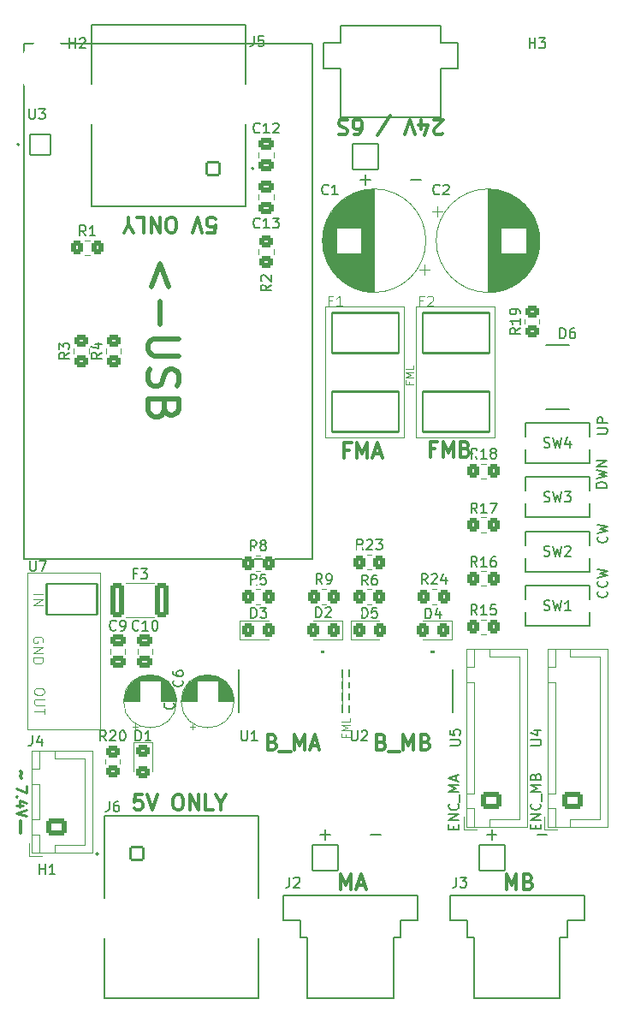
<source format=gto>
%TF.GenerationSoftware,KiCad,Pcbnew,8.0.1-8.0.1-1~ubuntu22.04.1*%
%TF.CreationDate,2024-04-01T00:34:08-04:00*%
%TF.ProjectId,gripper_2024,67726970-7065-4725-9f32-3032342e6b69,rev?*%
%TF.SameCoordinates,Original*%
%TF.FileFunction,Legend,Top*%
%TF.FilePolarity,Positive*%
%FSLAX46Y46*%
G04 Gerber Fmt 4.6, Leading zero omitted, Abs format (unit mm)*
G04 Created by KiCad (PCBNEW 8.0.1-8.0.1-1~ubuntu22.04.1) date 2024-04-01 00:34:08*
%MOMM*%
%LPD*%
G01*
G04 APERTURE LIST*
G04 Aperture macros list*
%AMRoundRect*
0 Rectangle with rounded corners*
0 $1 Rounding radius*
0 $2 $3 $4 $5 $6 $7 $8 $9 X,Y pos of 4 corners*
0 Add a 4 corners polygon primitive as box body*
4,1,4,$2,$3,$4,$5,$6,$7,$8,$9,$2,$3,0*
0 Add four circle primitives for the rounded corners*
1,1,$1+$1,$2,$3*
1,1,$1+$1,$4,$5*
1,1,$1+$1,$6,$7*
1,1,$1+$1,$8,$9*
0 Add four rect primitives between the rounded corners*
20,1,$1+$1,$2,$3,$4,$5,0*
20,1,$1+$1,$4,$5,$6,$7,0*
20,1,$1+$1,$6,$7,$8,$9,0*
20,1,$1+$1,$8,$9,$2,$3,0*%
G04 Aperture macros list end*
%ADD10C,0.100000*%
%ADD11C,0.187500*%
%ADD12C,0.500000*%
%ADD13C,0.300000*%
%ADD14C,0.250000*%
%ADD15C,0.150000*%
%ADD16C,0.120000*%
%ADD17C,0.152400*%
%ADD18C,0.000000*%
%ADD19C,0.127000*%
%ADD20C,0.200000*%
%ADD21RoundRect,0.250000X-0.350000X-0.450000X0.350000X-0.450000X0.350000X0.450000X-0.350000X0.450000X0*%
%ADD22RoundRect,0.250000X-0.475000X0.337500X-0.475000X-0.337500X0.475000X-0.337500X0.475000X0.337500X0*%
%ADD23R,0.558800X1.460500*%
%ADD24RoundRect,0.250000X0.350000X0.450000X-0.350000X0.450000X-0.350000X-0.450000X0.350000X-0.450000X0*%
%ADD25R,1.511300X0.609600*%
%ADD26RoundRect,0.250000X0.725000X-0.600000X0.725000X0.600000X-0.725000X0.600000X-0.725000X-0.600000X0*%
%ADD27O,1.950000X1.700000*%
%ADD28RoundRect,0.102000X-2.500000X1.500000X-2.500000X-1.500000X2.500000X-1.500000X2.500000X1.500000X0*%
%ADD29O,4.704000X2.954000*%
%ADD30RoundRect,0.250000X0.450000X-0.350000X0.450000X0.350000X-0.450000X0.350000X-0.450000X-0.350000X0*%
%ADD31RoundRect,0.102000X-1.000000X-1.000000X1.000000X-1.000000X1.000000X1.000000X-1.000000X1.000000X0*%
%ADD32C,2.204000*%
%ADD33C,1.712000*%
%ADD34C,2.754000*%
%ADD35RoundRect,0.102000X1.275000X1.275000X-1.275000X1.275000X-1.275000X-1.275000X1.275000X-1.275000X0*%
%ADD36C,3.600000*%
%ADD37C,5.600000*%
%ADD38RoundRect,0.250000X0.325000X0.450000X-0.325000X0.450000X-0.325000X-0.450000X0.325000X-0.450000X0*%
%ADD39C,3.350000*%
%ADD40RoundRect,0.102000X-0.634000X-0.634000X0.634000X-0.634000X0.634000X0.634000X-0.634000X0.634000X0*%
%ADD41C,1.472000*%
%ADD42RoundRect,0.250000X-0.450000X0.325000X-0.450000X-0.325000X0.450000X-0.325000X0.450000X0.325000X0*%
%ADD43RoundRect,0.250000X-0.325000X-0.450000X0.325000X-0.450000X0.325000X0.450000X-0.325000X0.450000X0*%
%ADD44R,2.000000X2.000000*%
%ADD45C,2.000000*%
%ADD46R,1.600000X1.600000*%
%ADD47C,1.600000*%
%ADD48RoundRect,0.250000X-0.450000X0.350000X-0.450000X-0.350000X0.450000X-0.350000X0.450000X0.350000X0*%
%ADD49RoundRect,0.102000X-3.300000X2.000000X-3.300000X-2.000000X3.300000X-2.000000X3.300000X2.000000X0*%
%ADD50RoundRect,0.250000X0.475000X-0.337500X0.475000X0.337500X-0.475000X0.337500X-0.475000X-0.337500X0*%
%ADD51R,1.955800X1.549400*%
%ADD52RoundRect,0.102000X-1.275000X-1.275000X1.275000X-1.275000X1.275000X1.275000X-1.275000X1.275000X0*%
%ADD53RoundRect,0.102000X0.634000X0.634000X-0.634000X0.634000X-0.634000X-0.634000X0.634000X-0.634000X0*%
%ADD54RoundRect,0.250000X0.400000X1.450000X-0.400000X1.450000X-0.400000X-1.450000X0.400000X-1.450000X0*%
%ADD55C,0.600000*%
G04 APERTURE END LIST*
D10*
X56345847Y-50424999D02*
X56345847Y-50674999D01*
X56764895Y-50674999D02*
X55964895Y-50674999D01*
X55964895Y-50674999D02*
X55964895Y-50317856D01*
X56764895Y-50032142D02*
X55964895Y-50032142D01*
X55964895Y-50032142D02*
X56536323Y-49782142D01*
X56536323Y-49782142D02*
X55964895Y-49532142D01*
X55964895Y-49532142D02*
X56764895Y-49532142D01*
X56764895Y-48817856D02*
X56764895Y-49174999D01*
X56764895Y-49174999D02*
X55964895Y-49174999D01*
D11*
X75857630Y-71161904D02*
X75905250Y-71209523D01*
X75905250Y-71209523D02*
X75952869Y-71352380D01*
X75952869Y-71352380D02*
X75952869Y-71447618D01*
X75952869Y-71447618D02*
X75905250Y-71590475D01*
X75905250Y-71590475D02*
X75810011Y-71685713D01*
X75810011Y-71685713D02*
X75714773Y-71733332D01*
X75714773Y-71733332D02*
X75524297Y-71780951D01*
X75524297Y-71780951D02*
X75381440Y-71780951D01*
X75381440Y-71780951D02*
X75190964Y-71733332D01*
X75190964Y-71733332D02*
X75095726Y-71685713D01*
X75095726Y-71685713D02*
X75000488Y-71590475D01*
X75000488Y-71590475D02*
X74952869Y-71447618D01*
X74952869Y-71447618D02*
X74952869Y-71352380D01*
X74952869Y-71352380D02*
X75000488Y-71209523D01*
X75000488Y-71209523D02*
X75048107Y-71161904D01*
X75857630Y-70161904D02*
X75905250Y-70209523D01*
X75905250Y-70209523D02*
X75952869Y-70352380D01*
X75952869Y-70352380D02*
X75952869Y-70447618D01*
X75952869Y-70447618D02*
X75905250Y-70590475D01*
X75905250Y-70590475D02*
X75810011Y-70685713D01*
X75810011Y-70685713D02*
X75714773Y-70733332D01*
X75714773Y-70733332D02*
X75524297Y-70780951D01*
X75524297Y-70780951D02*
X75381440Y-70780951D01*
X75381440Y-70780951D02*
X75190964Y-70733332D01*
X75190964Y-70733332D02*
X75095726Y-70685713D01*
X75095726Y-70685713D02*
X75000488Y-70590475D01*
X75000488Y-70590475D02*
X74952869Y-70447618D01*
X74952869Y-70447618D02*
X74952869Y-70352380D01*
X74952869Y-70352380D02*
X75000488Y-70209523D01*
X75000488Y-70209523D02*
X75048107Y-70161904D01*
X74952869Y-69828570D02*
X75952869Y-69590475D01*
X75952869Y-69590475D02*
X75238583Y-69399999D01*
X75238583Y-69399999D02*
X75952869Y-69209523D01*
X75952869Y-69209523D02*
X74952869Y-68971428D01*
X75857630Y-65761904D02*
X75905250Y-65809523D01*
X75905250Y-65809523D02*
X75952869Y-65952380D01*
X75952869Y-65952380D02*
X75952869Y-66047618D01*
X75952869Y-66047618D02*
X75905250Y-66190475D01*
X75905250Y-66190475D02*
X75810011Y-66285713D01*
X75810011Y-66285713D02*
X75714773Y-66333332D01*
X75714773Y-66333332D02*
X75524297Y-66380951D01*
X75524297Y-66380951D02*
X75381440Y-66380951D01*
X75381440Y-66380951D02*
X75190964Y-66333332D01*
X75190964Y-66333332D02*
X75095726Y-66285713D01*
X75095726Y-66285713D02*
X75000488Y-66190475D01*
X75000488Y-66190475D02*
X74952869Y-66047618D01*
X74952869Y-66047618D02*
X74952869Y-65952380D01*
X74952869Y-65952380D02*
X75000488Y-65809523D01*
X75000488Y-65809523D02*
X75048107Y-65761904D01*
X74952869Y-65428570D02*
X75952869Y-65190475D01*
X75952869Y-65190475D02*
X75238583Y-64999999D01*
X75238583Y-64999999D02*
X75952869Y-64809523D01*
X75952869Y-64809523D02*
X74952869Y-64571428D01*
X75852869Y-60957142D02*
X74852869Y-60957142D01*
X74852869Y-60957142D02*
X74852869Y-60719047D01*
X74852869Y-60719047D02*
X74900488Y-60576190D01*
X74900488Y-60576190D02*
X74995726Y-60480952D01*
X74995726Y-60480952D02*
X75090964Y-60433333D01*
X75090964Y-60433333D02*
X75281440Y-60385714D01*
X75281440Y-60385714D02*
X75424297Y-60385714D01*
X75424297Y-60385714D02*
X75614773Y-60433333D01*
X75614773Y-60433333D02*
X75710011Y-60480952D01*
X75710011Y-60480952D02*
X75805250Y-60576190D01*
X75805250Y-60576190D02*
X75852869Y-60719047D01*
X75852869Y-60719047D02*
X75852869Y-60957142D01*
X74852869Y-60052380D02*
X75852869Y-59814285D01*
X75852869Y-59814285D02*
X75138583Y-59623809D01*
X75138583Y-59623809D02*
X75852869Y-59433333D01*
X75852869Y-59433333D02*
X74852869Y-59195238D01*
X75852869Y-58814285D02*
X74852869Y-58814285D01*
X74852869Y-58814285D02*
X75852869Y-58242857D01*
X75852869Y-58242857D02*
X74852869Y-58242857D01*
D12*
X32538142Y-41042857D02*
X31681000Y-38757142D01*
X31681000Y-38757142D02*
X30823857Y-41042857D01*
X31681000Y-42471428D02*
X31681000Y-44757143D01*
X33538142Y-46185714D02*
X31109571Y-46185714D01*
X31109571Y-46185714D02*
X30823857Y-46328571D01*
X30823857Y-46328571D02*
X30681000Y-46471429D01*
X30681000Y-46471429D02*
X30538142Y-46757143D01*
X30538142Y-46757143D02*
X30538142Y-47328571D01*
X30538142Y-47328571D02*
X30681000Y-47614286D01*
X30681000Y-47614286D02*
X30823857Y-47757143D01*
X30823857Y-47757143D02*
X31109571Y-47900000D01*
X31109571Y-47900000D02*
X33538142Y-47900000D01*
X30681000Y-49185714D02*
X30538142Y-49614286D01*
X30538142Y-49614286D02*
X30538142Y-50328571D01*
X30538142Y-50328571D02*
X30681000Y-50614286D01*
X30681000Y-50614286D02*
X30823857Y-50757143D01*
X30823857Y-50757143D02*
X31109571Y-50900000D01*
X31109571Y-50900000D02*
X31395285Y-50900000D01*
X31395285Y-50900000D02*
X31681000Y-50757143D01*
X31681000Y-50757143D02*
X31823857Y-50614286D01*
X31823857Y-50614286D02*
X31966714Y-50328571D01*
X31966714Y-50328571D02*
X32109571Y-49757143D01*
X32109571Y-49757143D02*
X32252428Y-49471428D01*
X32252428Y-49471428D02*
X32395285Y-49328571D01*
X32395285Y-49328571D02*
X32681000Y-49185714D01*
X32681000Y-49185714D02*
X32966714Y-49185714D01*
X32966714Y-49185714D02*
X33252428Y-49328571D01*
X33252428Y-49328571D02*
X33395285Y-49471428D01*
X33395285Y-49471428D02*
X33538142Y-49757143D01*
X33538142Y-49757143D02*
X33538142Y-50471428D01*
X33538142Y-50471428D02*
X33395285Y-50900000D01*
X32109571Y-53185714D02*
X31966714Y-53614286D01*
X31966714Y-53614286D02*
X31823857Y-53757143D01*
X31823857Y-53757143D02*
X31538142Y-53900000D01*
X31538142Y-53900000D02*
X31109571Y-53900000D01*
X31109571Y-53900000D02*
X30823857Y-53757143D01*
X30823857Y-53757143D02*
X30681000Y-53614286D01*
X30681000Y-53614286D02*
X30538142Y-53328571D01*
X30538142Y-53328571D02*
X30538142Y-52185714D01*
X30538142Y-52185714D02*
X33538142Y-52185714D01*
X33538142Y-52185714D02*
X33538142Y-53185714D01*
X33538142Y-53185714D02*
X33395285Y-53471429D01*
X33395285Y-53471429D02*
X33252428Y-53614286D01*
X33252428Y-53614286D02*
X32966714Y-53757143D01*
X32966714Y-53757143D02*
X32681000Y-53757143D01*
X32681000Y-53757143D02*
X32395285Y-53614286D01*
X32395285Y-53614286D02*
X32252428Y-53471429D01*
X32252428Y-53471429D02*
X32109571Y-53185714D01*
X32109571Y-53185714D02*
X32109571Y-52185714D01*
D13*
X36378571Y-35699171D02*
X37092857Y-35699171D01*
X37092857Y-35699171D02*
X37164285Y-34984885D01*
X37164285Y-34984885D02*
X37092857Y-35056314D01*
X37092857Y-35056314D02*
X36950000Y-35127742D01*
X36950000Y-35127742D02*
X36592857Y-35127742D01*
X36592857Y-35127742D02*
X36450000Y-35056314D01*
X36450000Y-35056314D02*
X36378571Y-34984885D01*
X36378571Y-34984885D02*
X36307142Y-34842028D01*
X36307142Y-34842028D02*
X36307142Y-34484885D01*
X36307142Y-34484885D02*
X36378571Y-34342028D01*
X36378571Y-34342028D02*
X36450000Y-34270600D01*
X36450000Y-34270600D02*
X36592857Y-34199171D01*
X36592857Y-34199171D02*
X36950000Y-34199171D01*
X36950000Y-34199171D02*
X37092857Y-34270600D01*
X37092857Y-34270600D02*
X37164285Y-34342028D01*
X35878571Y-35699171D02*
X35378571Y-34199171D01*
X35378571Y-34199171D02*
X34878571Y-35699171D01*
X32950000Y-35699171D02*
X32664286Y-35699171D01*
X32664286Y-35699171D02*
X32521429Y-35627742D01*
X32521429Y-35627742D02*
X32378572Y-35484885D01*
X32378572Y-35484885D02*
X32307143Y-35199171D01*
X32307143Y-35199171D02*
X32307143Y-34699171D01*
X32307143Y-34699171D02*
X32378572Y-34413457D01*
X32378572Y-34413457D02*
X32521429Y-34270600D01*
X32521429Y-34270600D02*
X32664286Y-34199171D01*
X32664286Y-34199171D02*
X32950000Y-34199171D01*
X32950000Y-34199171D02*
X33092858Y-34270600D01*
X33092858Y-34270600D02*
X33235715Y-34413457D01*
X33235715Y-34413457D02*
X33307143Y-34699171D01*
X33307143Y-34699171D02*
X33307143Y-35199171D01*
X33307143Y-35199171D02*
X33235715Y-35484885D01*
X33235715Y-35484885D02*
X33092858Y-35627742D01*
X33092858Y-35627742D02*
X32950000Y-35699171D01*
X31664286Y-34199171D02*
X31664286Y-35699171D01*
X31664286Y-35699171D02*
X30807143Y-34199171D01*
X30807143Y-34199171D02*
X30807143Y-35699171D01*
X29378571Y-34199171D02*
X30092857Y-34199171D01*
X30092857Y-34199171D02*
X30092857Y-35699171D01*
X28592856Y-34913457D02*
X28592856Y-34199171D01*
X29092856Y-35699171D02*
X28592856Y-34913457D01*
X28592856Y-34913457D02*
X28092856Y-35699171D01*
X59642855Y-25878814D02*
X59571427Y-25950242D01*
X59571427Y-25950242D02*
X59428570Y-26021671D01*
X59428570Y-26021671D02*
X59071427Y-26021671D01*
X59071427Y-26021671D02*
X58928570Y-25950242D01*
X58928570Y-25950242D02*
X58857141Y-25878814D01*
X58857141Y-25878814D02*
X58785712Y-25735957D01*
X58785712Y-25735957D02*
X58785712Y-25593100D01*
X58785712Y-25593100D02*
X58857141Y-25378814D01*
X58857141Y-25378814D02*
X59714284Y-24521671D01*
X59714284Y-24521671D02*
X58785712Y-24521671D01*
X57499999Y-25521671D02*
X57499999Y-24521671D01*
X57857141Y-26093100D02*
X58214284Y-25021671D01*
X58214284Y-25021671D02*
X57285713Y-25021671D01*
X56928570Y-26021671D02*
X56428570Y-24521671D01*
X56428570Y-24521671D02*
X55928570Y-26021671D01*
X53214285Y-26093100D02*
X54499999Y-24164528D01*
X50928571Y-26021671D02*
X51214285Y-26021671D01*
X51214285Y-26021671D02*
X51357142Y-25950242D01*
X51357142Y-25950242D02*
X51428571Y-25878814D01*
X51428571Y-25878814D02*
X51571428Y-25664528D01*
X51571428Y-25664528D02*
X51642856Y-25378814D01*
X51642856Y-25378814D02*
X51642856Y-24807385D01*
X51642856Y-24807385D02*
X51571428Y-24664528D01*
X51571428Y-24664528D02*
X51499999Y-24593100D01*
X51499999Y-24593100D02*
X51357142Y-24521671D01*
X51357142Y-24521671D02*
X51071428Y-24521671D01*
X51071428Y-24521671D02*
X50928571Y-24593100D01*
X50928571Y-24593100D02*
X50857142Y-24664528D01*
X50857142Y-24664528D02*
X50785713Y-24807385D01*
X50785713Y-24807385D02*
X50785713Y-25164528D01*
X50785713Y-25164528D02*
X50857142Y-25307385D01*
X50857142Y-25307385D02*
X50928571Y-25378814D01*
X50928571Y-25378814D02*
X51071428Y-25450242D01*
X51071428Y-25450242D02*
X51357142Y-25450242D01*
X51357142Y-25450242D02*
X51499999Y-25378814D01*
X51499999Y-25378814D02*
X51571428Y-25307385D01*
X51571428Y-25307385D02*
X51642856Y-25164528D01*
X50214285Y-24593100D02*
X50000000Y-24521671D01*
X50000000Y-24521671D02*
X49642857Y-24521671D01*
X49642857Y-24521671D02*
X49500000Y-24593100D01*
X49500000Y-24593100D02*
X49428571Y-24664528D01*
X49428571Y-24664528D02*
X49357142Y-24807385D01*
X49357142Y-24807385D02*
X49357142Y-24950242D01*
X49357142Y-24950242D02*
X49428571Y-25093100D01*
X49428571Y-25093100D02*
X49500000Y-25164528D01*
X49500000Y-25164528D02*
X49642857Y-25235957D01*
X49642857Y-25235957D02*
X49928571Y-25307385D01*
X49928571Y-25307385D02*
X50071428Y-25378814D01*
X50071428Y-25378814D02*
X50142857Y-25450242D01*
X50142857Y-25450242D02*
X50214285Y-25593100D01*
X50214285Y-25593100D02*
X50214285Y-25735957D01*
X50214285Y-25735957D02*
X50142857Y-25878814D01*
X50142857Y-25878814D02*
X50071428Y-25950242D01*
X50071428Y-25950242D02*
X49928571Y-26021671D01*
X49928571Y-26021671D02*
X49571428Y-26021671D01*
X49571428Y-26021671D02*
X49357142Y-25950242D01*
X49557142Y-100678328D02*
X49557142Y-99178328D01*
X49557142Y-99178328D02*
X50057142Y-100249757D01*
X50057142Y-100249757D02*
X50557142Y-99178328D01*
X50557142Y-99178328D02*
X50557142Y-100678328D01*
X51200000Y-100249757D02*
X51914286Y-100249757D01*
X51057143Y-100678328D02*
X51557143Y-99178328D01*
X51557143Y-99178328D02*
X52057143Y-100678328D01*
X17906900Y-95071428D02*
X17906900Y-93928571D01*
X65949999Y-100678328D02*
X65949999Y-99178328D01*
X65949999Y-99178328D02*
X66449999Y-100249757D01*
X66449999Y-100249757D02*
X66949999Y-99178328D01*
X66949999Y-99178328D02*
X66949999Y-100678328D01*
X68164285Y-99892614D02*
X68378571Y-99964042D01*
X68378571Y-99964042D02*
X68450000Y-100035471D01*
X68450000Y-100035471D02*
X68521428Y-100178328D01*
X68521428Y-100178328D02*
X68521428Y-100392614D01*
X68521428Y-100392614D02*
X68450000Y-100535471D01*
X68450000Y-100535471D02*
X68378571Y-100606900D01*
X68378571Y-100606900D02*
X68235714Y-100678328D01*
X68235714Y-100678328D02*
X67664285Y-100678328D01*
X67664285Y-100678328D02*
X67664285Y-99178328D01*
X67664285Y-99178328D02*
X68164285Y-99178328D01*
X68164285Y-99178328D02*
X68307143Y-99249757D01*
X68307143Y-99249757D02*
X68378571Y-99321185D01*
X68378571Y-99321185D02*
X68450000Y-99464042D01*
X68450000Y-99464042D02*
X68450000Y-99606900D01*
X68450000Y-99606900D02*
X68378571Y-99749757D01*
X68378571Y-99749757D02*
X68307143Y-99821185D01*
X68307143Y-99821185D02*
X68164285Y-99892614D01*
X68164285Y-99892614D02*
X67664285Y-99892614D01*
D11*
X60729059Y-94719047D02*
X60729059Y-94385714D01*
X61252869Y-94242857D02*
X61252869Y-94719047D01*
X61252869Y-94719047D02*
X60252869Y-94719047D01*
X60252869Y-94719047D02*
X60252869Y-94242857D01*
X61252869Y-93814285D02*
X60252869Y-93814285D01*
X60252869Y-93814285D02*
X61252869Y-93242857D01*
X61252869Y-93242857D02*
X60252869Y-93242857D01*
X61157630Y-92195238D02*
X61205250Y-92242857D01*
X61205250Y-92242857D02*
X61252869Y-92385714D01*
X61252869Y-92385714D02*
X61252869Y-92480952D01*
X61252869Y-92480952D02*
X61205250Y-92623809D01*
X61205250Y-92623809D02*
X61110011Y-92719047D01*
X61110011Y-92719047D02*
X61014773Y-92766666D01*
X61014773Y-92766666D02*
X60824297Y-92814285D01*
X60824297Y-92814285D02*
X60681440Y-92814285D01*
X60681440Y-92814285D02*
X60490964Y-92766666D01*
X60490964Y-92766666D02*
X60395726Y-92719047D01*
X60395726Y-92719047D02*
X60300488Y-92623809D01*
X60300488Y-92623809D02*
X60252869Y-92480952D01*
X60252869Y-92480952D02*
X60252869Y-92385714D01*
X60252869Y-92385714D02*
X60300488Y-92242857D01*
X60300488Y-92242857D02*
X60348107Y-92195238D01*
X61348107Y-92004762D02*
X61348107Y-91242857D01*
X61252869Y-91004761D02*
X60252869Y-91004761D01*
X60252869Y-91004761D02*
X60967154Y-90671428D01*
X60967154Y-90671428D02*
X60252869Y-90338095D01*
X60252869Y-90338095D02*
X61252869Y-90338095D01*
X60967154Y-89909523D02*
X60967154Y-89433333D01*
X61252869Y-90004761D02*
X60252869Y-89671428D01*
X60252869Y-89671428D02*
X61252869Y-89338095D01*
X74952869Y-55585713D02*
X75762392Y-55585713D01*
X75762392Y-55585713D02*
X75857630Y-55538094D01*
X75857630Y-55538094D02*
X75905250Y-55490475D01*
X75905250Y-55490475D02*
X75952869Y-55395237D01*
X75952869Y-55395237D02*
X75952869Y-55204761D01*
X75952869Y-55204761D02*
X75905250Y-55109523D01*
X75905250Y-55109523D02*
X75857630Y-55061904D01*
X75857630Y-55061904D02*
X75762392Y-55014285D01*
X75762392Y-55014285D02*
X74952869Y-55014285D01*
X75952869Y-54538094D02*
X74952869Y-54538094D01*
X74952869Y-54538094D02*
X74952869Y-54157142D01*
X74952869Y-54157142D02*
X75000488Y-54061904D01*
X75000488Y-54061904D02*
X75048107Y-54014285D01*
X75048107Y-54014285D02*
X75143345Y-53966666D01*
X75143345Y-53966666D02*
X75286202Y-53966666D01*
X75286202Y-53966666D02*
X75381440Y-54014285D01*
X75381440Y-54014285D02*
X75429059Y-54061904D01*
X75429059Y-54061904D02*
X75476678Y-54157142D01*
X75476678Y-54157142D02*
X75476678Y-54538094D01*
X68829059Y-94690475D02*
X68829059Y-94357142D01*
X69352869Y-94214285D02*
X69352869Y-94690475D01*
X69352869Y-94690475D02*
X68352869Y-94690475D01*
X68352869Y-94690475D02*
X68352869Y-94214285D01*
X69352869Y-93785713D02*
X68352869Y-93785713D01*
X68352869Y-93785713D02*
X69352869Y-93214285D01*
X69352869Y-93214285D02*
X68352869Y-93214285D01*
X69257630Y-92166666D02*
X69305250Y-92214285D01*
X69305250Y-92214285D02*
X69352869Y-92357142D01*
X69352869Y-92357142D02*
X69352869Y-92452380D01*
X69352869Y-92452380D02*
X69305250Y-92595237D01*
X69305250Y-92595237D02*
X69210011Y-92690475D01*
X69210011Y-92690475D02*
X69114773Y-92738094D01*
X69114773Y-92738094D02*
X68924297Y-92785713D01*
X68924297Y-92785713D02*
X68781440Y-92785713D01*
X68781440Y-92785713D02*
X68590964Y-92738094D01*
X68590964Y-92738094D02*
X68495726Y-92690475D01*
X68495726Y-92690475D02*
X68400488Y-92595237D01*
X68400488Y-92595237D02*
X68352869Y-92452380D01*
X68352869Y-92452380D02*
X68352869Y-92357142D01*
X68352869Y-92357142D02*
X68400488Y-92214285D01*
X68400488Y-92214285D02*
X68448107Y-92166666D01*
X69448107Y-91976190D02*
X69448107Y-91214285D01*
X69352869Y-90976189D02*
X68352869Y-90976189D01*
X68352869Y-90976189D02*
X69067154Y-90642856D01*
X69067154Y-90642856D02*
X68352869Y-90309523D01*
X68352869Y-90309523D02*
X69352869Y-90309523D01*
X68829059Y-89499999D02*
X68876678Y-89357142D01*
X68876678Y-89357142D02*
X68924297Y-89309523D01*
X68924297Y-89309523D02*
X69019535Y-89261904D01*
X69019535Y-89261904D02*
X69162392Y-89261904D01*
X69162392Y-89261904D02*
X69257630Y-89309523D01*
X69257630Y-89309523D02*
X69305250Y-89357142D01*
X69305250Y-89357142D02*
X69352869Y-89452380D01*
X69352869Y-89452380D02*
X69352869Y-89833332D01*
X69352869Y-89833332D02*
X68352869Y-89833332D01*
X68352869Y-89833332D02*
X68352869Y-89499999D01*
X68352869Y-89499999D02*
X68400488Y-89404761D01*
X68400488Y-89404761D02*
X68448107Y-89357142D01*
X68448107Y-89357142D02*
X68543345Y-89309523D01*
X68543345Y-89309523D02*
X68638583Y-89309523D01*
X68638583Y-89309523D02*
X68733821Y-89357142D01*
X68733821Y-89357142D02*
X68781440Y-89404761D01*
X68781440Y-89404761D02*
X68829059Y-89499999D01*
X68829059Y-89499999D02*
X68829059Y-89833332D01*
D13*
X50414285Y-57192614D02*
X49914285Y-57192614D01*
X49914285Y-57978328D02*
X49914285Y-56478328D01*
X49914285Y-56478328D02*
X50628571Y-56478328D01*
X51199999Y-57978328D02*
X51199999Y-56478328D01*
X51199999Y-56478328D02*
X51699999Y-57549757D01*
X51699999Y-57549757D02*
X52199999Y-56478328D01*
X52199999Y-56478328D02*
X52199999Y-57978328D01*
X52842857Y-57549757D02*
X53557143Y-57549757D01*
X52700000Y-57978328D02*
X53200000Y-56478328D01*
X53200000Y-56478328D02*
X53700000Y-57978328D01*
D14*
X18450380Y-90423810D02*
X18450380Y-91090476D01*
X18450380Y-91090476D02*
X17450380Y-90661905D01*
X17545619Y-91471429D02*
X17498000Y-91519048D01*
X17498000Y-91519048D02*
X17450380Y-91471429D01*
X17450380Y-91471429D02*
X17498000Y-91423810D01*
X17498000Y-91423810D02*
X17545619Y-91471429D01*
X17545619Y-91471429D02*
X17450380Y-91471429D01*
X18117047Y-92376190D02*
X17450380Y-92376190D01*
X18498000Y-92138095D02*
X17783714Y-91900000D01*
X17783714Y-91900000D02*
X17783714Y-92519047D01*
X18450380Y-92757143D02*
X17450380Y-93090476D01*
X17450380Y-93090476D02*
X18450380Y-93423809D01*
D13*
X29921428Y-91300828D02*
X29207142Y-91300828D01*
X29207142Y-91300828D02*
X29135714Y-92015114D01*
X29135714Y-92015114D02*
X29207142Y-91943685D01*
X29207142Y-91943685D02*
X29350000Y-91872257D01*
X29350000Y-91872257D02*
X29707142Y-91872257D01*
X29707142Y-91872257D02*
X29850000Y-91943685D01*
X29850000Y-91943685D02*
X29921428Y-92015114D01*
X29921428Y-92015114D02*
X29992857Y-92157971D01*
X29992857Y-92157971D02*
X29992857Y-92515114D01*
X29992857Y-92515114D02*
X29921428Y-92657971D01*
X29921428Y-92657971D02*
X29850000Y-92729400D01*
X29850000Y-92729400D02*
X29707142Y-92800828D01*
X29707142Y-92800828D02*
X29350000Y-92800828D01*
X29350000Y-92800828D02*
X29207142Y-92729400D01*
X29207142Y-92729400D02*
X29135714Y-92657971D01*
X30421428Y-91300828D02*
X30921428Y-92800828D01*
X30921428Y-92800828D02*
X31421428Y-91300828D01*
X33349999Y-91300828D02*
X33635713Y-91300828D01*
X33635713Y-91300828D02*
X33778570Y-91372257D01*
X33778570Y-91372257D02*
X33921427Y-91515114D01*
X33921427Y-91515114D02*
X33992856Y-91800828D01*
X33992856Y-91800828D02*
X33992856Y-92300828D01*
X33992856Y-92300828D02*
X33921427Y-92586542D01*
X33921427Y-92586542D02*
X33778570Y-92729400D01*
X33778570Y-92729400D02*
X33635713Y-92800828D01*
X33635713Y-92800828D02*
X33349999Y-92800828D01*
X33349999Y-92800828D02*
X33207142Y-92729400D01*
X33207142Y-92729400D02*
X33064284Y-92586542D01*
X33064284Y-92586542D02*
X32992856Y-92300828D01*
X32992856Y-92300828D02*
X32992856Y-91800828D01*
X32992856Y-91800828D02*
X33064284Y-91515114D01*
X33064284Y-91515114D02*
X33207142Y-91372257D01*
X33207142Y-91372257D02*
X33349999Y-91300828D01*
X34635713Y-92800828D02*
X34635713Y-91300828D01*
X34635713Y-91300828D02*
X35492856Y-92800828D01*
X35492856Y-92800828D02*
X35492856Y-91300828D01*
X36921428Y-92800828D02*
X36207142Y-92800828D01*
X36207142Y-92800828D02*
X36207142Y-91300828D01*
X37707143Y-92086542D02*
X37707143Y-92800828D01*
X37207143Y-91300828D02*
X37707143Y-92086542D01*
X37707143Y-92086542D02*
X38207143Y-91300828D01*
X42835714Y-86092614D02*
X43050000Y-86164042D01*
X43050000Y-86164042D02*
X43121429Y-86235471D01*
X43121429Y-86235471D02*
X43192857Y-86378328D01*
X43192857Y-86378328D02*
X43192857Y-86592614D01*
X43192857Y-86592614D02*
X43121429Y-86735471D01*
X43121429Y-86735471D02*
X43050000Y-86806900D01*
X43050000Y-86806900D02*
X42907143Y-86878328D01*
X42907143Y-86878328D02*
X42335714Y-86878328D01*
X42335714Y-86878328D02*
X42335714Y-85378328D01*
X42335714Y-85378328D02*
X42835714Y-85378328D01*
X42835714Y-85378328D02*
X42978572Y-85449757D01*
X42978572Y-85449757D02*
X43050000Y-85521185D01*
X43050000Y-85521185D02*
X43121429Y-85664042D01*
X43121429Y-85664042D02*
X43121429Y-85806900D01*
X43121429Y-85806900D02*
X43050000Y-85949757D01*
X43050000Y-85949757D02*
X42978572Y-86021185D01*
X42978572Y-86021185D02*
X42835714Y-86092614D01*
X42835714Y-86092614D02*
X42335714Y-86092614D01*
X43478572Y-87021185D02*
X44621429Y-87021185D01*
X44978571Y-86878328D02*
X44978571Y-85378328D01*
X44978571Y-85378328D02*
X45478571Y-86449757D01*
X45478571Y-86449757D02*
X45978571Y-85378328D01*
X45978571Y-85378328D02*
X45978571Y-86878328D01*
X46621429Y-86449757D02*
X47335715Y-86449757D01*
X46478572Y-86878328D02*
X46978572Y-85378328D01*
X46978572Y-85378328D02*
X47478572Y-86878328D01*
X53628571Y-86092614D02*
X53842857Y-86164042D01*
X53842857Y-86164042D02*
X53914286Y-86235471D01*
X53914286Y-86235471D02*
X53985714Y-86378328D01*
X53985714Y-86378328D02*
X53985714Y-86592614D01*
X53985714Y-86592614D02*
X53914286Y-86735471D01*
X53914286Y-86735471D02*
X53842857Y-86806900D01*
X53842857Y-86806900D02*
X53700000Y-86878328D01*
X53700000Y-86878328D02*
X53128571Y-86878328D01*
X53128571Y-86878328D02*
X53128571Y-85378328D01*
X53128571Y-85378328D02*
X53628571Y-85378328D01*
X53628571Y-85378328D02*
X53771429Y-85449757D01*
X53771429Y-85449757D02*
X53842857Y-85521185D01*
X53842857Y-85521185D02*
X53914286Y-85664042D01*
X53914286Y-85664042D02*
X53914286Y-85806900D01*
X53914286Y-85806900D02*
X53842857Y-85949757D01*
X53842857Y-85949757D02*
X53771429Y-86021185D01*
X53771429Y-86021185D02*
X53628571Y-86092614D01*
X53628571Y-86092614D02*
X53128571Y-86092614D01*
X54271429Y-87021185D02*
X55414286Y-87021185D01*
X55771428Y-86878328D02*
X55771428Y-85378328D01*
X55771428Y-85378328D02*
X56271428Y-86449757D01*
X56271428Y-86449757D02*
X56771428Y-85378328D01*
X56771428Y-85378328D02*
X56771428Y-86878328D01*
X57985714Y-86092614D02*
X58200000Y-86164042D01*
X58200000Y-86164042D02*
X58271429Y-86235471D01*
X58271429Y-86235471D02*
X58342857Y-86378328D01*
X58342857Y-86378328D02*
X58342857Y-86592614D01*
X58342857Y-86592614D02*
X58271429Y-86735471D01*
X58271429Y-86735471D02*
X58200000Y-86806900D01*
X58200000Y-86806900D02*
X58057143Y-86878328D01*
X58057143Y-86878328D02*
X57485714Y-86878328D01*
X57485714Y-86878328D02*
X57485714Y-85378328D01*
X57485714Y-85378328D02*
X57985714Y-85378328D01*
X57985714Y-85378328D02*
X58128572Y-85449757D01*
X58128572Y-85449757D02*
X58200000Y-85521185D01*
X58200000Y-85521185D02*
X58271429Y-85664042D01*
X58271429Y-85664042D02*
X58271429Y-85806900D01*
X58271429Y-85806900D02*
X58200000Y-85949757D01*
X58200000Y-85949757D02*
X58128572Y-86021185D01*
X58128572Y-86021185D02*
X57985714Y-86092614D01*
X57985714Y-86092614D02*
X57485714Y-86092614D01*
D10*
X50045847Y-85324999D02*
X50045847Y-85574999D01*
X50464895Y-85574999D02*
X49664895Y-85574999D01*
X49664895Y-85574999D02*
X49664895Y-85217856D01*
X50464895Y-84932142D02*
X49664895Y-84932142D01*
X49664895Y-84932142D02*
X50236323Y-84682142D01*
X50236323Y-84682142D02*
X49664895Y-84432142D01*
X49664895Y-84432142D02*
X50464895Y-84432142D01*
X50464895Y-83717856D02*
X50464895Y-84074999D01*
X50464895Y-84074999D02*
X49664895Y-84074999D01*
D13*
X58907142Y-57092614D02*
X58407142Y-57092614D01*
X58407142Y-57878328D02*
X58407142Y-56378328D01*
X58407142Y-56378328D02*
X59121428Y-56378328D01*
X59692856Y-57878328D02*
X59692856Y-56378328D01*
X59692856Y-56378328D02*
X60192856Y-57449757D01*
X60192856Y-57449757D02*
X60692856Y-56378328D01*
X60692856Y-56378328D02*
X60692856Y-57878328D01*
X61907142Y-57092614D02*
X62121428Y-57164042D01*
X62121428Y-57164042D02*
X62192857Y-57235471D01*
X62192857Y-57235471D02*
X62264285Y-57378328D01*
X62264285Y-57378328D02*
X62264285Y-57592614D01*
X62264285Y-57592614D02*
X62192857Y-57735471D01*
X62192857Y-57735471D02*
X62121428Y-57806900D01*
X62121428Y-57806900D02*
X61978571Y-57878328D01*
X61978571Y-57878328D02*
X61407142Y-57878328D01*
X61407142Y-57878328D02*
X61407142Y-56378328D01*
X61407142Y-56378328D02*
X61907142Y-56378328D01*
X61907142Y-56378328D02*
X62050000Y-56449757D01*
X62050000Y-56449757D02*
X62121428Y-56521185D01*
X62121428Y-56521185D02*
X62192857Y-56664042D01*
X62192857Y-56664042D02*
X62192857Y-56806900D01*
X62192857Y-56806900D02*
X62121428Y-56949757D01*
X62121428Y-56949757D02*
X62050000Y-57021185D01*
X62050000Y-57021185D02*
X61907142Y-57092614D01*
X61907142Y-57092614D02*
X61407142Y-57092614D01*
X18006900Y-89692856D02*
X17935471Y-89621428D01*
X17935471Y-89621428D02*
X17864042Y-89478571D01*
X17864042Y-89478571D02*
X18006900Y-89192856D01*
X18006900Y-89192856D02*
X17935471Y-89049999D01*
X17935471Y-89049999D02*
X17864042Y-88978571D01*
D15*
X24333333Y-36004819D02*
X24000000Y-35528628D01*
X23761905Y-36004819D02*
X23761905Y-35004819D01*
X23761905Y-35004819D02*
X24142857Y-35004819D01*
X24142857Y-35004819D02*
X24238095Y-35052438D01*
X24238095Y-35052438D02*
X24285714Y-35100057D01*
X24285714Y-35100057D02*
X24333333Y-35195295D01*
X24333333Y-35195295D02*
X24333333Y-35338152D01*
X24333333Y-35338152D02*
X24285714Y-35433390D01*
X24285714Y-35433390D02*
X24238095Y-35481009D01*
X24238095Y-35481009D02*
X24142857Y-35528628D01*
X24142857Y-35528628D02*
X23761905Y-35528628D01*
X25285714Y-36004819D02*
X24714286Y-36004819D01*
X25000000Y-36004819D02*
X25000000Y-35004819D01*
X25000000Y-35004819D02*
X24904762Y-35147676D01*
X24904762Y-35147676D02*
X24809524Y-35242914D01*
X24809524Y-35242914D02*
X24714286Y-35290533D01*
X41557142Y-25759580D02*
X41509523Y-25807200D01*
X41509523Y-25807200D02*
X41366666Y-25854819D01*
X41366666Y-25854819D02*
X41271428Y-25854819D01*
X41271428Y-25854819D02*
X41128571Y-25807200D01*
X41128571Y-25807200D02*
X41033333Y-25711961D01*
X41033333Y-25711961D02*
X40985714Y-25616723D01*
X40985714Y-25616723D02*
X40938095Y-25426247D01*
X40938095Y-25426247D02*
X40938095Y-25283390D01*
X40938095Y-25283390D02*
X40985714Y-25092914D01*
X40985714Y-25092914D02*
X41033333Y-24997676D01*
X41033333Y-24997676D02*
X41128571Y-24902438D01*
X41128571Y-24902438D02*
X41271428Y-24854819D01*
X41271428Y-24854819D02*
X41366666Y-24854819D01*
X41366666Y-24854819D02*
X41509523Y-24902438D01*
X41509523Y-24902438D02*
X41557142Y-24950057D01*
X42509523Y-25854819D02*
X41938095Y-25854819D01*
X42223809Y-25854819D02*
X42223809Y-24854819D01*
X42223809Y-24854819D02*
X42128571Y-24997676D01*
X42128571Y-24997676D02*
X42033333Y-25092914D01*
X42033333Y-25092914D02*
X41938095Y-25140533D01*
X42890476Y-24950057D02*
X42938095Y-24902438D01*
X42938095Y-24902438D02*
X43033333Y-24854819D01*
X43033333Y-24854819D02*
X43271428Y-24854819D01*
X43271428Y-24854819D02*
X43366666Y-24902438D01*
X43366666Y-24902438D02*
X43414285Y-24950057D01*
X43414285Y-24950057D02*
X43461904Y-25045295D01*
X43461904Y-25045295D02*
X43461904Y-25140533D01*
X43461904Y-25140533D02*
X43414285Y-25283390D01*
X43414285Y-25283390D02*
X42842857Y-25854819D01*
X42842857Y-25854819D02*
X43461904Y-25854819D01*
X50638095Y-84954819D02*
X50638095Y-85764342D01*
X50638095Y-85764342D02*
X50685714Y-85859580D01*
X50685714Y-85859580D02*
X50733333Y-85907200D01*
X50733333Y-85907200D02*
X50828571Y-85954819D01*
X50828571Y-85954819D02*
X51019047Y-85954819D01*
X51019047Y-85954819D02*
X51114285Y-85907200D01*
X51114285Y-85907200D02*
X51161904Y-85859580D01*
X51161904Y-85859580D02*
X51209523Y-85764342D01*
X51209523Y-85764342D02*
X51209523Y-84954819D01*
X51638095Y-85050057D02*
X51685714Y-85002438D01*
X51685714Y-85002438D02*
X51780952Y-84954819D01*
X51780952Y-84954819D02*
X52019047Y-84954819D01*
X52019047Y-84954819D02*
X52114285Y-85002438D01*
X52114285Y-85002438D02*
X52161904Y-85050057D01*
X52161904Y-85050057D02*
X52209523Y-85145295D01*
X52209523Y-85145295D02*
X52209523Y-85240533D01*
X52209523Y-85240533D02*
X52161904Y-85383390D01*
X52161904Y-85383390D02*
X51590476Y-85954819D01*
X51590476Y-85954819D02*
X52209523Y-85954819D01*
X63057142Y-63454819D02*
X62723809Y-62978628D01*
X62485714Y-63454819D02*
X62485714Y-62454819D01*
X62485714Y-62454819D02*
X62866666Y-62454819D01*
X62866666Y-62454819D02*
X62961904Y-62502438D01*
X62961904Y-62502438D02*
X63009523Y-62550057D01*
X63009523Y-62550057D02*
X63057142Y-62645295D01*
X63057142Y-62645295D02*
X63057142Y-62788152D01*
X63057142Y-62788152D02*
X63009523Y-62883390D01*
X63009523Y-62883390D02*
X62961904Y-62931009D01*
X62961904Y-62931009D02*
X62866666Y-62978628D01*
X62866666Y-62978628D02*
X62485714Y-62978628D01*
X64009523Y-63454819D02*
X63438095Y-63454819D01*
X63723809Y-63454819D02*
X63723809Y-62454819D01*
X63723809Y-62454819D02*
X63628571Y-62597676D01*
X63628571Y-62597676D02*
X63533333Y-62692914D01*
X63533333Y-62692914D02*
X63438095Y-62740533D01*
X64342857Y-62454819D02*
X65009523Y-62454819D01*
X65009523Y-62454819D02*
X64580952Y-63454819D01*
X69666667Y-56907200D02*
X69809524Y-56954819D01*
X69809524Y-56954819D02*
X70047619Y-56954819D01*
X70047619Y-56954819D02*
X70142857Y-56907200D01*
X70142857Y-56907200D02*
X70190476Y-56859580D01*
X70190476Y-56859580D02*
X70238095Y-56764342D01*
X70238095Y-56764342D02*
X70238095Y-56669104D01*
X70238095Y-56669104D02*
X70190476Y-56573866D01*
X70190476Y-56573866D02*
X70142857Y-56526247D01*
X70142857Y-56526247D02*
X70047619Y-56478628D01*
X70047619Y-56478628D02*
X69857143Y-56431009D01*
X69857143Y-56431009D02*
X69761905Y-56383390D01*
X69761905Y-56383390D02*
X69714286Y-56335771D01*
X69714286Y-56335771D02*
X69666667Y-56240533D01*
X69666667Y-56240533D02*
X69666667Y-56145295D01*
X69666667Y-56145295D02*
X69714286Y-56050057D01*
X69714286Y-56050057D02*
X69761905Y-56002438D01*
X69761905Y-56002438D02*
X69857143Y-55954819D01*
X69857143Y-55954819D02*
X70095238Y-55954819D01*
X70095238Y-55954819D02*
X70238095Y-56002438D01*
X70571429Y-55954819D02*
X70809524Y-56954819D01*
X70809524Y-56954819D02*
X71000000Y-56240533D01*
X71000000Y-56240533D02*
X71190476Y-56954819D01*
X71190476Y-56954819D02*
X71428572Y-55954819D01*
X72238095Y-56288152D02*
X72238095Y-56954819D01*
X72000000Y-55907200D02*
X71761905Y-56621485D01*
X71761905Y-56621485D02*
X72380952Y-56621485D01*
X69666667Y-62276000D02*
X69809524Y-62323619D01*
X69809524Y-62323619D02*
X70047619Y-62323619D01*
X70047619Y-62323619D02*
X70142857Y-62276000D01*
X70142857Y-62276000D02*
X70190476Y-62228380D01*
X70190476Y-62228380D02*
X70238095Y-62133142D01*
X70238095Y-62133142D02*
X70238095Y-62037904D01*
X70238095Y-62037904D02*
X70190476Y-61942666D01*
X70190476Y-61942666D02*
X70142857Y-61895047D01*
X70142857Y-61895047D02*
X70047619Y-61847428D01*
X70047619Y-61847428D02*
X69857143Y-61799809D01*
X69857143Y-61799809D02*
X69761905Y-61752190D01*
X69761905Y-61752190D02*
X69714286Y-61704571D01*
X69714286Y-61704571D02*
X69666667Y-61609333D01*
X69666667Y-61609333D02*
X69666667Y-61514095D01*
X69666667Y-61514095D02*
X69714286Y-61418857D01*
X69714286Y-61418857D02*
X69761905Y-61371238D01*
X69761905Y-61371238D02*
X69857143Y-61323619D01*
X69857143Y-61323619D02*
X70095238Y-61323619D01*
X70095238Y-61323619D02*
X70238095Y-61371238D01*
X70571429Y-61323619D02*
X70809524Y-62323619D01*
X70809524Y-62323619D02*
X71000000Y-61609333D01*
X71000000Y-61609333D02*
X71190476Y-62323619D01*
X71190476Y-62323619D02*
X71428572Y-61323619D01*
X71714286Y-61323619D02*
X72333333Y-61323619D01*
X72333333Y-61323619D02*
X72000000Y-61704571D01*
X72000000Y-61704571D02*
X72142857Y-61704571D01*
X72142857Y-61704571D02*
X72238095Y-61752190D01*
X72238095Y-61752190D02*
X72285714Y-61799809D01*
X72285714Y-61799809D02*
X72333333Y-61895047D01*
X72333333Y-61895047D02*
X72333333Y-62133142D01*
X72333333Y-62133142D02*
X72285714Y-62228380D01*
X72285714Y-62228380D02*
X72238095Y-62276000D01*
X72238095Y-62276000D02*
X72142857Y-62323619D01*
X72142857Y-62323619D02*
X71857143Y-62323619D01*
X71857143Y-62323619D02*
X71761905Y-62276000D01*
X71761905Y-62276000D02*
X71714286Y-62228380D01*
X68379819Y-86411904D02*
X69189342Y-86411904D01*
X69189342Y-86411904D02*
X69284580Y-86364285D01*
X69284580Y-86364285D02*
X69332200Y-86316666D01*
X69332200Y-86316666D02*
X69379819Y-86221428D01*
X69379819Y-86221428D02*
X69379819Y-86030952D01*
X69379819Y-86030952D02*
X69332200Y-85935714D01*
X69332200Y-85935714D02*
X69284580Y-85888095D01*
X69284580Y-85888095D02*
X69189342Y-85840476D01*
X69189342Y-85840476D02*
X68379819Y-85840476D01*
X68713152Y-84935714D02*
X69379819Y-84935714D01*
X68332200Y-85173809D02*
X69046485Y-85411904D01*
X69046485Y-85411904D02*
X69046485Y-84792857D01*
X41233333Y-67154819D02*
X40900000Y-66678628D01*
X40661905Y-67154819D02*
X40661905Y-66154819D01*
X40661905Y-66154819D02*
X41042857Y-66154819D01*
X41042857Y-66154819D02*
X41138095Y-66202438D01*
X41138095Y-66202438D02*
X41185714Y-66250057D01*
X41185714Y-66250057D02*
X41233333Y-66345295D01*
X41233333Y-66345295D02*
X41233333Y-66488152D01*
X41233333Y-66488152D02*
X41185714Y-66583390D01*
X41185714Y-66583390D02*
X41138095Y-66631009D01*
X41138095Y-66631009D02*
X41042857Y-66678628D01*
X41042857Y-66678628D02*
X40661905Y-66678628D01*
X41804762Y-66583390D02*
X41709524Y-66535771D01*
X41709524Y-66535771D02*
X41661905Y-66488152D01*
X41661905Y-66488152D02*
X41614286Y-66392914D01*
X41614286Y-66392914D02*
X41614286Y-66345295D01*
X41614286Y-66345295D02*
X41661905Y-66250057D01*
X41661905Y-66250057D02*
X41709524Y-66202438D01*
X41709524Y-66202438D02*
X41804762Y-66154819D01*
X41804762Y-66154819D02*
X41995238Y-66154819D01*
X41995238Y-66154819D02*
X42090476Y-66202438D01*
X42090476Y-66202438D02*
X42138095Y-66250057D01*
X42138095Y-66250057D02*
X42185714Y-66345295D01*
X42185714Y-66345295D02*
X42185714Y-66392914D01*
X42185714Y-66392914D02*
X42138095Y-66488152D01*
X42138095Y-66488152D02*
X42090476Y-66535771D01*
X42090476Y-66535771D02*
X41995238Y-66583390D01*
X41995238Y-66583390D02*
X41804762Y-66583390D01*
X41804762Y-66583390D02*
X41709524Y-66631009D01*
X41709524Y-66631009D02*
X41661905Y-66678628D01*
X41661905Y-66678628D02*
X41614286Y-66773866D01*
X41614286Y-66773866D02*
X41614286Y-66964342D01*
X41614286Y-66964342D02*
X41661905Y-67059580D01*
X41661905Y-67059580D02*
X41709524Y-67107200D01*
X41709524Y-67107200D02*
X41804762Y-67154819D01*
X41804762Y-67154819D02*
X41995238Y-67154819D01*
X41995238Y-67154819D02*
X42090476Y-67107200D01*
X42090476Y-67107200D02*
X42138095Y-67059580D01*
X42138095Y-67059580D02*
X42185714Y-66964342D01*
X42185714Y-66964342D02*
X42185714Y-66773866D01*
X42185714Y-66773866D02*
X42138095Y-66678628D01*
X42138095Y-66678628D02*
X42090476Y-66631009D01*
X42090476Y-66631009D02*
X41995238Y-66583390D01*
D11*
X18838095Y-68152869D02*
X18838095Y-68962392D01*
X18838095Y-68962392D02*
X18885714Y-69057630D01*
X18885714Y-69057630D02*
X18933333Y-69105250D01*
X18933333Y-69105250D02*
X19028571Y-69152869D01*
X19028571Y-69152869D02*
X19219047Y-69152869D01*
X19219047Y-69152869D02*
X19314285Y-69105250D01*
X19314285Y-69105250D02*
X19361904Y-69057630D01*
X19361904Y-69057630D02*
X19409523Y-68962392D01*
X19409523Y-68962392D02*
X19409523Y-68152869D01*
X19790476Y-68152869D02*
X20457142Y-68152869D01*
X20457142Y-68152869D02*
X20028571Y-69152869D01*
D10*
X20079961Y-76227693D02*
X20127580Y-76132455D01*
X20127580Y-76132455D02*
X20127580Y-75989598D01*
X20127580Y-75989598D02*
X20079961Y-75846741D01*
X20079961Y-75846741D02*
X19984723Y-75751503D01*
X19984723Y-75751503D02*
X19889485Y-75703884D01*
X19889485Y-75703884D02*
X19699009Y-75656265D01*
X19699009Y-75656265D02*
X19556152Y-75656265D01*
X19556152Y-75656265D02*
X19365676Y-75703884D01*
X19365676Y-75703884D02*
X19270438Y-75751503D01*
X19270438Y-75751503D02*
X19175200Y-75846741D01*
X19175200Y-75846741D02*
X19127580Y-75989598D01*
X19127580Y-75989598D02*
X19127580Y-76084836D01*
X19127580Y-76084836D02*
X19175200Y-76227693D01*
X19175200Y-76227693D02*
X19222819Y-76275312D01*
X19222819Y-76275312D02*
X19556152Y-76275312D01*
X19556152Y-76275312D02*
X19556152Y-76084836D01*
X19127580Y-76703884D02*
X20127580Y-76703884D01*
X20127580Y-76703884D02*
X19127580Y-77275312D01*
X19127580Y-77275312D02*
X20127580Y-77275312D01*
X19127580Y-77751503D02*
X20127580Y-77751503D01*
X20127580Y-77751503D02*
X20127580Y-77989598D01*
X20127580Y-77989598D02*
X20079961Y-78132455D01*
X20079961Y-78132455D02*
X19984723Y-78227693D01*
X19984723Y-78227693D02*
X19889485Y-78275312D01*
X19889485Y-78275312D02*
X19699009Y-78322931D01*
X19699009Y-78322931D02*
X19556152Y-78322931D01*
X19556152Y-78322931D02*
X19365676Y-78275312D01*
X19365676Y-78275312D02*
X19270438Y-78227693D01*
X19270438Y-78227693D02*
X19175200Y-78132455D01*
X19175200Y-78132455D02*
X19127580Y-77989598D01*
X19127580Y-77989598D02*
X19127580Y-77751503D01*
X19127580Y-71476191D02*
X20127580Y-71476191D01*
X19127580Y-71952381D02*
X20127580Y-71952381D01*
X20127580Y-71952381D02*
X19127580Y-72523809D01*
X19127580Y-72523809D02*
X20127580Y-72523809D01*
X20227580Y-81000000D02*
X20227580Y-81190476D01*
X20227580Y-81190476D02*
X20179961Y-81285714D01*
X20179961Y-81285714D02*
X20084723Y-81380952D01*
X20084723Y-81380952D02*
X19894247Y-81428571D01*
X19894247Y-81428571D02*
X19560914Y-81428571D01*
X19560914Y-81428571D02*
X19370438Y-81380952D01*
X19370438Y-81380952D02*
X19275200Y-81285714D01*
X19275200Y-81285714D02*
X19227580Y-81190476D01*
X19227580Y-81190476D02*
X19227580Y-81000000D01*
X19227580Y-81000000D02*
X19275200Y-80904762D01*
X19275200Y-80904762D02*
X19370438Y-80809524D01*
X19370438Y-80809524D02*
X19560914Y-80761905D01*
X19560914Y-80761905D02*
X19894247Y-80761905D01*
X19894247Y-80761905D02*
X20084723Y-80809524D01*
X20084723Y-80809524D02*
X20179961Y-80904762D01*
X20179961Y-80904762D02*
X20227580Y-81000000D01*
X20227580Y-81857143D02*
X19418057Y-81857143D01*
X19418057Y-81857143D02*
X19322819Y-81904762D01*
X19322819Y-81904762D02*
X19275200Y-81952381D01*
X19275200Y-81952381D02*
X19227580Y-82047619D01*
X19227580Y-82047619D02*
X19227580Y-82238095D01*
X19227580Y-82238095D02*
X19275200Y-82333333D01*
X19275200Y-82333333D02*
X19322819Y-82380952D01*
X19322819Y-82380952D02*
X19418057Y-82428571D01*
X19418057Y-82428571D02*
X20227580Y-82428571D01*
X20227580Y-82761905D02*
X20227580Y-83333333D01*
X19227580Y-83047619D02*
X20227580Y-83047619D01*
D15*
X25904819Y-47566666D02*
X25428628Y-47899999D01*
X25904819Y-48138094D02*
X24904819Y-48138094D01*
X24904819Y-48138094D02*
X24904819Y-47757142D01*
X24904819Y-47757142D02*
X24952438Y-47661904D01*
X24952438Y-47661904D02*
X25000057Y-47614285D01*
X25000057Y-47614285D02*
X25095295Y-47566666D01*
X25095295Y-47566666D02*
X25238152Y-47566666D01*
X25238152Y-47566666D02*
X25333390Y-47614285D01*
X25333390Y-47614285D02*
X25381009Y-47661904D01*
X25381009Y-47661904D02*
X25428628Y-47757142D01*
X25428628Y-47757142D02*
X25428628Y-48138094D01*
X25238152Y-46709523D02*
X25904819Y-46709523D01*
X24857200Y-46947618D02*
X25571485Y-47185713D01*
X25571485Y-47185713D02*
X25571485Y-46566666D01*
X67304819Y-45142857D02*
X66828628Y-45476190D01*
X67304819Y-45714285D02*
X66304819Y-45714285D01*
X66304819Y-45714285D02*
X66304819Y-45333333D01*
X66304819Y-45333333D02*
X66352438Y-45238095D01*
X66352438Y-45238095D02*
X66400057Y-45190476D01*
X66400057Y-45190476D02*
X66495295Y-45142857D01*
X66495295Y-45142857D02*
X66638152Y-45142857D01*
X66638152Y-45142857D02*
X66733390Y-45190476D01*
X66733390Y-45190476D02*
X66781009Y-45238095D01*
X66781009Y-45238095D02*
X66828628Y-45333333D01*
X66828628Y-45333333D02*
X66828628Y-45714285D01*
X67304819Y-44190476D02*
X67304819Y-44761904D01*
X67304819Y-44476190D02*
X66304819Y-44476190D01*
X66304819Y-44476190D02*
X66447676Y-44571428D01*
X66447676Y-44571428D02*
X66542914Y-44666666D01*
X66542914Y-44666666D02*
X66590533Y-44761904D01*
X67304819Y-43714285D02*
X67304819Y-43523809D01*
X67304819Y-43523809D02*
X67257200Y-43428571D01*
X67257200Y-43428571D02*
X67209580Y-43380952D01*
X67209580Y-43380952D02*
X67066723Y-43285714D01*
X67066723Y-43285714D02*
X66876247Y-43238095D01*
X66876247Y-43238095D02*
X66495295Y-43238095D01*
X66495295Y-43238095D02*
X66400057Y-43285714D01*
X66400057Y-43285714D02*
X66352438Y-43333333D01*
X66352438Y-43333333D02*
X66304819Y-43428571D01*
X66304819Y-43428571D02*
X66304819Y-43619047D01*
X66304819Y-43619047D02*
X66352438Y-43714285D01*
X66352438Y-43714285D02*
X66400057Y-43761904D01*
X66400057Y-43761904D02*
X66495295Y-43809523D01*
X66495295Y-43809523D02*
X66733390Y-43809523D01*
X66733390Y-43809523D02*
X66828628Y-43761904D01*
X66828628Y-43761904D02*
X66876247Y-43714285D01*
X66876247Y-43714285D02*
X66923866Y-43619047D01*
X66923866Y-43619047D02*
X66923866Y-43428571D01*
X66923866Y-43428571D02*
X66876247Y-43333333D01*
X66876247Y-43333333D02*
X66828628Y-43285714D01*
X66828628Y-43285714D02*
X66733390Y-43238095D01*
X18738095Y-23454819D02*
X18738095Y-24264342D01*
X18738095Y-24264342D02*
X18785714Y-24359580D01*
X18785714Y-24359580D02*
X18833333Y-24407200D01*
X18833333Y-24407200D02*
X18928571Y-24454819D01*
X18928571Y-24454819D02*
X19119047Y-24454819D01*
X19119047Y-24454819D02*
X19214285Y-24407200D01*
X19214285Y-24407200D02*
X19261904Y-24359580D01*
X19261904Y-24359580D02*
X19309523Y-24264342D01*
X19309523Y-24264342D02*
X19309523Y-23454819D01*
X19690476Y-23454819D02*
X20309523Y-23454819D01*
X20309523Y-23454819D02*
X19976190Y-23835771D01*
X19976190Y-23835771D02*
X20119047Y-23835771D01*
X20119047Y-23835771D02*
X20214285Y-23883390D01*
X20214285Y-23883390D02*
X20261904Y-23931009D01*
X20261904Y-23931009D02*
X20309523Y-24026247D01*
X20309523Y-24026247D02*
X20309523Y-24264342D01*
X20309523Y-24264342D02*
X20261904Y-24359580D01*
X20261904Y-24359580D02*
X20214285Y-24407200D01*
X20214285Y-24407200D02*
X20119047Y-24454819D01*
X20119047Y-24454819D02*
X19833333Y-24454819D01*
X19833333Y-24454819D02*
X19738095Y-24407200D01*
X19738095Y-24407200D02*
X19690476Y-24359580D01*
X44504166Y-99454819D02*
X44504166Y-100169104D01*
X44504166Y-100169104D02*
X44456547Y-100311961D01*
X44456547Y-100311961D02*
X44361309Y-100407200D01*
X44361309Y-100407200D02*
X44218452Y-100454819D01*
X44218452Y-100454819D02*
X44123214Y-100454819D01*
X44932738Y-99550057D02*
X44980357Y-99502438D01*
X44980357Y-99502438D02*
X45075595Y-99454819D01*
X45075595Y-99454819D02*
X45313690Y-99454819D01*
X45313690Y-99454819D02*
X45408928Y-99502438D01*
X45408928Y-99502438D02*
X45456547Y-99550057D01*
X45456547Y-99550057D02*
X45504166Y-99645295D01*
X45504166Y-99645295D02*
X45504166Y-99740533D01*
X45504166Y-99740533D02*
X45456547Y-99883390D01*
X45456547Y-99883390D02*
X44885119Y-100454819D01*
X44885119Y-100454819D02*
X45504166Y-100454819D01*
X19738095Y-99154819D02*
X19738095Y-98154819D01*
X19738095Y-98631009D02*
X20309523Y-98631009D01*
X20309523Y-99154819D02*
X20309523Y-98154819D01*
X21309523Y-99154819D02*
X20738095Y-99154819D01*
X21023809Y-99154819D02*
X21023809Y-98154819D01*
X21023809Y-98154819D02*
X20928571Y-98297676D01*
X20928571Y-98297676D02*
X20833333Y-98392914D01*
X20833333Y-98392914D02*
X20738095Y-98440533D01*
X47096905Y-73754819D02*
X47096905Y-72754819D01*
X47096905Y-72754819D02*
X47335000Y-72754819D01*
X47335000Y-72754819D02*
X47477857Y-72802438D01*
X47477857Y-72802438D02*
X47573095Y-72897676D01*
X47573095Y-72897676D02*
X47620714Y-72992914D01*
X47620714Y-72992914D02*
X47668333Y-73183390D01*
X47668333Y-73183390D02*
X47668333Y-73326247D01*
X47668333Y-73326247D02*
X47620714Y-73516723D01*
X47620714Y-73516723D02*
X47573095Y-73611961D01*
X47573095Y-73611961D02*
X47477857Y-73707200D01*
X47477857Y-73707200D02*
X47335000Y-73754819D01*
X47335000Y-73754819D02*
X47096905Y-73754819D01*
X48049286Y-72850057D02*
X48096905Y-72802438D01*
X48096905Y-72802438D02*
X48192143Y-72754819D01*
X48192143Y-72754819D02*
X48430238Y-72754819D01*
X48430238Y-72754819D02*
X48525476Y-72802438D01*
X48525476Y-72802438D02*
X48573095Y-72850057D01*
X48573095Y-72850057D02*
X48620714Y-72945295D01*
X48620714Y-72945295D02*
X48620714Y-73040533D01*
X48620714Y-73040533D02*
X48573095Y-73183390D01*
X48573095Y-73183390D02*
X48001667Y-73754819D01*
X48001667Y-73754819D02*
X48620714Y-73754819D01*
X26666666Y-91954819D02*
X26666666Y-92669104D01*
X26666666Y-92669104D02*
X26619047Y-92811961D01*
X26619047Y-92811961D02*
X26523809Y-92907200D01*
X26523809Y-92907200D02*
X26380952Y-92954819D01*
X26380952Y-92954819D02*
X26285714Y-92954819D01*
X27571428Y-91954819D02*
X27380952Y-91954819D01*
X27380952Y-91954819D02*
X27285714Y-92002438D01*
X27285714Y-92002438D02*
X27238095Y-92050057D01*
X27238095Y-92050057D02*
X27142857Y-92192914D01*
X27142857Y-92192914D02*
X27095238Y-92383390D01*
X27095238Y-92383390D02*
X27095238Y-92764342D01*
X27095238Y-92764342D02*
X27142857Y-92859580D01*
X27142857Y-92859580D02*
X27190476Y-92907200D01*
X27190476Y-92907200D02*
X27285714Y-92954819D01*
X27285714Y-92954819D02*
X27476190Y-92954819D01*
X27476190Y-92954819D02*
X27571428Y-92907200D01*
X27571428Y-92907200D02*
X27619047Y-92859580D01*
X27619047Y-92859580D02*
X27666666Y-92764342D01*
X27666666Y-92764342D02*
X27666666Y-92526247D01*
X27666666Y-92526247D02*
X27619047Y-92431009D01*
X27619047Y-92431009D02*
X27571428Y-92383390D01*
X27571428Y-92383390D02*
X27476190Y-92335771D01*
X27476190Y-92335771D02*
X27285714Y-92335771D01*
X27285714Y-92335771D02*
X27190476Y-92383390D01*
X27190476Y-92383390D02*
X27142857Y-92431009D01*
X27142857Y-92431009D02*
X27095238Y-92526247D01*
X29261905Y-85954819D02*
X29261905Y-84954819D01*
X29261905Y-84954819D02*
X29500000Y-84954819D01*
X29500000Y-84954819D02*
X29642857Y-85002438D01*
X29642857Y-85002438D02*
X29738095Y-85097676D01*
X29738095Y-85097676D02*
X29785714Y-85192914D01*
X29785714Y-85192914D02*
X29833333Y-85383390D01*
X29833333Y-85383390D02*
X29833333Y-85526247D01*
X29833333Y-85526247D02*
X29785714Y-85716723D01*
X29785714Y-85716723D02*
X29738095Y-85811961D01*
X29738095Y-85811961D02*
X29642857Y-85907200D01*
X29642857Y-85907200D02*
X29500000Y-85954819D01*
X29500000Y-85954819D02*
X29261905Y-85954819D01*
X30785714Y-85954819D02*
X30214286Y-85954819D01*
X30500000Y-85954819D02*
X30500000Y-84954819D01*
X30500000Y-84954819D02*
X30404762Y-85097676D01*
X30404762Y-85097676D02*
X30309524Y-85192914D01*
X30309524Y-85192914D02*
X30214286Y-85240533D01*
X52233333Y-70554819D02*
X51900000Y-70078628D01*
X51661905Y-70554819D02*
X51661905Y-69554819D01*
X51661905Y-69554819D02*
X52042857Y-69554819D01*
X52042857Y-69554819D02*
X52138095Y-69602438D01*
X52138095Y-69602438D02*
X52185714Y-69650057D01*
X52185714Y-69650057D02*
X52233333Y-69745295D01*
X52233333Y-69745295D02*
X52233333Y-69888152D01*
X52233333Y-69888152D02*
X52185714Y-69983390D01*
X52185714Y-69983390D02*
X52138095Y-70031009D01*
X52138095Y-70031009D02*
X52042857Y-70078628D01*
X52042857Y-70078628D02*
X51661905Y-70078628D01*
X53090476Y-69554819D02*
X52900000Y-69554819D01*
X52900000Y-69554819D02*
X52804762Y-69602438D01*
X52804762Y-69602438D02*
X52757143Y-69650057D01*
X52757143Y-69650057D02*
X52661905Y-69792914D01*
X52661905Y-69792914D02*
X52614286Y-69983390D01*
X52614286Y-69983390D02*
X52614286Y-70364342D01*
X52614286Y-70364342D02*
X52661905Y-70459580D01*
X52661905Y-70459580D02*
X52709524Y-70507200D01*
X52709524Y-70507200D02*
X52804762Y-70554819D01*
X52804762Y-70554819D02*
X52995238Y-70554819D01*
X52995238Y-70554819D02*
X53090476Y-70507200D01*
X53090476Y-70507200D02*
X53138095Y-70459580D01*
X53138095Y-70459580D02*
X53185714Y-70364342D01*
X53185714Y-70364342D02*
X53185714Y-70126247D01*
X53185714Y-70126247D02*
X53138095Y-70031009D01*
X53138095Y-70031009D02*
X53090476Y-69983390D01*
X53090476Y-69983390D02*
X52995238Y-69935771D01*
X52995238Y-69935771D02*
X52804762Y-69935771D01*
X52804762Y-69935771D02*
X52709524Y-69983390D01*
X52709524Y-69983390D02*
X52661905Y-70031009D01*
X52661905Y-70031009D02*
X52614286Y-70126247D01*
X63057142Y-58054819D02*
X62723809Y-57578628D01*
X62485714Y-58054819D02*
X62485714Y-57054819D01*
X62485714Y-57054819D02*
X62866666Y-57054819D01*
X62866666Y-57054819D02*
X62961904Y-57102438D01*
X62961904Y-57102438D02*
X63009523Y-57150057D01*
X63009523Y-57150057D02*
X63057142Y-57245295D01*
X63057142Y-57245295D02*
X63057142Y-57388152D01*
X63057142Y-57388152D02*
X63009523Y-57483390D01*
X63009523Y-57483390D02*
X62961904Y-57531009D01*
X62961904Y-57531009D02*
X62866666Y-57578628D01*
X62866666Y-57578628D02*
X62485714Y-57578628D01*
X64009523Y-58054819D02*
X63438095Y-58054819D01*
X63723809Y-58054819D02*
X63723809Y-57054819D01*
X63723809Y-57054819D02*
X63628571Y-57197676D01*
X63628571Y-57197676D02*
X63533333Y-57292914D01*
X63533333Y-57292914D02*
X63438095Y-57340533D01*
X64580952Y-57483390D02*
X64485714Y-57435771D01*
X64485714Y-57435771D02*
X64438095Y-57388152D01*
X64438095Y-57388152D02*
X64390476Y-57292914D01*
X64390476Y-57292914D02*
X64390476Y-57245295D01*
X64390476Y-57245295D02*
X64438095Y-57150057D01*
X64438095Y-57150057D02*
X64485714Y-57102438D01*
X64485714Y-57102438D02*
X64580952Y-57054819D01*
X64580952Y-57054819D02*
X64771428Y-57054819D01*
X64771428Y-57054819D02*
X64866666Y-57102438D01*
X64866666Y-57102438D02*
X64914285Y-57150057D01*
X64914285Y-57150057D02*
X64961904Y-57245295D01*
X64961904Y-57245295D02*
X64961904Y-57292914D01*
X64961904Y-57292914D02*
X64914285Y-57388152D01*
X64914285Y-57388152D02*
X64866666Y-57435771D01*
X64866666Y-57435771D02*
X64771428Y-57483390D01*
X64771428Y-57483390D02*
X64580952Y-57483390D01*
X64580952Y-57483390D02*
X64485714Y-57531009D01*
X64485714Y-57531009D02*
X64438095Y-57578628D01*
X64438095Y-57578628D02*
X64390476Y-57673866D01*
X64390476Y-57673866D02*
X64390476Y-57864342D01*
X64390476Y-57864342D02*
X64438095Y-57959580D01*
X64438095Y-57959580D02*
X64485714Y-58007200D01*
X64485714Y-58007200D02*
X64580952Y-58054819D01*
X64580952Y-58054819D02*
X64771428Y-58054819D01*
X64771428Y-58054819D02*
X64866666Y-58007200D01*
X64866666Y-58007200D02*
X64914285Y-57959580D01*
X64914285Y-57959580D02*
X64961904Y-57864342D01*
X64961904Y-57864342D02*
X64961904Y-57673866D01*
X64961904Y-57673866D02*
X64914285Y-57578628D01*
X64914285Y-57578628D02*
X64866666Y-57531009D01*
X64866666Y-57531009D02*
X64771428Y-57483390D01*
X68238095Y-17454819D02*
X68238095Y-16454819D01*
X68238095Y-16931009D02*
X68809523Y-16931009D01*
X68809523Y-17454819D02*
X68809523Y-16454819D01*
X69190476Y-16454819D02*
X69809523Y-16454819D01*
X69809523Y-16454819D02*
X69476190Y-16835771D01*
X69476190Y-16835771D02*
X69619047Y-16835771D01*
X69619047Y-16835771D02*
X69714285Y-16883390D01*
X69714285Y-16883390D02*
X69761904Y-16931009D01*
X69761904Y-16931009D02*
X69809523Y-17026247D01*
X69809523Y-17026247D02*
X69809523Y-17264342D01*
X69809523Y-17264342D02*
X69761904Y-17359580D01*
X69761904Y-17359580D02*
X69714285Y-17407200D01*
X69714285Y-17407200D02*
X69619047Y-17454819D01*
X69619047Y-17454819D02*
X69333333Y-17454819D01*
X69333333Y-17454819D02*
X69238095Y-17407200D01*
X69238095Y-17407200D02*
X69190476Y-17359580D01*
X29557142Y-74959580D02*
X29509523Y-75007200D01*
X29509523Y-75007200D02*
X29366666Y-75054819D01*
X29366666Y-75054819D02*
X29271428Y-75054819D01*
X29271428Y-75054819D02*
X29128571Y-75007200D01*
X29128571Y-75007200D02*
X29033333Y-74911961D01*
X29033333Y-74911961D02*
X28985714Y-74816723D01*
X28985714Y-74816723D02*
X28938095Y-74626247D01*
X28938095Y-74626247D02*
X28938095Y-74483390D01*
X28938095Y-74483390D02*
X28985714Y-74292914D01*
X28985714Y-74292914D02*
X29033333Y-74197676D01*
X29033333Y-74197676D02*
X29128571Y-74102438D01*
X29128571Y-74102438D02*
X29271428Y-74054819D01*
X29271428Y-74054819D02*
X29366666Y-74054819D01*
X29366666Y-74054819D02*
X29509523Y-74102438D01*
X29509523Y-74102438D02*
X29557142Y-74150057D01*
X30509523Y-75054819D02*
X29938095Y-75054819D01*
X30223809Y-75054819D02*
X30223809Y-74054819D01*
X30223809Y-74054819D02*
X30128571Y-74197676D01*
X30128571Y-74197676D02*
X30033333Y-74292914D01*
X30033333Y-74292914D02*
X29938095Y-74340533D01*
X31128571Y-74054819D02*
X31223809Y-74054819D01*
X31223809Y-74054819D02*
X31319047Y-74102438D01*
X31319047Y-74102438D02*
X31366666Y-74150057D01*
X31366666Y-74150057D02*
X31414285Y-74245295D01*
X31414285Y-74245295D02*
X31461904Y-74435771D01*
X31461904Y-74435771D02*
X31461904Y-74673866D01*
X31461904Y-74673866D02*
X31414285Y-74864342D01*
X31414285Y-74864342D02*
X31366666Y-74959580D01*
X31366666Y-74959580D02*
X31319047Y-75007200D01*
X31319047Y-75007200D02*
X31223809Y-75054819D01*
X31223809Y-75054819D02*
X31128571Y-75054819D01*
X31128571Y-75054819D02*
X31033333Y-75007200D01*
X31033333Y-75007200D02*
X30985714Y-74959580D01*
X30985714Y-74959580D02*
X30938095Y-74864342D01*
X30938095Y-74864342D02*
X30890476Y-74673866D01*
X30890476Y-74673866D02*
X30890476Y-74435771D01*
X30890476Y-74435771D02*
X30938095Y-74245295D01*
X30938095Y-74245295D02*
X30985714Y-74150057D01*
X30985714Y-74150057D02*
X31033333Y-74102438D01*
X31033333Y-74102438D02*
X31128571Y-74054819D01*
X51661905Y-73804819D02*
X51661905Y-72804819D01*
X51661905Y-72804819D02*
X51900000Y-72804819D01*
X51900000Y-72804819D02*
X52042857Y-72852438D01*
X52042857Y-72852438D02*
X52138095Y-72947676D01*
X52138095Y-72947676D02*
X52185714Y-73042914D01*
X52185714Y-73042914D02*
X52233333Y-73233390D01*
X52233333Y-73233390D02*
X52233333Y-73376247D01*
X52233333Y-73376247D02*
X52185714Y-73566723D01*
X52185714Y-73566723D02*
X52138095Y-73661961D01*
X52138095Y-73661961D02*
X52042857Y-73757200D01*
X52042857Y-73757200D02*
X51900000Y-73804819D01*
X51900000Y-73804819D02*
X51661905Y-73804819D01*
X53138095Y-72804819D02*
X52661905Y-72804819D01*
X52661905Y-72804819D02*
X52614286Y-73281009D01*
X52614286Y-73281009D02*
X52661905Y-73233390D01*
X52661905Y-73233390D02*
X52757143Y-73185771D01*
X52757143Y-73185771D02*
X52995238Y-73185771D01*
X52995238Y-73185771D02*
X53090476Y-73233390D01*
X53090476Y-73233390D02*
X53138095Y-73281009D01*
X53138095Y-73281009D02*
X53185714Y-73376247D01*
X53185714Y-73376247D02*
X53185714Y-73614342D01*
X53185714Y-73614342D02*
X53138095Y-73709580D01*
X53138095Y-73709580D02*
X53090476Y-73757200D01*
X53090476Y-73757200D02*
X52995238Y-73804819D01*
X52995238Y-73804819D02*
X52757143Y-73804819D01*
X52757143Y-73804819D02*
X52661905Y-73757200D01*
X52661905Y-73757200D02*
X52614286Y-73709580D01*
X47733333Y-70454819D02*
X47400000Y-69978628D01*
X47161905Y-70454819D02*
X47161905Y-69454819D01*
X47161905Y-69454819D02*
X47542857Y-69454819D01*
X47542857Y-69454819D02*
X47638095Y-69502438D01*
X47638095Y-69502438D02*
X47685714Y-69550057D01*
X47685714Y-69550057D02*
X47733333Y-69645295D01*
X47733333Y-69645295D02*
X47733333Y-69788152D01*
X47733333Y-69788152D02*
X47685714Y-69883390D01*
X47685714Y-69883390D02*
X47638095Y-69931009D01*
X47638095Y-69931009D02*
X47542857Y-69978628D01*
X47542857Y-69978628D02*
X47161905Y-69978628D01*
X48209524Y-70454819D02*
X48400000Y-70454819D01*
X48400000Y-70454819D02*
X48495238Y-70407200D01*
X48495238Y-70407200D02*
X48542857Y-70359580D01*
X48542857Y-70359580D02*
X48638095Y-70216723D01*
X48638095Y-70216723D02*
X48685714Y-70026247D01*
X48685714Y-70026247D02*
X48685714Y-69645295D01*
X48685714Y-69645295D02*
X48638095Y-69550057D01*
X48638095Y-69550057D02*
X48590476Y-69502438D01*
X48590476Y-69502438D02*
X48495238Y-69454819D01*
X48495238Y-69454819D02*
X48304762Y-69454819D01*
X48304762Y-69454819D02*
X48209524Y-69502438D01*
X48209524Y-69502438D02*
X48161905Y-69550057D01*
X48161905Y-69550057D02*
X48114286Y-69645295D01*
X48114286Y-69645295D02*
X48114286Y-69883390D01*
X48114286Y-69883390D02*
X48161905Y-69978628D01*
X48161905Y-69978628D02*
X48209524Y-70026247D01*
X48209524Y-70026247D02*
X48304762Y-70073866D01*
X48304762Y-70073866D02*
X48495238Y-70073866D01*
X48495238Y-70073866D02*
X48590476Y-70026247D01*
X48590476Y-70026247D02*
X48638095Y-69978628D01*
X48638095Y-69978628D02*
X48685714Y-69883390D01*
X48333333Y-31859580D02*
X48285714Y-31907200D01*
X48285714Y-31907200D02*
X48142857Y-31954819D01*
X48142857Y-31954819D02*
X48047619Y-31954819D01*
X48047619Y-31954819D02*
X47904762Y-31907200D01*
X47904762Y-31907200D02*
X47809524Y-31811961D01*
X47809524Y-31811961D02*
X47761905Y-31716723D01*
X47761905Y-31716723D02*
X47714286Y-31526247D01*
X47714286Y-31526247D02*
X47714286Y-31383390D01*
X47714286Y-31383390D02*
X47761905Y-31192914D01*
X47761905Y-31192914D02*
X47809524Y-31097676D01*
X47809524Y-31097676D02*
X47904762Y-31002438D01*
X47904762Y-31002438D02*
X48047619Y-30954819D01*
X48047619Y-30954819D02*
X48142857Y-30954819D01*
X48142857Y-30954819D02*
X48285714Y-31002438D01*
X48285714Y-31002438D02*
X48333333Y-31050057D01*
X49285714Y-31954819D02*
X48714286Y-31954819D01*
X49000000Y-31954819D02*
X49000000Y-30954819D01*
X49000000Y-30954819D02*
X48904762Y-31097676D01*
X48904762Y-31097676D02*
X48809524Y-31192914D01*
X48809524Y-31192914D02*
X48714286Y-31240533D01*
X27333333Y-74959580D02*
X27285714Y-75007200D01*
X27285714Y-75007200D02*
X27142857Y-75054819D01*
X27142857Y-75054819D02*
X27047619Y-75054819D01*
X27047619Y-75054819D02*
X26904762Y-75007200D01*
X26904762Y-75007200D02*
X26809524Y-74911961D01*
X26809524Y-74911961D02*
X26761905Y-74816723D01*
X26761905Y-74816723D02*
X26714286Y-74626247D01*
X26714286Y-74626247D02*
X26714286Y-74483390D01*
X26714286Y-74483390D02*
X26761905Y-74292914D01*
X26761905Y-74292914D02*
X26809524Y-74197676D01*
X26809524Y-74197676D02*
X26904762Y-74102438D01*
X26904762Y-74102438D02*
X27047619Y-74054819D01*
X27047619Y-74054819D02*
X27142857Y-74054819D01*
X27142857Y-74054819D02*
X27285714Y-74102438D01*
X27285714Y-74102438D02*
X27333333Y-74150057D01*
X27809524Y-75054819D02*
X28000000Y-75054819D01*
X28000000Y-75054819D02*
X28095238Y-75007200D01*
X28095238Y-75007200D02*
X28142857Y-74959580D01*
X28142857Y-74959580D02*
X28238095Y-74816723D01*
X28238095Y-74816723D02*
X28285714Y-74626247D01*
X28285714Y-74626247D02*
X28285714Y-74245295D01*
X28285714Y-74245295D02*
X28238095Y-74150057D01*
X28238095Y-74150057D02*
X28190476Y-74102438D01*
X28190476Y-74102438D02*
X28095238Y-74054819D01*
X28095238Y-74054819D02*
X27904762Y-74054819D01*
X27904762Y-74054819D02*
X27809524Y-74102438D01*
X27809524Y-74102438D02*
X27761905Y-74150057D01*
X27761905Y-74150057D02*
X27714286Y-74245295D01*
X27714286Y-74245295D02*
X27714286Y-74483390D01*
X27714286Y-74483390D02*
X27761905Y-74578628D01*
X27761905Y-74578628D02*
X27809524Y-74626247D01*
X27809524Y-74626247D02*
X27904762Y-74673866D01*
X27904762Y-74673866D02*
X28095238Y-74673866D01*
X28095238Y-74673866D02*
X28190476Y-74626247D01*
X28190476Y-74626247D02*
X28238095Y-74578628D01*
X28238095Y-74578628D02*
X28285714Y-74483390D01*
X69666667Y-67644800D02*
X69809524Y-67692419D01*
X69809524Y-67692419D02*
X70047619Y-67692419D01*
X70047619Y-67692419D02*
X70142857Y-67644800D01*
X70142857Y-67644800D02*
X70190476Y-67597180D01*
X70190476Y-67597180D02*
X70238095Y-67501942D01*
X70238095Y-67501942D02*
X70238095Y-67406704D01*
X70238095Y-67406704D02*
X70190476Y-67311466D01*
X70190476Y-67311466D02*
X70142857Y-67263847D01*
X70142857Y-67263847D02*
X70047619Y-67216228D01*
X70047619Y-67216228D02*
X69857143Y-67168609D01*
X69857143Y-67168609D02*
X69761905Y-67120990D01*
X69761905Y-67120990D02*
X69714286Y-67073371D01*
X69714286Y-67073371D02*
X69666667Y-66978133D01*
X69666667Y-66978133D02*
X69666667Y-66882895D01*
X69666667Y-66882895D02*
X69714286Y-66787657D01*
X69714286Y-66787657D02*
X69761905Y-66740038D01*
X69761905Y-66740038D02*
X69857143Y-66692419D01*
X69857143Y-66692419D02*
X70095238Y-66692419D01*
X70095238Y-66692419D02*
X70238095Y-66740038D01*
X70571429Y-66692419D02*
X70809524Y-67692419D01*
X70809524Y-67692419D02*
X71000000Y-66978133D01*
X71000000Y-66978133D02*
X71190476Y-67692419D01*
X71190476Y-67692419D02*
X71428572Y-66692419D01*
X71761905Y-66787657D02*
X71809524Y-66740038D01*
X71809524Y-66740038D02*
X71904762Y-66692419D01*
X71904762Y-66692419D02*
X72142857Y-66692419D01*
X72142857Y-66692419D02*
X72238095Y-66740038D01*
X72238095Y-66740038D02*
X72285714Y-66787657D01*
X72285714Y-66787657D02*
X72333333Y-66882895D01*
X72333333Y-66882895D02*
X72333333Y-66978133D01*
X72333333Y-66978133D02*
X72285714Y-67120990D01*
X72285714Y-67120990D02*
X71714286Y-67692419D01*
X71714286Y-67692419D02*
X72333333Y-67692419D01*
X58157142Y-70454819D02*
X57823809Y-69978628D01*
X57585714Y-70454819D02*
X57585714Y-69454819D01*
X57585714Y-69454819D02*
X57966666Y-69454819D01*
X57966666Y-69454819D02*
X58061904Y-69502438D01*
X58061904Y-69502438D02*
X58109523Y-69550057D01*
X58109523Y-69550057D02*
X58157142Y-69645295D01*
X58157142Y-69645295D02*
X58157142Y-69788152D01*
X58157142Y-69788152D02*
X58109523Y-69883390D01*
X58109523Y-69883390D02*
X58061904Y-69931009D01*
X58061904Y-69931009D02*
X57966666Y-69978628D01*
X57966666Y-69978628D02*
X57585714Y-69978628D01*
X58538095Y-69550057D02*
X58585714Y-69502438D01*
X58585714Y-69502438D02*
X58680952Y-69454819D01*
X58680952Y-69454819D02*
X58919047Y-69454819D01*
X58919047Y-69454819D02*
X59014285Y-69502438D01*
X59014285Y-69502438D02*
X59061904Y-69550057D01*
X59061904Y-69550057D02*
X59109523Y-69645295D01*
X59109523Y-69645295D02*
X59109523Y-69740533D01*
X59109523Y-69740533D02*
X59061904Y-69883390D01*
X59061904Y-69883390D02*
X58490476Y-70454819D01*
X58490476Y-70454819D02*
X59109523Y-70454819D01*
X59966666Y-69788152D02*
X59966666Y-70454819D01*
X59728571Y-69407200D02*
X59490476Y-70121485D01*
X59490476Y-70121485D02*
X60109523Y-70121485D01*
X61004166Y-99454819D02*
X61004166Y-100169104D01*
X61004166Y-100169104D02*
X60956547Y-100311961D01*
X60956547Y-100311961D02*
X60861309Y-100407200D01*
X60861309Y-100407200D02*
X60718452Y-100454819D01*
X60718452Y-100454819D02*
X60623214Y-100454819D01*
X61385119Y-99454819D02*
X62004166Y-99454819D01*
X62004166Y-99454819D02*
X61670833Y-99835771D01*
X61670833Y-99835771D02*
X61813690Y-99835771D01*
X61813690Y-99835771D02*
X61908928Y-99883390D01*
X61908928Y-99883390D02*
X61956547Y-99931009D01*
X61956547Y-99931009D02*
X62004166Y-100026247D01*
X62004166Y-100026247D02*
X62004166Y-100264342D01*
X62004166Y-100264342D02*
X61956547Y-100359580D01*
X61956547Y-100359580D02*
X61908928Y-100407200D01*
X61908928Y-100407200D02*
X61813690Y-100454819D01*
X61813690Y-100454819D02*
X61527976Y-100454819D01*
X61527976Y-100454819D02*
X61432738Y-100407200D01*
X61432738Y-100407200D02*
X61385119Y-100359580D01*
X22704819Y-47566666D02*
X22228628Y-47899999D01*
X22704819Y-48138094D02*
X21704819Y-48138094D01*
X21704819Y-48138094D02*
X21704819Y-47757142D01*
X21704819Y-47757142D02*
X21752438Y-47661904D01*
X21752438Y-47661904D02*
X21800057Y-47614285D01*
X21800057Y-47614285D02*
X21895295Y-47566666D01*
X21895295Y-47566666D02*
X22038152Y-47566666D01*
X22038152Y-47566666D02*
X22133390Y-47614285D01*
X22133390Y-47614285D02*
X22181009Y-47661904D01*
X22181009Y-47661904D02*
X22228628Y-47757142D01*
X22228628Y-47757142D02*
X22228628Y-48138094D01*
X21704819Y-47233332D02*
X21704819Y-46614285D01*
X21704819Y-46614285D02*
X22085771Y-46947618D01*
X22085771Y-46947618D02*
X22085771Y-46804761D01*
X22085771Y-46804761D02*
X22133390Y-46709523D01*
X22133390Y-46709523D02*
X22181009Y-46661904D01*
X22181009Y-46661904D02*
X22276247Y-46614285D01*
X22276247Y-46614285D02*
X22514342Y-46614285D01*
X22514342Y-46614285D02*
X22609580Y-46661904D01*
X22609580Y-46661904D02*
X22657200Y-46709523D01*
X22657200Y-46709523D02*
X22704819Y-46804761D01*
X22704819Y-46804761D02*
X22704819Y-47090475D01*
X22704819Y-47090475D02*
X22657200Y-47185713D01*
X22657200Y-47185713D02*
X22609580Y-47233332D01*
X60379819Y-86411904D02*
X61189342Y-86411904D01*
X61189342Y-86411904D02*
X61284580Y-86364285D01*
X61284580Y-86364285D02*
X61332200Y-86316666D01*
X61332200Y-86316666D02*
X61379819Y-86221428D01*
X61379819Y-86221428D02*
X61379819Y-86030952D01*
X61379819Y-86030952D02*
X61332200Y-85935714D01*
X61332200Y-85935714D02*
X61284580Y-85888095D01*
X61284580Y-85888095D02*
X61189342Y-85840476D01*
X61189342Y-85840476D02*
X60379819Y-85840476D01*
X60379819Y-84888095D02*
X60379819Y-85364285D01*
X60379819Y-85364285D02*
X60856009Y-85411904D01*
X60856009Y-85411904D02*
X60808390Y-85364285D01*
X60808390Y-85364285D02*
X60760771Y-85269047D01*
X60760771Y-85269047D02*
X60760771Y-85030952D01*
X60760771Y-85030952D02*
X60808390Y-84935714D01*
X60808390Y-84935714D02*
X60856009Y-84888095D01*
X60856009Y-84888095D02*
X60951247Y-84840476D01*
X60951247Y-84840476D02*
X61189342Y-84840476D01*
X61189342Y-84840476D02*
X61284580Y-84888095D01*
X61284580Y-84888095D02*
X61332200Y-84935714D01*
X61332200Y-84935714D02*
X61379819Y-85030952D01*
X61379819Y-85030952D02*
X61379819Y-85269047D01*
X61379819Y-85269047D02*
X61332200Y-85364285D01*
X61332200Y-85364285D02*
X61284580Y-85411904D01*
X33009580Y-82221778D02*
X33057200Y-82269397D01*
X33057200Y-82269397D02*
X33104819Y-82412254D01*
X33104819Y-82412254D02*
X33104819Y-82507492D01*
X33104819Y-82507492D02*
X33057200Y-82650349D01*
X33057200Y-82650349D02*
X32961961Y-82745587D01*
X32961961Y-82745587D02*
X32866723Y-82793206D01*
X32866723Y-82793206D02*
X32676247Y-82840825D01*
X32676247Y-82840825D02*
X32533390Y-82840825D01*
X32533390Y-82840825D02*
X32342914Y-82793206D01*
X32342914Y-82793206D02*
X32247676Y-82745587D01*
X32247676Y-82745587D02*
X32152438Y-82650349D01*
X32152438Y-82650349D02*
X32104819Y-82507492D01*
X32104819Y-82507492D02*
X32104819Y-82412254D01*
X32104819Y-82412254D02*
X32152438Y-82269397D01*
X32152438Y-82269397D02*
X32200057Y-82221778D01*
X32533390Y-81650349D02*
X32485771Y-81745587D01*
X32485771Y-81745587D02*
X32438152Y-81793206D01*
X32438152Y-81793206D02*
X32342914Y-81840825D01*
X32342914Y-81840825D02*
X32295295Y-81840825D01*
X32295295Y-81840825D02*
X32200057Y-81793206D01*
X32200057Y-81793206D02*
X32152438Y-81745587D01*
X32152438Y-81745587D02*
X32104819Y-81650349D01*
X32104819Y-81650349D02*
X32104819Y-81459873D01*
X32104819Y-81459873D02*
X32152438Y-81364635D01*
X32152438Y-81364635D02*
X32200057Y-81317016D01*
X32200057Y-81317016D02*
X32295295Y-81269397D01*
X32295295Y-81269397D02*
X32342914Y-81269397D01*
X32342914Y-81269397D02*
X32438152Y-81317016D01*
X32438152Y-81317016D02*
X32485771Y-81364635D01*
X32485771Y-81364635D02*
X32533390Y-81459873D01*
X32533390Y-81459873D02*
X32533390Y-81650349D01*
X32533390Y-81650349D02*
X32581009Y-81745587D01*
X32581009Y-81745587D02*
X32628628Y-81793206D01*
X32628628Y-81793206D02*
X32723866Y-81840825D01*
X32723866Y-81840825D02*
X32914342Y-81840825D01*
X32914342Y-81840825D02*
X33009580Y-81793206D01*
X33009580Y-81793206D02*
X33057200Y-81745587D01*
X33057200Y-81745587D02*
X33104819Y-81650349D01*
X33104819Y-81650349D02*
X33104819Y-81459873D01*
X33104819Y-81459873D02*
X33057200Y-81364635D01*
X33057200Y-81364635D02*
X33009580Y-81317016D01*
X33009580Y-81317016D02*
X32914342Y-81269397D01*
X32914342Y-81269397D02*
X32723866Y-81269397D01*
X32723866Y-81269397D02*
X32628628Y-81317016D01*
X32628628Y-81317016D02*
X32581009Y-81364635D01*
X32581009Y-81364635D02*
X32533390Y-81459873D01*
X26357142Y-85954819D02*
X26023809Y-85478628D01*
X25785714Y-85954819D02*
X25785714Y-84954819D01*
X25785714Y-84954819D02*
X26166666Y-84954819D01*
X26166666Y-84954819D02*
X26261904Y-85002438D01*
X26261904Y-85002438D02*
X26309523Y-85050057D01*
X26309523Y-85050057D02*
X26357142Y-85145295D01*
X26357142Y-85145295D02*
X26357142Y-85288152D01*
X26357142Y-85288152D02*
X26309523Y-85383390D01*
X26309523Y-85383390D02*
X26261904Y-85431009D01*
X26261904Y-85431009D02*
X26166666Y-85478628D01*
X26166666Y-85478628D02*
X25785714Y-85478628D01*
X26738095Y-85050057D02*
X26785714Y-85002438D01*
X26785714Y-85002438D02*
X26880952Y-84954819D01*
X26880952Y-84954819D02*
X27119047Y-84954819D01*
X27119047Y-84954819D02*
X27214285Y-85002438D01*
X27214285Y-85002438D02*
X27261904Y-85050057D01*
X27261904Y-85050057D02*
X27309523Y-85145295D01*
X27309523Y-85145295D02*
X27309523Y-85240533D01*
X27309523Y-85240533D02*
X27261904Y-85383390D01*
X27261904Y-85383390D02*
X26690476Y-85954819D01*
X26690476Y-85954819D02*
X27309523Y-85954819D01*
X27928571Y-84954819D02*
X28023809Y-84954819D01*
X28023809Y-84954819D02*
X28119047Y-85002438D01*
X28119047Y-85002438D02*
X28166666Y-85050057D01*
X28166666Y-85050057D02*
X28214285Y-85145295D01*
X28214285Y-85145295D02*
X28261904Y-85335771D01*
X28261904Y-85335771D02*
X28261904Y-85573866D01*
X28261904Y-85573866D02*
X28214285Y-85764342D01*
X28214285Y-85764342D02*
X28166666Y-85859580D01*
X28166666Y-85859580D02*
X28119047Y-85907200D01*
X28119047Y-85907200D02*
X28023809Y-85954819D01*
X28023809Y-85954819D02*
X27928571Y-85954819D01*
X27928571Y-85954819D02*
X27833333Y-85907200D01*
X27833333Y-85907200D02*
X27785714Y-85859580D01*
X27785714Y-85859580D02*
X27738095Y-85764342D01*
X27738095Y-85764342D02*
X27690476Y-85573866D01*
X27690476Y-85573866D02*
X27690476Y-85335771D01*
X27690476Y-85335771D02*
X27738095Y-85145295D01*
X27738095Y-85145295D02*
X27785714Y-85050057D01*
X27785714Y-85050057D02*
X27833333Y-85002438D01*
X27833333Y-85002438D02*
X27928571Y-84954819D01*
D10*
X57666666Y-42433609D02*
X57333333Y-42433609D01*
X57333333Y-42957419D02*
X57333333Y-41957419D01*
X57333333Y-41957419D02*
X57809523Y-41957419D01*
X58142857Y-42052657D02*
X58190476Y-42005038D01*
X58190476Y-42005038D02*
X58285714Y-41957419D01*
X58285714Y-41957419D02*
X58523809Y-41957419D01*
X58523809Y-41957419D02*
X58619047Y-42005038D01*
X58619047Y-42005038D02*
X58666666Y-42052657D01*
X58666666Y-42052657D02*
X58714285Y-42147895D01*
X58714285Y-42147895D02*
X58714285Y-42243133D01*
X58714285Y-42243133D02*
X58666666Y-42385990D01*
X58666666Y-42385990D02*
X58095238Y-42957419D01*
X58095238Y-42957419D02*
X58714285Y-42957419D01*
D15*
X41557142Y-35159580D02*
X41509523Y-35207200D01*
X41509523Y-35207200D02*
X41366666Y-35254819D01*
X41366666Y-35254819D02*
X41271428Y-35254819D01*
X41271428Y-35254819D02*
X41128571Y-35207200D01*
X41128571Y-35207200D02*
X41033333Y-35111961D01*
X41033333Y-35111961D02*
X40985714Y-35016723D01*
X40985714Y-35016723D02*
X40938095Y-34826247D01*
X40938095Y-34826247D02*
X40938095Y-34683390D01*
X40938095Y-34683390D02*
X40985714Y-34492914D01*
X40985714Y-34492914D02*
X41033333Y-34397676D01*
X41033333Y-34397676D02*
X41128571Y-34302438D01*
X41128571Y-34302438D02*
X41271428Y-34254819D01*
X41271428Y-34254819D02*
X41366666Y-34254819D01*
X41366666Y-34254819D02*
X41509523Y-34302438D01*
X41509523Y-34302438D02*
X41557142Y-34350057D01*
X42509523Y-35254819D02*
X41938095Y-35254819D01*
X42223809Y-35254819D02*
X42223809Y-34254819D01*
X42223809Y-34254819D02*
X42128571Y-34397676D01*
X42128571Y-34397676D02*
X42033333Y-34492914D01*
X42033333Y-34492914D02*
X41938095Y-34540533D01*
X42842857Y-34254819D02*
X43461904Y-34254819D01*
X43461904Y-34254819D02*
X43128571Y-34635771D01*
X43128571Y-34635771D02*
X43271428Y-34635771D01*
X43271428Y-34635771D02*
X43366666Y-34683390D01*
X43366666Y-34683390D02*
X43414285Y-34731009D01*
X43414285Y-34731009D02*
X43461904Y-34826247D01*
X43461904Y-34826247D02*
X43461904Y-35064342D01*
X43461904Y-35064342D02*
X43414285Y-35159580D01*
X43414285Y-35159580D02*
X43366666Y-35207200D01*
X43366666Y-35207200D02*
X43271428Y-35254819D01*
X43271428Y-35254819D02*
X42985714Y-35254819D01*
X42985714Y-35254819D02*
X42890476Y-35207200D01*
X42890476Y-35207200D02*
X42842857Y-35159580D01*
D10*
X48666666Y-42433609D02*
X48333333Y-42433609D01*
X48333333Y-42957419D02*
X48333333Y-41957419D01*
X48333333Y-41957419D02*
X48809523Y-41957419D01*
X49714285Y-42957419D02*
X49142857Y-42957419D01*
X49428571Y-42957419D02*
X49428571Y-41957419D01*
X49428571Y-41957419D02*
X49333333Y-42100276D01*
X49333333Y-42100276D02*
X49238095Y-42195514D01*
X49238095Y-42195514D02*
X49142857Y-42243133D01*
D15*
X40696905Y-73804819D02*
X40696905Y-72804819D01*
X40696905Y-72804819D02*
X40935000Y-72804819D01*
X40935000Y-72804819D02*
X41077857Y-72852438D01*
X41077857Y-72852438D02*
X41173095Y-72947676D01*
X41173095Y-72947676D02*
X41220714Y-73042914D01*
X41220714Y-73042914D02*
X41268333Y-73233390D01*
X41268333Y-73233390D02*
X41268333Y-73376247D01*
X41268333Y-73376247D02*
X41220714Y-73566723D01*
X41220714Y-73566723D02*
X41173095Y-73661961D01*
X41173095Y-73661961D02*
X41077857Y-73757200D01*
X41077857Y-73757200D02*
X40935000Y-73804819D01*
X40935000Y-73804819D02*
X40696905Y-73804819D01*
X41601667Y-72804819D02*
X42220714Y-72804819D01*
X42220714Y-72804819D02*
X41887381Y-73185771D01*
X41887381Y-73185771D02*
X42030238Y-73185771D01*
X42030238Y-73185771D02*
X42125476Y-73233390D01*
X42125476Y-73233390D02*
X42173095Y-73281009D01*
X42173095Y-73281009D02*
X42220714Y-73376247D01*
X42220714Y-73376247D02*
X42220714Y-73614342D01*
X42220714Y-73614342D02*
X42173095Y-73709580D01*
X42173095Y-73709580D02*
X42125476Y-73757200D01*
X42125476Y-73757200D02*
X42030238Y-73804819D01*
X42030238Y-73804819D02*
X41744524Y-73804819D01*
X41744524Y-73804819D02*
X41649286Y-73757200D01*
X41649286Y-73757200D02*
X41601667Y-73709580D01*
X57961905Y-73854819D02*
X57961905Y-72854819D01*
X57961905Y-72854819D02*
X58200000Y-72854819D01*
X58200000Y-72854819D02*
X58342857Y-72902438D01*
X58342857Y-72902438D02*
X58438095Y-72997676D01*
X58438095Y-72997676D02*
X58485714Y-73092914D01*
X58485714Y-73092914D02*
X58533333Y-73283390D01*
X58533333Y-73283390D02*
X58533333Y-73426247D01*
X58533333Y-73426247D02*
X58485714Y-73616723D01*
X58485714Y-73616723D02*
X58438095Y-73711961D01*
X58438095Y-73711961D02*
X58342857Y-73807200D01*
X58342857Y-73807200D02*
X58200000Y-73854819D01*
X58200000Y-73854819D02*
X57961905Y-73854819D01*
X59390476Y-73188152D02*
X59390476Y-73854819D01*
X59152381Y-72807200D02*
X58914286Y-73521485D01*
X58914286Y-73521485D02*
X59533333Y-73521485D01*
X71261905Y-46154819D02*
X71261905Y-45154819D01*
X71261905Y-45154819D02*
X71500000Y-45154819D01*
X71500000Y-45154819D02*
X71642857Y-45202438D01*
X71642857Y-45202438D02*
X71738095Y-45297676D01*
X71738095Y-45297676D02*
X71785714Y-45392914D01*
X71785714Y-45392914D02*
X71833333Y-45583390D01*
X71833333Y-45583390D02*
X71833333Y-45726247D01*
X71833333Y-45726247D02*
X71785714Y-45916723D01*
X71785714Y-45916723D02*
X71738095Y-46011961D01*
X71738095Y-46011961D02*
X71642857Y-46107200D01*
X71642857Y-46107200D02*
X71500000Y-46154819D01*
X71500000Y-46154819D02*
X71261905Y-46154819D01*
X72690476Y-45154819D02*
X72500000Y-45154819D01*
X72500000Y-45154819D02*
X72404762Y-45202438D01*
X72404762Y-45202438D02*
X72357143Y-45250057D01*
X72357143Y-45250057D02*
X72261905Y-45392914D01*
X72261905Y-45392914D02*
X72214286Y-45583390D01*
X72214286Y-45583390D02*
X72214286Y-45964342D01*
X72214286Y-45964342D02*
X72261905Y-46059580D01*
X72261905Y-46059580D02*
X72309524Y-46107200D01*
X72309524Y-46107200D02*
X72404762Y-46154819D01*
X72404762Y-46154819D02*
X72595238Y-46154819D01*
X72595238Y-46154819D02*
X72690476Y-46107200D01*
X72690476Y-46107200D02*
X72738095Y-46059580D01*
X72738095Y-46059580D02*
X72785714Y-45964342D01*
X72785714Y-45964342D02*
X72785714Y-45726247D01*
X72785714Y-45726247D02*
X72738095Y-45631009D01*
X72738095Y-45631009D02*
X72690476Y-45583390D01*
X72690476Y-45583390D02*
X72595238Y-45535771D01*
X72595238Y-45535771D02*
X72404762Y-45535771D01*
X72404762Y-45535771D02*
X72309524Y-45583390D01*
X72309524Y-45583390D02*
X72261905Y-45631009D01*
X72261905Y-45631009D02*
X72214286Y-45726247D01*
X19066666Y-85454819D02*
X19066666Y-86169104D01*
X19066666Y-86169104D02*
X19019047Y-86311961D01*
X19019047Y-86311961D02*
X18923809Y-86407200D01*
X18923809Y-86407200D02*
X18780952Y-86454819D01*
X18780952Y-86454819D02*
X18685714Y-86454819D01*
X19971428Y-85788152D02*
X19971428Y-86454819D01*
X19733333Y-85407200D02*
X19495238Y-86121485D01*
X19495238Y-86121485D02*
X20114285Y-86121485D01*
X69666667Y-73013600D02*
X69809524Y-73061219D01*
X69809524Y-73061219D02*
X70047619Y-73061219D01*
X70047619Y-73061219D02*
X70142857Y-73013600D01*
X70142857Y-73013600D02*
X70190476Y-72965980D01*
X70190476Y-72965980D02*
X70238095Y-72870742D01*
X70238095Y-72870742D02*
X70238095Y-72775504D01*
X70238095Y-72775504D02*
X70190476Y-72680266D01*
X70190476Y-72680266D02*
X70142857Y-72632647D01*
X70142857Y-72632647D02*
X70047619Y-72585028D01*
X70047619Y-72585028D02*
X69857143Y-72537409D01*
X69857143Y-72537409D02*
X69761905Y-72489790D01*
X69761905Y-72489790D02*
X69714286Y-72442171D01*
X69714286Y-72442171D02*
X69666667Y-72346933D01*
X69666667Y-72346933D02*
X69666667Y-72251695D01*
X69666667Y-72251695D02*
X69714286Y-72156457D01*
X69714286Y-72156457D02*
X69761905Y-72108838D01*
X69761905Y-72108838D02*
X69857143Y-72061219D01*
X69857143Y-72061219D02*
X70095238Y-72061219D01*
X70095238Y-72061219D02*
X70238095Y-72108838D01*
X70571429Y-72061219D02*
X70809524Y-73061219D01*
X70809524Y-73061219D02*
X71000000Y-72346933D01*
X71000000Y-72346933D02*
X71190476Y-73061219D01*
X71190476Y-73061219D02*
X71428572Y-72061219D01*
X72333333Y-73061219D02*
X71761905Y-73061219D01*
X72047619Y-73061219D02*
X72047619Y-72061219D01*
X72047619Y-72061219D02*
X71952381Y-72204076D01*
X71952381Y-72204076D02*
X71857143Y-72299314D01*
X71857143Y-72299314D02*
X71761905Y-72346933D01*
X50991666Y-31948069D02*
X50991666Y-32662354D01*
X50991666Y-32662354D02*
X50944047Y-32805211D01*
X50944047Y-32805211D02*
X50848809Y-32900450D01*
X50848809Y-32900450D02*
X50705952Y-32948069D01*
X50705952Y-32948069D02*
X50610714Y-32948069D01*
X51991666Y-32948069D02*
X51420238Y-32948069D01*
X51705952Y-32948069D02*
X51705952Y-31948069D01*
X51705952Y-31948069D02*
X51610714Y-32090926D01*
X51610714Y-32090926D02*
X51515476Y-32186164D01*
X51515476Y-32186164D02*
X51420238Y-32233783D01*
X59333333Y-31859580D02*
X59285714Y-31907200D01*
X59285714Y-31907200D02*
X59142857Y-31954819D01*
X59142857Y-31954819D02*
X59047619Y-31954819D01*
X59047619Y-31954819D02*
X58904762Y-31907200D01*
X58904762Y-31907200D02*
X58809524Y-31811961D01*
X58809524Y-31811961D02*
X58761905Y-31716723D01*
X58761905Y-31716723D02*
X58714286Y-31526247D01*
X58714286Y-31526247D02*
X58714286Y-31383390D01*
X58714286Y-31383390D02*
X58761905Y-31192914D01*
X58761905Y-31192914D02*
X58809524Y-31097676D01*
X58809524Y-31097676D02*
X58904762Y-31002438D01*
X58904762Y-31002438D02*
X59047619Y-30954819D01*
X59047619Y-30954819D02*
X59142857Y-30954819D01*
X59142857Y-30954819D02*
X59285714Y-31002438D01*
X59285714Y-31002438D02*
X59333333Y-31050057D01*
X59714286Y-31050057D02*
X59761905Y-31002438D01*
X59761905Y-31002438D02*
X59857143Y-30954819D01*
X59857143Y-30954819D02*
X60095238Y-30954819D01*
X60095238Y-30954819D02*
X60190476Y-31002438D01*
X60190476Y-31002438D02*
X60238095Y-31050057D01*
X60238095Y-31050057D02*
X60285714Y-31145295D01*
X60285714Y-31145295D02*
X60285714Y-31240533D01*
X60285714Y-31240533D02*
X60238095Y-31383390D01*
X60238095Y-31383390D02*
X59666667Y-31954819D01*
X59666667Y-31954819D02*
X60285714Y-31954819D01*
X33859580Y-79966666D02*
X33907200Y-80014285D01*
X33907200Y-80014285D02*
X33954819Y-80157142D01*
X33954819Y-80157142D02*
X33954819Y-80252380D01*
X33954819Y-80252380D02*
X33907200Y-80395237D01*
X33907200Y-80395237D02*
X33811961Y-80490475D01*
X33811961Y-80490475D02*
X33716723Y-80538094D01*
X33716723Y-80538094D02*
X33526247Y-80585713D01*
X33526247Y-80585713D02*
X33383390Y-80585713D01*
X33383390Y-80585713D02*
X33192914Y-80538094D01*
X33192914Y-80538094D02*
X33097676Y-80490475D01*
X33097676Y-80490475D02*
X33002438Y-80395237D01*
X33002438Y-80395237D02*
X32954819Y-80252380D01*
X32954819Y-80252380D02*
X32954819Y-80157142D01*
X32954819Y-80157142D02*
X33002438Y-80014285D01*
X33002438Y-80014285D02*
X33050057Y-79966666D01*
X32954819Y-79109523D02*
X32954819Y-79299999D01*
X32954819Y-79299999D02*
X33002438Y-79395237D01*
X33002438Y-79395237D02*
X33050057Y-79442856D01*
X33050057Y-79442856D02*
X33192914Y-79538094D01*
X33192914Y-79538094D02*
X33383390Y-79585713D01*
X33383390Y-79585713D02*
X33764342Y-79585713D01*
X33764342Y-79585713D02*
X33859580Y-79538094D01*
X33859580Y-79538094D02*
X33907200Y-79490475D01*
X33907200Y-79490475D02*
X33954819Y-79395237D01*
X33954819Y-79395237D02*
X33954819Y-79204761D01*
X33954819Y-79204761D02*
X33907200Y-79109523D01*
X33907200Y-79109523D02*
X33859580Y-79061904D01*
X33859580Y-79061904D02*
X33764342Y-79014285D01*
X33764342Y-79014285D02*
X33526247Y-79014285D01*
X33526247Y-79014285D02*
X33431009Y-79061904D01*
X33431009Y-79061904D02*
X33383390Y-79109523D01*
X33383390Y-79109523D02*
X33335771Y-79204761D01*
X33335771Y-79204761D02*
X33335771Y-79395237D01*
X33335771Y-79395237D02*
X33383390Y-79490475D01*
X33383390Y-79490475D02*
X33431009Y-79538094D01*
X33431009Y-79538094D02*
X33526247Y-79585713D01*
X22738095Y-17454819D02*
X22738095Y-16454819D01*
X22738095Y-16931009D02*
X23309523Y-16931009D01*
X23309523Y-17454819D02*
X23309523Y-16454819D01*
X23738095Y-16550057D02*
X23785714Y-16502438D01*
X23785714Y-16502438D02*
X23880952Y-16454819D01*
X23880952Y-16454819D02*
X24119047Y-16454819D01*
X24119047Y-16454819D02*
X24214285Y-16502438D01*
X24214285Y-16502438D02*
X24261904Y-16550057D01*
X24261904Y-16550057D02*
X24309523Y-16645295D01*
X24309523Y-16645295D02*
X24309523Y-16740533D01*
X24309523Y-16740533D02*
X24261904Y-16883390D01*
X24261904Y-16883390D02*
X23690476Y-17454819D01*
X23690476Y-17454819D02*
X24309523Y-17454819D01*
X63057142Y-73504819D02*
X62723809Y-73028628D01*
X62485714Y-73504819D02*
X62485714Y-72504819D01*
X62485714Y-72504819D02*
X62866666Y-72504819D01*
X62866666Y-72504819D02*
X62961904Y-72552438D01*
X62961904Y-72552438D02*
X63009523Y-72600057D01*
X63009523Y-72600057D02*
X63057142Y-72695295D01*
X63057142Y-72695295D02*
X63057142Y-72838152D01*
X63057142Y-72838152D02*
X63009523Y-72933390D01*
X63009523Y-72933390D02*
X62961904Y-72981009D01*
X62961904Y-72981009D02*
X62866666Y-73028628D01*
X62866666Y-73028628D02*
X62485714Y-73028628D01*
X64009523Y-73504819D02*
X63438095Y-73504819D01*
X63723809Y-73504819D02*
X63723809Y-72504819D01*
X63723809Y-72504819D02*
X63628571Y-72647676D01*
X63628571Y-72647676D02*
X63533333Y-72742914D01*
X63533333Y-72742914D02*
X63438095Y-72790533D01*
X64914285Y-72504819D02*
X64438095Y-72504819D01*
X64438095Y-72504819D02*
X64390476Y-72981009D01*
X64390476Y-72981009D02*
X64438095Y-72933390D01*
X64438095Y-72933390D02*
X64533333Y-72885771D01*
X64533333Y-72885771D02*
X64771428Y-72885771D01*
X64771428Y-72885771D02*
X64866666Y-72933390D01*
X64866666Y-72933390D02*
X64914285Y-72981009D01*
X64914285Y-72981009D02*
X64961904Y-73076247D01*
X64961904Y-73076247D02*
X64961904Y-73314342D01*
X64961904Y-73314342D02*
X64914285Y-73409580D01*
X64914285Y-73409580D02*
X64866666Y-73457200D01*
X64866666Y-73457200D02*
X64771428Y-73504819D01*
X64771428Y-73504819D02*
X64533333Y-73504819D01*
X64533333Y-73504819D02*
X64438095Y-73457200D01*
X64438095Y-73457200D02*
X64390476Y-73409580D01*
X39738095Y-84954819D02*
X39738095Y-85764342D01*
X39738095Y-85764342D02*
X39785714Y-85859580D01*
X39785714Y-85859580D02*
X39833333Y-85907200D01*
X39833333Y-85907200D02*
X39928571Y-85954819D01*
X39928571Y-85954819D02*
X40119047Y-85954819D01*
X40119047Y-85954819D02*
X40214285Y-85907200D01*
X40214285Y-85907200D02*
X40261904Y-85859580D01*
X40261904Y-85859580D02*
X40309523Y-85764342D01*
X40309523Y-85764342D02*
X40309523Y-84954819D01*
X41309523Y-85954819D02*
X40738095Y-85954819D01*
X41023809Y-85954819D02*
X41023809Y-84954819D01*
X41023809Y-84954819D02*
X40928571Y-85097676D01*
X40928571Y-85097676D02*
X40833333Y-85192914D01*
X40833333Y-85192914D02*
X40738095Y-85240533D01*
X51757142Y-67054819D02*
X51423809Y-66578628D01*
X51185714Y-67054819D02*
X51185714Y-66054819D01*
X51185714Y-66054819D02*
X51566666Y-66054819D01*
X51566666Y-66054819D02*
X51661904Y-66102438D01*
X51661904Y-66102438D02*
X51709523Y-66150057D01*
X51709523Y-66150057D02*
X51757142Y-66245295D01*
X51757142Y-66245295D02*
X51757142Y-66388152D01*
X51757142Y-66388152D02*
X51709523Y-66483390D01*
X51709523Y-66483390D02*
X51661904Y-66531009D01*
X51661904Y-66531009D02*
X51566666Y-66578628D01*
X51566666Y-66578628D02*
X51185714Y-66578628D01*
X52138095Y-66150057D02*
X52185714Y-66102438D01*
X52185714Y-66102438D02*
X52280952Y-66054819D01*
X52280952Y-66054819D02*
X52519047Y-66054819D01*
X52519047Y-66054819D02*
X52614285Y-66102438D01*
X52614285Y-66102438D02*
X52661904Y-66150057D01*
X52661904Y-66150057D02*
X52709523Y-66245295D01*
X52709523Y-66245295D02*
X52709523Y-66340533D01*
X52709523Y-66340533D02*
X52661904Y-66483390D01*
X52661904Y-66483390D02*
X52090476Y-67054819D01*
X52090476Y-67054819D02*
X52709523Y-67054819D01*
X53042857Y-66054819D02*
X53661904Y-66054819D01*
X53661904Y-66054819D02*
X53328571Y-66435771D01*
X53328571Y-66435771D02*
X53471428Y-66435771D01*
X53471428Y-66435771D02*
X53566666Y-66483390D01*
X53566666Y-66483390D02*
X53614285Y-66531009D01*
X53614285Y-66531009D02*
X53661904Y-66626247D01*
X53661904Y-66626247D02*
X53661904Y-66864342D01*
X53661904Y-66864342D02*
X53614285Y-66959580D01*
X53614285Y-66959580D02*
X53566666Y-67007200D01*
X53566666Y-67007200D02*
X53471428Y-67054819D01*
X53471428Y-67054819D02*
X53185714Y-67054819D01*
X53185714Y-67054819D02*
X53090476Y-67007200D01*
X53090476Y-67007200D02*
X53042857Y-66959580D01*
X40966666Y-16254819D02*
X40966666Y-16969104D01*
X40966666Y-16969104D02*
X40919047Y-17111961D01*
X40919047Y-17111961D02*
X40823809Y-17207200D01*
X40823809Y-17207200D02*
X40680952Y-17254819D01*
X40680952Y-17254819D02*
X40585714Y-17254819D01*
X41919047Y-16254819D02*
X41442857Y-16254819D01*
X41442857Y-16254819D02*
X41395238Y-16731009D01*
X41395238Y-16731009D02*
X41442857Y-16683390D01*
X41442857Y-16683390D02*
X41538095Y-16635771D01*
X41538095Y-16635771D02*
X41776190Y-16635771D01*
X41776190Y-16635771D02*
X41871428Y-16683390D01*
X41871428Y-16683390D02*
X41919047Y-16731009D01*
X41919047Y-16731009D02*
X41966666Y-16826247D01*
X41966666Y-16826247D02*
X41966666Y-17064342D01*
X41966666Y-17064342D02*
X41919047Y-17159580D01*
X41919047Y-17159580D02*
X41871428Y-17207200D01*
X41871428Y-17207200D02*
X41776190Y-17254819D01*
X41776190Y-17254819D02*
X41538095Y-17254819D01*
X41538095Y-17254819D02*
X41442857Y-17207200D01*
X41442857Y-17207200D02*
X41395238Y-17159580D01*
X63057142Y-68754819D02*
X62723809Y-68278628D01*
X62485714Y-68754819D02*
X62485714Y-67754819D01*
X62485714Y-67754819D02*
X62866666Y-67754819D01*
X62866666Y-67754819D02*
X62961904Y-67802438D01*
X62961904Y-67802438D02*
X63009523Y-67850057D01*
X63009523Y-67850057D02*
X63057142Y-67945295D01*
X63057142Y-67945295D02*
X63057142Y-68088152D01*
X63057142Y-68088152D02*
X63009523Y-68183390D01*
X63009523Y-68183390D02*
X62961904Y-68231009D01*
X62961904Y-68231009D02*
X62866666Y-68278628D01*
X62866666Y-68278628D02*
X62485714Y-68278628D01*
X64009523Y-68754819D02*
X63438095Y-68754819D01*
X63723809Y-68754819D02*
X63723809Y-67754819D01*
X63723809Y-67754819D02*
X63628571Y-67897676D01*
X63628571Y-67897676D02*
X63533333Y-67992914D01*
X63533333Y-67992914D02*
X63438095Y-68040533D01*
X64866666Y-67754819D02*
X64676190Y-67754819D01*
X64676190Y-67754819D02*
X64580952Y-67802438D01*
X64580952Y-67802438D02*
X64533333Y-67850057D01*
X64533333Y-67850057D02*
X64438095Y-67992914D01*
X64438095Y-67992914D02*
X64390476Y-68183390D01*
X64390476Y-68183390D02*
X64390476Y-68564342D01*
X64390476Y-68564342D02*
X64438095Y-68659580D01*
X64438095Y-68659580D02*
X64485714Y-68707200D01*
X64485714Y-68707200D02*
X64580952Y-68754819D01*
X64580952Y-68754819D02*
X64771428Y-68754819D01*
X64771428Y-68754819D02*
X64866666Y-68707200D01*
X64866666Y-68707200D02*
X64914285Y-68659580D01*
X64914285Y-68659580D02*
X64961904Y-68564342D01*
X64961904Y-68564342D02*
X64961904Y-68326247D01*
X64961904Y-68326247D02*
X64914285Y-68231009D01*
X64914285Y-68231009D02*
X64866666Y-68183390D01*
X64866666Y-68183390D02*
X64771428Y-68135771D01*
X64771428Y-68135771D02*
X64580952Y-68135771D01*
X64580952Y-68135771D02*
X64485714Y-68183390D01*
X64485714Y-68183390D02*
X64438095Y-68231009D01*
X64438095Y-68231009D02*
X64390476Y-68326247D01*
X42654819Y-40866666D02*
X42178628Y-41199999D01*
X42654819Y-41438094D02*
X41654819Y-41438094D01*
X41654819Y-41438094D02*
X41654819Y-41057142D01*
X41654819Y-41057142D02*
X41702438Y-40961904D01*
X41702438Y-40961904D02*
X41750057Y-40914285D01*
X41750057Y-40914285D02*
X41845295Y-40866666D01*
X41845295Y-40866666D02*
X41988152Y-40866666D01*
X41988152Y-40866666D02*
X42083390Y-40914285D01*
X42083390Y-40914285D02*
X42131009Y-40961904D01*
X42131009Y-40961904D02*
X42178628Y-41057142D01*
X42178628Y-41057142D02*
X42178628Y-41438094D01*
X41750057Y-40485713D02*
X41702438Y-40438094D01*
X41702438Y-40438094D02*
X41654819Y-40342856D01*
X41654819Y-40342856D02*
X41654819Y-40104761D01*
X41654819Y-40104761D02*
X41702438Y-40009523D01*
X41702438Y-40009523D02*
X41750057Y-39961904D01*
X41750057Y-39961904D02*
X41845295Y-39914285D01*
X41845295Y-39914285D02*
X41940533Y-39914285D01*
X41940533Y-39914285D02*
X42083390Y-39961904D01*
X42083390Y-39961904D02*
X42654819Y-40533332D01*
X42654819Y-40533332D02*
X42654819Y-39914285D01*
X41233333Y-70504819D02*
X40900000Y-70028628D01*
X40661905Y-70504819D02*
X40661905Y-69504819D01*
X40661905Y-69504819D02*
X41042857Y-69504819D01*
X41042857Y-69504819D02*
X41138095Y-69552438D01*
X41138095Y-69552438D02*
X41185714Y-69600057D01*
X41185714Y-69600057D02*
X41233333Y-69695295D01*
X41233333Y-69695295D02*
X41233333Y-69838152D01*
X41233333Y-69838152D02*
X41185714Y-69933390D01*
X41185714Y-69933390D02*
X41138095Y-69981009D01*
X41138095Y-69981009D02*
X41042857Y-70028628D01*
X41042857Y-70028628D02*
X40661905Y-70028628D01*
X42138095Y-69504819D02*
X41661905Y-69504819D01*
X41661905Y-69504819D02*
X41614286Y-69981009D01*
X41614286Y-69981009D02*
X41661905Y-69933390D01*
X41661905Y-69933390D02*
X41757143Y-69885771D01*
X41757143Y-69885771D02*
X41995238Y-69885771D01*
X41995238Y-69885771D02*
X42090476Y-69933390D01*
X42090476Y-69933390D02*
X42138095Y-69981009D01*
X42138095Y-69981009D02*
X42185714Y-70076247D01*
X42185714Y-70076247D02*
X42185714Y-70314342D01*
X42185714Y-70314342D02*
X42138095Y-70409580D01*
X42138095Y-70409580D02*
X42090476Y-70457200D01*
X42090476Y-70457200D02*
X41995238Y-70504819D01*
X41995238Y-70504819D02*
X41757143Y-70504819D01*
X41757143Y-70504819D02*
X41661905Y-70457200D01*
X41661905Y-70457200D02*
X41614286Y-70409580D01*
X29366666Y-69431009D02*
X29033333Y-69431009D01*
X29033333Y-69954819D02*
X29033333Y-68954819D01*
X29033333Y-68954819D02*
X29509523Y-68954819D01*
X29795238Y-68954819D02*
X30414285Y-68954819D01*
X30414285Y-68954819D02*
X30080952Y-69335771D01*
X30080952Y-69335771D02*
X30223809Y-69335771D01*
X30223809Y-69335771D02*
X30319047Y-69383390D01*
X30319047Y-69383390D02*
X30366666Y-69431009D01*
X30366666Y-69431009D02*
X30414285Y-69526247D01*
X30414285Y-69526247D02*
X30414285Y-69764342D01*
X30414285Y-69764342D02*
X30366666Y-69859580D01*
X30366666Y-69859580D02*
X30319047Y-69907200D01*
X30319047Y-69907200D02*
X30223809Y-69954819D01*
X30223809Y-69954819D02*
X29938095Y-69954819D01*
X29938095Y-69954819D02*
X29842857Y-69907200D01*
X29842857Y-69907200D02*
X29795238Y-69859580D01*
D16*
%TO.C,R1*%
X24272936Y-36465000D02*
X24727064Y-36465000D01*
X24272936Y-37935000D02*
X24727064Y-37935000D01*
%TO.C,C12*%
X41465000Y-27738748D02*
X41465000Y-28261252D01*
X42935000Y-27738748D02*
X42935000Y-28261252D01*
D17*
%TO.C,U2*%
X50369200Y-78879100D02*
X50369200Y-83120900D01*
X60630800Y-83120900D02*
X60630800Y-78879100D01*
D18*
G36*
X58865500Y-77291600D02*
G01*
X58484500Y-77291600D01*
X58484500Y-77037600D01*
X58865500Y-77037600D01*
X58865500Y-77291600D01*
G37*
D16*
%TO.C,R17*%
X63927064Y-63865000D02*
X63472936Y-63865000D01*
X63927064Y-65335000D02*
X63472936Y-65335000D01*
D17*
%TO.C,SW4*%
X67825000Y-54518800D02*
X67825000Y-55862460D01*
X67825000Y-57137540D02*
X67825000Y-58481200D01*
X67825000Y-58481200D02*
X74175000Y-58481200D01*
X74175000Y-54518800D02*
X67825000Y-54518800D01*
X74175000Y-55862460D02*
X74175000Y-54518800D01*
X74175000Y-58481200D02*
X74175000Y-57137540D01*
%TO.C,SW3*%
X67825000Y-59887600D02*
X67825000Y-61231260D01*
X67825000Y-62506340D02*
X67825000Y-63850000D01*
X67825000Y-63850000D02*
X74175000Y-63850000D01*
X74175000Y-59887600D02*
X67825000Y-59887600D01*
X74175000Y-61231260D02*
X74175000Y-59887600D01*
X74175000Y-63850000D02*
X74175000Y-62506340D01*
D16*
%TO.C,U4*%
X69725000Y-93500000D02*
X69725000Y-94750000D01*
X69725000Y-94750000D02*
X70975000Y-94750000D01*
X70015000Y-76840000D02*
X70015000Y-94460000D01*
X70015000Y-94460000D02*
X75985000Y-94460000D01*
X70025000Y-76850000D02*
X70025000Y-78650000D01*
X70025000Y-78650000D02*
X70775000Y-78650000D01*
X70025000Y-80150000D02*
X70025000Y-91150000D01*
X70025000Y-91150000D02*
X70775000Y-91150000D01*
X70025000Y-92650000D02*
X70025000Y-94450000D01*
X70025000Y-94450000D02*
X70775000Y-94450000D01*
X70775000Y-76850000D02*
X70025000Y-76850000D01*
X70775000Y-78650000D02*
X70775000Y-76850000D01*
X70775000Y-80150000D02*
X70025000Y-80150000D01*
X70775000Y-91150000D02*
X70775000Y-80150000D01*
X70775000Y-92650000D02*
X70025000Y-92650000D01*
X70775000Y-94450000D02*
X70775000Y-92650000D01*
X72275000Y-76850000D02*
X72275000Y-77600000D01*
X72275000Y-77600000D02*
X75225000Y-77600000D01*
X72275000Y-93700000D02*
X75225000Y-93700000D01*
X72275000Y-94450000D02*
X72275000Y-93700000D01*
X75225000Y-77600000D02*
X75225000Y-85650000D01*
X75225000Y-93700000D02*
X75225000Y-85650000D01*
X75985000Y-76840000D02*
X70015000Y-76840000D01*
X75985000Y-94460000D02*
X75985000Y-76840000D01*
%TO.C,R8*%
X41627064Y-70965000D02*
X41172936Y-70965000D01*
X41627064Y-72435000D02*
X41172936Y-72435000D01*
%TO.C,U7*%
D10*
X25800000Y-69300000D02*
X18550000Y-69300000D01*
X18550000Y-84800000D01*
X25800000Y-84800000D01*
X25800000Y-69300000D01*
D16*
%TO.C,R4*%
X26365000Y-47627064D02*
X26365000Y-47172936D01*
X27835000Y-47627064D02*
X27835000Y-47172936D01*
%TO.C,R19*%
X67765000Y-44727064D02*
X67765000Y-44272936D01*
X69235000Y-44727064D02*
X69235000Y-44272936D01*
D19*
%TO.C,U3*%
X18220000Y-17025000D02*
X29289000Y-17025000D01*
X18220000Y-17025000D02*
X46730000Y-17025000D01*
X18220000Y-67975000D02*
X18220000Y-17025000D01*
X18220000Y-67975000D02*
X18220000Y-17025000D01*
X18220000Y-67975000D02*
X23590000Y-67975000D01*
X29289000Y-17025000D02*
X36000000Y-17025000D01*
X36000000Y-17025000D02*
X46730000Y-17025000D01*
X41280000Y-67975000D02*
X46730000Y-67975000D01*
X46730000Y-17025000D02*
X46730000Y-67975000D01*
X46730000Y-17025000D02*
X46730000Y-67975000D01*
X46730000Y-67975000D02*
X18220000Y-67975000D01*
D20*
X17750000Y-26985000D02*
G75*
G02*
X17550000Y-26985000I-100000J0D01*
G01*
X17550000Y-26985000D02*
G75*
G02*
X17750000Y-26985000I100000J0D01*
G01*
D19*
%TO.C,J2*%
X43850000Y-101250000D02*
X43850000Y-103750000D01*
X43850000Y-101250000D02*
X57150000Y-101250000D01*
X43850000Y-103750000D02*
X45550000Y-103750000D01*
X45550000Y-103750000D02*
X45550000Y-105400000D01*
X45550000Y-105400000D02*
X46230000Y-105400000D01*
X46230000Y-105400000D02*
X46230000Y-111400000D01*
X48000000Y-95750000D02*
X48000000Y-94750000D01*
X48500000Y-95250000D02*
X47500000Y-95250000D01*
X53500000Y-95250000D02*
X52500000Y-95250000D01*
X54770000Y-105400000D02*
X54770000Y-111400000D01*
X54770000Y-111400000D02*
X46230000Y-111400000D01*
X55450000Y-103750000D02*
X55450000Y-105400000D01*
X55450000Y-105400000D02*
X54770000Y-105400000D01*
X57150000Y-101250000D02*
X57150000Y-103750000D01*
X57150000Y-103750000D02*
X55450000Y-103750000D01*
D16*
%TO.C,D2*%
X46835000Y-75960000D02*
X49695000Y-75960000D01*
X49695000Y-74040000D02*
X46835000Y-74040000D01*
X49695000Y-75960000D02*
X49695000Y-74040000D01*
D19*
%TO.C,J6*%
X26217500Y-93380000D02*
X26217500Y-101505000D01*
X26217500Y-111380000D02*
X26217500Y-105495000D01*
X26217500Y-111380000D02*
X41457500Y-111380000D01*
X41457500Y-93380000D02*
X26217500Y-93380000D01*
X41457500Y-101505000D02*
X41457500Y-93380000D01*
X41457500Y-111380000D02*
X41457500Y-105495000D01*
D20*
X25567500Y-97150000D02*
G75*
G02*
X25367500Y-97150000I-100000J0D01*
G01*
X25367500Y-97150000D02*
G75*
G02*
X25567500Y-97150000I100000J0D01*
G01*
D16*
%TO.C,D1*%
X29040000Y-86140000D02*
X29040000Y-89000000D01*
X30960000Y-86140000D02*
X29040000Y-86140000D01*
X30960000Y-89000000D02*
X30960000Y-86140000D01*
%TO.C,R6*%
X52627064Y-70965000D02*
X52172936Y-70965000D01*
X52627064Y-72435000D02*
X52172936Y-72435000D01*
%TO.C,R18*%
X63927064Y-58565000D02*
X63472936Y-58565000D01*
X63927064Y-60035000D02*
X63472936Y-60035000D01*
%TO.C,C10*%
X29465000Y-76838748D02*
X29465000Y-77361252D01*
X30935000Y-76838748D02*
X30935000Y-77361252D01*
%TO.C,D5*%
X50540000Y-74040000D02*
X50540000Y-75960000D01*
X50540000Y-75960000D02*
X53400000Y-75960000D01*
X53400000Y-74040000D02*
X50540000Y-74040000D01*
%TO.C,R9*%
X48127064Y-70965000D02*
X47672936Y-70965000D01*
X48127064Y-72435000D02*
X47672936Y-72435000D01*
%TO.C,C1*%
X47786677Y-37099000D02*
X47786677Y-35901000D01*
X47826677Y-37362000D02*
X47826677Y-35638000D01*
X47866677Y-37562000D02*
X47866677Y-35438000D01*
X47906677Y-37730000D02*
X47906677Y-35270000D01*
X47946677Y-37878000D02*
X47946677Y-35122000D01*
X47986677Y-38010000D02*
X47986677Y-34990000D01*
X48026677Y-38130000D02*
X48026677Y-34870000D01*
X48066677Y-38242000D02*
X48066677Y-34758000D01*
X48106677Y-38346000D02*
X48106677Y-34654000D01*
X48146677Y-38444000D02*
X48146677Y-34556000D01*
X48186677Y-38537000D02*
X48186677Y-34463000D01*
X48226677Y-38625000D02*
X48226677Y-34375000D01*
X48266677Y-38709000D02*
X48266677Y-34291000D01*
X48306677Y-38789000D02*
X48306677Y-34211000D01*
X48346677Y-38865000D02*
X48346677Y-34135000D01*
X48386677Y-38939000D02*
X48386677Y-34061000D01*
X48426677Y-39010000D02*
X48426677Y-33990000D01*
X48466677Y-39079000D02*
X48466677Y-33921000D01*
X48506677Y-39145000D02*
X48506677Y-33855000D01*
X48546677Y-39209000D02*
X48546677Y-33791000D01*
X48586677Y-39270000D02*
X48586677Y-33730000D01*
X48626677Y-39330000D02*
X48626677Y-33670000D01*
X48666677Y-39389000D02*
X48666677Y-33611000D01*
X48706677Y-39445000D02*
X48706677Y-33555000D01*
X48746677Y-39500000D02*
X48746677Y-33500000D01*
X48786677Y-39554000D02*
X48786677Y-33446000D01*
X48826677Y-39606000D02*
X48826677Y-33394000D01*
X48866677Y-39656000D02*
X48866677Y-33344000D01*
X48906677Y-39706000D02*
X48906677Y-33294000D01*
X48946677Y-39754000D02*
X48946677Y-33246000D01*
X48986677Y-39801000D02*
X48986677Y-33199000D01*
X49026677Y-39847000D02*
X49026677Y-33153000D01*
X49066677Y-39892000D02*
X49066677Y-33108000D01*
X49106677Y-39936000D02*
X49106677Y-33064000D01*
X49146677Y-35259000D02*
X49146677Y-33022000D01*
X49146677Y-39978000D02*
X49146677Y-37741000D01*
X49186677Y-35259000D02*
X49186677Y-32980000D01*
X49186677Y-40020000D02*
X49186677Y-37741000D01*
X49226677Y-35259000D02*
X49226677Y-32939000D01*
X49226677Y-40061000D02*
X49226677Y-37741000D01*
X49266677Y-35259000D02*
X49266677Y-32899000D01*
X49266677Y-40101000D02*
X49266677Y-37741000D01*
X49306677Y-35259000D02*
X49306677Y-32860000D01*
X49306677Y-40140000D02*
X49306677Y-37741000D01*
X49346677Y-35259000D02*
X49346677Y-32821000D01*
X49346677Y-40179000D02*
X49346677Y-37741000D01*
X49386677Y-35259000D02*
X49386677Y-32784000D01*
X49386677Y-40216000D02*
X49386677Y-37741000D01*
X49426677Y-35259000D02*
X49426677Y-32747000D01*
X49426677Y-40253000D02*
X49426677Y-37741000D01*
X49466677Y-35259000D02*
X49466677Y-32711000D01*
X49466677Y-40289000D02*
X49466677Y-37741000D01*
X49506677Y-35259000D02*
X49506677Y-32676000D01*
X49506677Y-40324000D02*
X49506677Y-37741000D01*
X49546677Y-35259000D02*
X49546677Y-32642000D01*
X49546677Y-40358000D02*
X49546677Y-37741000D01*
X49586677Y-35259000D02*
X49586677Y-32608000D01*
X49586677Y-40392000D02*
X49586677Y-37741000D01*
X49626677Y-35259000D02*
X49626677Y-32575000D01*
X49626677Y-40425000D02*
X49626677Y-37741000D01*
X49666677Y-35259000D02*
X49666677Y-32543000D01*
X49666677Y-40457000D02*
X49666677Y-37741000D01*
X49706677Y-35259000D02*
X49706677Y-32511000D01*
X49706677Y-40489000D02*
X49706677Y-37741000D01*
X49746677Y-35259000D02*
X49746677Y-32480000D01*
X49746677Y-40520000D02*
X49746677Y-37741000D01*
X49786677Y-35259000D02*
X49786677Y-32450000D01*
X49786677Y-40550000D02*
X49786677Y-37741000D01*
X49826677Y-35259000D02*
X49826677Y-32420000D01*
X49826677Y-40580000D02*
X49826677Y-37741000D01*
X49866677Y-35259000D02*
X49866677Y-32390000D01*
X49866677Y-40610000D02*
X49866677Y-37741000D01*
X49906677Y-35259000D02*
X49906677Y-32362000D01*
X49906677Y-40638000D02*
X49906677Y-37741000D01*
X49946677Y-35259000D02*
X49946677Y-32334000D01*
X49946677Y-40666000D02*
X49946677Y-37741000D01*
X49986677Y-35259000D02*
X49986677Y-32306000D01*
X49986677Y-40694000D02*
X49986677Y-37741000D01*
X50026677Y-35259000D02*
X50026677Y-32279000D01*
X50026677Y-40721000D02*
X50026677Y-37741000D01*
X50066677Y-35259000D02*
X50066677Y-32253000D01*
X50066677Y-40747000D02*
X50066677Y-37741000D01*
X50106677Y-35259000D02*
X50106677Y-32227000D01*
X50106677Y-40773000D02*
X50106677Y-37741000D01*
X50146677Y-35259000D02*
X50146677Y-32202000D01*
X50146677Y-40798000D02*
X50146677Y-37741000D01*
X50186677Y-35259000D02*
X50186677Y-32177000D01*
X50186677Y-40823000D02*
X50186677Y-37741000D01*
X50226677Y-35259000D02*
X50226677Y-32153000D01*
X50226677Y-40847000D02*
X50226677Y-37741000D01*
X50266677Y-35259000D02*
X50266677Y-32129000D01*
X50266677Y-40871000D02*
X50266677Y-37741000D01*
X50306677Y-35259000D02*
X50306677Y-32105000D01*
X50306677Y-40895000D02*
X50306677Y-37741000D01*
X50346677Y-35259000D02*
X50346677Y-32083000D01*
X50346677Y-40917000D02*
X50346677Y-37741000D01*
X50386677Y-35259000D02*
X50386677Y-32060000D01*
X50386677Y-40940000D02*
X50386677Y-37741000D01*
X50426677Y-35259000D02*
X50426677Y-32038000D01*
X50426677Y-40962000D02*
X50426677Y-37741000D01*
X50466677Y-35259000D02*
X50466677Y-32017000D01*
X50466677Y-40983000D02*
X50466677Y-37741000D01*
X50506677Y-35259000D02*
X50506677Y-31996000D01*
X50506677Y-41004000D02*
X50506677Y-37741000D01*
X50546677Y-35259000D02*
X50546677Y-31975000D01*
X50546677Y-41025000D02*
X50546677Y-37741000D01*
X50586677Y-35259000D02*
X50586677Y-31955000D01*
X50586677Y-41045000D02*
X50586677Y-37741000D01*
X50626677Y-35259000D02*
X50626677Y-31936000D01*
X50626677Y-41064000D02*
X50626677Y-37741000D01*
X50666677Y-35259000D02*
X50666677Y-31916000D01*
X50666677Y-41084000D02*
X50666677Y-37741000D01*
X50706677Y-35259000D02*
X50706677Y-31897000D01*
X50706677Y-41103000D02*
X50706677Y-37741000D01*
X50746677Y-35259000D02*
X50746677Y-31879000D01*
X50746677Y-41121000D02*
X50746677Y-37741000D01*
X50786677Y-35259000D02*
X50786677Y-31861000D01*
X50786677Y-41139000D02*
X50786677Y-37741000D01*
X50826677Y-35259000D02*
X50826677Y-31843000D01*
X50826677Y-41157000D02*
X50826677Y-37741000D01*
X50866677Y-35259000D02*
X50866677Y-31826000D01*
X50866677Y-41174000D02*
X50866677Y-37741000D01*
X50906677Y-35259000D02*
X50906677Y-31810000D01*
X50906677Y-41190000D02*
X50906677Y-37741000D01*
X50946677Y-35259000D02*
X50946677Y-31793000D01*
X50946677Y-41207000D02*
X50946677Y-37741000D01*
X50986677Y-35259000D02*
X50986677Y-31777000D01*
X50986677Y-41223000D02*
X50986677Y-37741000D01*
X51026677Y-35259000D02*
X51026677Y-31762000D01*
X51026677Y-41238000D02*
X51026677Y-37741000D01*
X51066677Y-35259000D02*
X51066677Y-31746000D01*
X51066677Y-41254000D02*
X51066677Y-37741000D01*
X51106677Y-35259000D02*
X51106677Y-31732000D01*
X51106677Y-41268000D02*
X51106677Y-37741000D01*
X51146677Y-35259000D02*
X51146677Y-31717000D01*
X51146677Y-41283000D02*
X51146677Y-37741000D01*
X51186677Y-35259000D02*
X51186677Y-31703000D01*
X51186677Y-41297000D02*
X51186677Y-37741000D01*
X51226677Y-35259000D02*
X51226677Y-31689000D01*
X51226677Y-41311000D02*
X51226677Y-37741000D01*
X51266677Y-35259000D02*
X51266677Y-31676000D01*
X51266677Y-41324000D02*
X51266677Y-37741000D01*
X51306677Y-35259000D02*
X51306677Y-31663000D01*
X51306677Y-41337000D02*
X51306677Y-37741000D01*
X51346677Y-35259000D02*
X51346677Y-31650000D01*
X51346677Y-41350000D02*
X51346677Y-37741000D01*
X51386677Y-35259000D02*
X51386677Y-31638000D01*
X51386677Y-41362000D02*
X51386677Y-37741000D01*
X51426677Y-35259000D02*
X51426677Y-31626000D01*
X51426677Y-41374000D02*
X51426677Y-37741000D01*
X51466677Y-35259000D02*
X51466677Y-31615000D01*
X51466677Y-41385000D02*
X51466677Y-37741000D01*
X51506677Y-35259000D02*
X51506677Y-31603000D01*
X51506677Y-41397000D02*
X51506677Y-37741000D01*
X51546677Y-35259000D02*
X51546677Y-31593000D01*
X51546677Y-41407000D02*
X51546677Y-37741000D01*
X51586677Y-35259000D02*
X51586677Y-31582000D01*
X51586677Y-41418000D02*
X51586677Y-37741000D01*
X51626677Y-41428000D02*
X51626677Y-31572000D01*
X51666677Y-41438000D02*
X51666677Y-31562000D01*
X51706677Y-41447000D02*
X51706677Y-31553000D01*
X51746677Y-41456000D02*
X51746677Y-31544000D01*
X51786677Y-41465000D02*
X51786677Y-31535000D01*
X51826677Y-41474000D02*
X51826677Y-31526000D01*
X51866677Y-41482000D02*
X51866677Y-31518000D01*
X51906677Y-41490000D02*
X51906677Y-31510000D01*
X51946677Y-41497000D02*
X51946677Y-31503000D01*
X51986677Y-41504000D02*
X51986677Y-31496000D01*
X52026677Y-41511000D02*
X52026677Y-31489000D01*
X52066677Y-41518000D02*
X52066677Y-31482000D01*
X52106677Y-41524000D02*
X52106677Y-31476000D01*
X52146677Y-41530000D02*
X52146677Y-31470000D01*
X52187677Y-41535000D02*
X52187677Y-31465000D01*
X52227677Y-41540000D02*
X52227677Y-31460000D01*
X52267677Y-41545000D02*
X52267677Y-31455000D01*
X52307677Y-41550000D02*
X52307677Y-31450000D01*
X52347677Y-41554000D02*
X52347677Y-31446000D01*
X52387677Y-41558000D02*
X52387677Y-31442000D01*
X52427677Y-41562000D02*
X52427677Y-31438000D01*
X52467677Y-41565000D02*
X52467677Y-31435000D01*
X52507677Y-41568000D02*
X52507677Y-31432000D01*
X52547677Y-41570000D02*
X52547677Y-31430000D01*
X52587677Y-41573000D02*
X52587677Y-31427000D01*
X52627677Y-41575000D02*
X52627677Y-31425000D01*
X52667677Y-41577000D02*
X52667677Y-31423000D01*
X52707677Y-41578000D02*
X52707677Y-31422000D01*
X52747677Y-41579000D02*
X52747677Y-31421000D01*
X52787677Y-41580000D02*
X52787677Y-31420000D01*
X52827677Y-41580000D02*
X52827677Y-31420000D01*
X52867677Y-41580000D02*
X52867677Y-31420000D01*
X57847323Y-39875000D02*
X57847323Y-38875000D01*
X58347323Y-39375000D02*
X57347323Y-39375000D01*
X57987677Y-36500000D02*
G75*
G02*
X47747677Y-36500000I-5120000J0D01*
G01*
X47747677Y-36500000D02*
G75*
G02*
X57987677Y-36500000I5120000J0D01*
G01*
%TO.C,C9*%
X26765000Y-76838748D02*
X26765000Y-77361252D01*
X28235000Y-76838748D02*
X28235000Y-77361252D01*
D17*
%TO.C,SW2*%
X67825000Y-65256400D02*
X67825000Y-66600060D01*
X67825000Y-67875140D02*
X67825000Y-69218800D01*
X67825000Y-69218800D02*
X74175000Y-69218800D01*
X74175000Y-65256400D02*
X67825000Y-65256400D01*
X74175000Y-66600060D02*
X74175000Y-65256400D01*
X74175000Y-69218800D02*
X74175000Y-67875140D01*
D16*
%TO.C,R24*%
X59027064Y-70965000D02*
X58572936Y-70965000D01*
X59027064Y-72435000D02*
X58572936Y-72435000D01*
D19*
%TO.C,J3*%
X60350000Y-101250000D02*
X60350000Y-103750000D01*
X60350000Y-101250000D02*
X73650000Y-101250000D01*
X60350000Y-103750000D02*
X62050000Y-103750000D01*
X62050000Y-103750000D02*
X62050000Y-105400000D01*
X62050000Y-105400000D02*
X62730000Y-105400000D01*
X62730000Y-105400000D02*
X62730000Y-111400000D01*
X64500000Y-95750000D02*
X64500000Y-94750000D01*
X65000000Y-95250000D02*
X64000000Y-95250000D01*
X70000000Y-95250000D02*
X69000000Y-95250000D01*
X71270000Y-105400000D02*
X71270000Y-111400000D01*
X71270000Y-111400000D02*
X62730000Y-111400000D01*
X71950000Y-103750000D02*
X71950000Y-105400000D01*
X71950000Y-105400000D02*
X71270000Y-105400000D01*
X73650000Y-101250000D02*
X73650000Y-103750000D01*
X73650000Y-103750000D02*
X71950000Y-103750000D01*
D16*
%TO.C,R3*%
X23165000Y-47627064D02*
X23165000Y-47172936D01*
X24635000Y-47627064D02*
X24635000Y-47172936D01*
%TO.C,U5*%
X61725000Y-93500000D02*
X61725000Y-94750000D01*
X61725000Y-94750000D02*
X62975000Y-94750000D01*
X62015000Y-76840000D02*
X62015000Y-94460000D01*
X62015000Y-94460000D02*
X67985000Y-94460000D01*
X62025000Y-76850000D02*
X62025000Y-78650000D01*
X62025000Y-78650000D02*
X62775000Y-78650000D01*
X62025000Y-80150000D02*
X62025000Y-91150000D01*
X62025000Y-91150000D02*
X62775000Y-91150000D01*
X62025000Y-92650000D02*
X62025000Y-94450000D01*
X62025000Y-94450000D02*
X62775000Y-94450000D01*
X62775000Y-76850000D02*
X62025000Y-76850000D01*
X62775000Y-78650000D02*
X62775000Y-76850000D01*
X62775000Y-80150000D02*
X62025000Y-80150000D01*
X62775000Y-91150000D02*
X62775000Y-80150000D01*
X62775000Y-92650000D02*
X62025000Y-92650000D01*
X62775000Y-94450000D02*
X62775000Y-92650000D01*
X64275000Y-76850000D02*
X64275000Y-77600000D01*
X64275000Y-77600000D02*
X67225000Y-77600000D01*
X64275000Y-93700000D02*
X67225000Y-93700000D01*
X64275000Y-94450000D02*
X64275000Y-93700000D01*
X67225000Y-77600000D02*
X67225000Y-85650000D01*
X67225000Y-93700000D02*
X67225000Y-85650000D01*
X67985000Y-76840000D02*
X62015000Y-76840000D01*
X67985000Y-94460000D02*
X67985000Y-76840000D01*
%TO.C,C8*%
X33820000Y-82015112D02*
X35360000Y-82015112D01*
X33820000Y-82055112D02*
X35360000Y-82055112D01*
X33821000Y-81975112D02*
X35360000Y-81975112D01*
X33822000Y-81935112D02*
X35360000Y-81935112D01*
X33824000Y-81895112D02*
X35360000Y-81895112D01*
X33827000Y-81855112D02*
X35360000Y-81855112D01*
X33831000Y-81815112D02*
X35360000Y-81815112D01*
X33835000Y-81775112D02*
X35360000Y-81775112D01*
X33839000Y-81735112D02*
X35360000Y-81735112D01*
X33844000Y-81695112D02*
X35360000Y-81695112D01*
X33850000Y-81655112D02*
X35360000Y-81655112D01*
X33857000Y-81615112D02*
X35360000Y-81615112D01*
X33864000Y-81575112D02*
X35360000Y-81575112D01*
X33872000Y-81535112D02*
X35360000Y-81535112D01*
X33880000Y-81495112D02*
X35360000Y-81495112D01*
X33889000Y-81455112D02*
X35360000Y-81455112D01*
X33899000Y-81415112D02*
X35360000Y-81415112D01*
X33909000Y-81375112D02*
X35360000Y-81375112D01*
X33920000Y-81334112D02*
X35360000Y-81334112D01*
X33932000Y-81294112D02*
X35360000Y-81294112D01*
X33945000Y-81254112D02*
X35360000Y-81254112D01*
X33958000Y-81214112D02*
X35360000Y-81214112D01*
X33972000Y-81174112D02*
X35360000Y-81174112D01*
X33986000Y-81134112D02*
X35360000Y-81134112D01*
X34002000Y-81094112D02*
X35360000Y-81094112D01*
X34018000Y-81054112D02*
X35360000Y-81054112D01*
X34035000Y-81014112D02*
X35360000Y-81014112D01*
X34052000Y-80974112D02*
X35360000Y-80974112D01*
X34071000Y-80934112D02*
X35360000Y-80934112D01*
X34090000Y-80894112D02*
X35360000Y-80894112D01*
X34110000Y-80854112D02*
X35360000Y-80854112D01*
X34132000Y-80814112D02*
X35360000Y-80814112D01*
X34153000Y-80774112D02*
X35360000Y-80774112D01*
X34176000Y-80734112D02*
X35360000Y-80734112D01*
X34200000Y-80694112D02*
X35360000Y-80694112D01*
X34225000Y-80654112D02*
X35360000Y-80654112D01*
X34251000Y-80614112D02*
X35360000Y-80614112D01*
X34278000Y-80574112D02*
X35360000Y-80574112D01*
X34305000Y-80534112D02*
X35360000Y-80534112D01*
X34335000Y-80494112D02*
X35360000Y-80494112D01*
X34365000Y-80454112D02*
X35360000Y-80454112D01*
X34396000Y-80414112D02*
X35360000Y-80414112D01*
X34429000Y-80374112D02*
X35360000Y-80374112D01*
X34463000Y-80334112D02*
X35360000Y-80334112D01*
X34499000Y-80294112D02*
X35360000Y-80294112D01*
X34536000Y-80254112D02*
X35360000Y-80254112D01*
X34574000Y-80214112D02*
X35360000Y-80214112D01*
X34615000Y-80174112D02*
X35360000Y-80174112D01*
X34657000Y-80134112D02*
X35360000Y-80134112D01*
X34675000Y-84609887D02*
X35175000Y-84609887D01*
X34701000Y-80094112D02*
X35360000Y-80094112D01*
X34747000Y-80054112D02*
X35360000Y-80054112D01*
X34795000Y-80014112D02*
X38005000Y-80014112D01*
X34846000Y-79974112D02*
X37954000Y-79974112D01*
X34900000Y-79934112D02*
X37900000Y-79934112D01*
X34925000Y-84859887D02*
X34925000Y-84359887D01*
X34957000Y-79894112D02*
X37843000Y-79894112D01*
X35017000Y-79854112D02*
X37783000Y-79854112D01*
X35081000Y-79814112D02*
X37719000Y-79814112D01*
X35149000Y-79774112D02*
X37651000Y-79774112D01*
X35222000Y-79734112D02*
X37578000Y-79734112D01*
X35302000Y-79694112D02*
X37498000Y-79694112D01*
X35389000Y-79654112D02*
X37411000Y-79654112D01*
X35485000Y-79614112D02*
X37315000Y-79614112D01*
X35595000Y-79574112D02*
X37205000Y-79574112D01*
X35723000Y-79534112D02*
X37077000Y-79534112D01*
X35882000Y-79494112D02*
X36918000Y-79494112D01*
X36116000Y-79454112D02*
X36684000Y-79454112D01*
X37440000Y-80054112D02*
X38053000Y-80054112D01*
X37440000Y-80094112D02*
X38099000Y-80094112D01*
X37440000Y-80134112D02*
X38143000Y-80134112D01*
X37440000Y-80174112D02*
X38185000Y-80174112D01*
X37440000Y-80214112D02*
X38226000Y-80214112D01*
X37440000Y-80254112D02*
X38264000Y-80254112D01*
X37440000Y-80294112D02*
X38301000Y-80294112D01*
X37440000Y-80334112D02*
X38337000Y-80334112D01*
X37440000Y-80374112D02*
X38371000Y-80374112D01*
X37440000Y-80414112D02*
X38404000Y-80414112D01*
X37440000Y-80454112D02*
X38435000Y-80454112D01*
X37440000Y-80494112D02*
X38465000Y-80494112D01*
X37440000Y-80534112D02*
X38495000Y-80534112D01*
X37440000Y-80574112D02*
X38522000Y-80574112D01*
X37440000Y-80614112D02*
X38549000Y-80614112D01*
X37440000Y-80654112D02*
X38575000Y-80654112D01*
X37440000Y-80694112D02*
X38600000Y-80694112D01*
X37440000Y-80734112D02*
X38624000Y-80734112D01*
X37440000Y-80774112D02*
X38647000Y-80774112D01*
X37440000Y-80814112D02*
X38668000Y-80814112D01*
X37440000Y-80854112D02*
X38690000Y-80854112D01*
X37440000Y-80894112D02*
X38710000Y-80894112D01*
X37440000Y-80934112D02*
X38729000Y-80934112D01*
X37440000Y-80974112D02*
X38748000Y-80974112D01*
X37440000Y-81014112D02*
X38765000Y-81014112D01*
X37440000Y-81054112D02*
X38782000Y-81054112D01*
X37440000Y-81094112D02*
X38798000Y-81094112D01*
X37440000Y-81134112D02*
X38814000Y-81134112D01*
X37440000Y-81174112D02*
X38828000Y-81174112D01*
X37440000Y-81214112D02*
X38842000Y-81214112D01*
X37440000Y-81254112D02*
X38855000Y-81254112D01*
X37440000Y-81294112D02*
X38868000Y-81294112D01*
X37440000Y-81334112D02*
X38880000Y-81334112D01*
X37440000Y-81375112D02*
X38891000Y-81375112D01*
X37440000Y-81415112D02*
X38901000Y-81415112D01*
X37440000Y-81455112D02*
X38911000Y-81455112D01*
X37440000Y-81495112D02*
X38920000Y-81495112D01*
X37440000Y-81535112D02*
X38928000Y-81535112D01*
X37440000Y-81575112D02*
X38936000Y-81575112D01*
X37440000Y-81615112D02*
X38943000Y-81615112D01*
X37440000Y-81655112D02*
X38950000Y-81655112D01*
X37440000Y-81695112D02*
X38956000Y-81695112D01*
X37440000Y-81735112D02*
X38961000Y-81735112D01*
X37440000Y-81775112D02*
X38965000Y-81775112D01*
X37440000Y-81815112D02*
X38969000Y-81815112D01*
X37440000Y-81855112D02*
X38973000Y-81855112D01*
X37440000Y-81895112D02*
X38976000Y-81895112D01*
X37440000Y-81935112D02*
X38978000Y-81935112D01*
X37440000Y-81975112D02*
X38979000Y-81975112D01*
X37440000Y-82015112D02*
X38980000Y-82015112D01*
X37440000Y-82055112D02*
X38980000Y-82055112D01*
X39020000Y-82055112D02*
G75*
G02*
X33780000Y-82055112I-2620000J0D01*
G01*
X33780000Y-82055112D02*
G75*
G02*
X39020000Y-82055112I2620000J0D01*
G01*
%TO.C,R20*%
X26265000Y-87772936D02*
X26265000Y-88227064D01*
X27735000Y-87772936D02*
X27735000Y-88227064D01*
%TO.C,F2*%
D10*
X64800000Y-43050000D02*
X57000000Y-43050000D01*
X57000000Y-55950000D01*
X64800000Y-55950000D01*
X64800000Y-43050000D01*
D16*
%TO.C,C13*%
X41465000Y-32461252D02*
X41465000Y-31938748D01*
X42935000Y-32461252D02*
X42935000Y-31938748D01*
%TO.C,F1*%
D10*
X55800000Y-43050000D02*
X48000000Y-43050000D01*
X48000000Y-55950000D01*
X55800000Y-55950000D01*
X55800000Y-43050000D01*
D16*
%TO.C,D3*%
X39575000Y-74040000D02*
X39575000Y-75960000D01*
X39575000Y-75960000D02*
X42435000Y-75960000D01*
X42435000Y-74040000D02*
X39575000Y-74040000D01*
%TO.C,D4*%
X57700000Y-75960000D02*
X60560000Y-75960000D01*
X60560000Y-74040000D02*
X57700000Y-74040000D01*
X60560000Y-75960000D02*
X60560000Y-74040000D01*
D17*
%TO.C,D6*%
X69847905Y-53175000D02*
X72152100Y-53175000D01*
X72152095Y-46825000D02*
X69847900Y-46825000D01*
D16*
%TO.C,J4*%
X18725000Y-96100000D02*
X18725000Y-97350000D01*
X18725000Y-97350000D02*
X19975000Y-97350000D01*
X19015000Y-86940000D02*
X19015000Y-97060000D01*
X19015000Y-97060000D02*
X24985000Y-97060000D01*
X19025000Y-86950000D02*
X19025000Y-88750000D01*
X19025000Y-88750000D02*
X19775000Y-88750000D01*
X19025000Y-90250000D02*
X19025000Y-93750000D01*
X19025000Y-93750000D02*
X19775000Y-93750000D01*
X19025000Y-95250000D02*
X19025000Y-97050000D01*
X19025000Y-97050000D02*
X19775000Y-97050000D01*
X19775000Y-86950000D02*
X19025000Y-86950000D01*
X19775000Y-88750000D02*
X19775000Y-86950000D01*
X19775000Y-90250000D02*
X19025000Y-90250000D01*
X19775000Y-93750000D02*
X19775000Y-90250000D01*
X19775000Y-95250000D02*
X19025000Y-95250000D01*
X19775000Y-97050000D02*
X19775000Y-95250000D01*
X21275000Y-86950000D02*
X21275000Y-87700000D01*
X21275000Y-87700000D02*
X24225000Y-87700000D01*
X21275000Y-96300000D02*
X24225000Y-96300000D01*
X21275000Y-97050000D02*
X21275000Y-96300000D01*
X24225000Y-87700000D02*
X24225000Y-92000000D01*
X24225000Y-96300000D02*
X24225000Y-92000000D01*
X24985000Y-86940000D02*
X19015000Y-86940000D01*
X24985000Y-97060000D02*
X24985000Y-86940000D01*
D17*
%TO.C,SW1*%
X67825000Y-70625200D02*
X67825000Y-71968860D01*
X67825000Y-73243940D02*
X67825000Y-74587600D01*
X67825000Y-74587600D02*
X74175000Y-74587600D01*
X74175000Y-70625200D02*
X67825000Y-70625200D01*
X74175000Y-71968860D02*
X74175000Y-70625200D01*
X74175000Y-74587600D02*
X74175000Y-73243940D01*
D19*
%TO.C,J1*%
X47850000Y-16955750D02*
X49550000Y-16955750D01*
X47850000Y-19455750D02*
X47850000Y-16955750D01*
X49550000Y-15255750D02*
X59450000Y-15255750D01*
X49550000Y-16955750D02*
X49550000Y-15255750D01*
X49550000Y-19455750D02*
X47850000Y-19455750D01*
X49550000Y-24255750D02*
X49550000Y-19455750D01*
X51500000Y-30455750D02*
X52500000Y-30455750D01*
X52000000Y-30955750D02*
X52000000Y-29955750D01*
X56500000Y-30455750D02*
X57500000Y-30455750D01*
X59450000Y-15255750D02*
X59450000Y-16955750D01*
X59450000Y-16955750D02*
X61150000Y-16955750D01*
X59450000Y-19455750D02*
X59450000Y-24255750D01*
X59450000Y-24255750D02*
X49550000Y-24255750D01*
X61150000Y-16955750D02*
X61150000Y-19455750D01*
X61150000Y-19455750D02*
X59450000Y-19455750D01*
D16*
%TO.C,C2*%
X58652677Y-33625000D02*
X59652677Y-33625000D01*
X59152677Y-33125000D02*
X59152677Y-34125000D01*
X64132323Y-31420000D02*
X64132323Y-41580000D01*
X64172323Y-31420000D02*
X64172323Y-41580000D01*
X64212323Y-31420000D02*
X64212323Y-41580000D01*
X64252323Y-31421000D02*
X64252323Y-41579000D01*
X64292323Y-31422000D02*
X64292323Y-41578000D01*
X64332323Y-31423000D02*
X64332323Y-41577000D01*
X64372323Y-31425000D02*
X64372323Y-41575000D01*
X64412323Y-31427000D02*
X64412323Y-41573000D01*
X64452323Y-31430000D02*
X64452323Y-41570000D01*
X64492323Y-31432000D02*
X64492323Y-41568000D01*
X64532323Y-31435000D02*
X64532323Y-41565000D01*
X64572323Y-31438000D02*
X64572323Y-41562000D01*
X64612323Y-31442000D02*
X64612323Y-41558000D01*
X64652323Y-31446000D02*
X64652323Y-41554000D01*
X64692323Y-31450000D02*
X64692323Y-41550000D01*
X64732323Y-31455000D02*
X64732323Y-41545000D01*
X64772323Y-31460000D02*
X64772323Y-41540000D01*
X64812323Y-31465000D02*
X64812323Y-41535000D01*
X64853323Y-31470000D02*
X64853323Y-41530000D01*
X64893323Y-31476000D02*
X64893323Y-41524000D01*
X64933323Y-31482000D02*
X64933323Y-41518000D01*
X64973323Y-31489000D02*
X64973323Y-41511000D01*
X65013323Y-31496000D02*
X65013323Y-41504000D01*
X65053323Y-31503000D02*
X65053323Y-41497000D01*
X65093323Y-31510000D02*
X65093323Y-41490000D01*
X65133323Y-31518000D02*
X65133323Y-41482000D01*
X65173323Y-31526000D02*
X65173323Y-41474000D01*
X65213323Y-31535000D02*
X65213323Y-41465000D01*
X65253323Y-31544000D02*
X65253323Y-41456000D01*
X65293323Y-31553000D02*
X65293323Y-41447000D01*
X65333323Y-31562000D02*
X65333323Y-41438000D01*
X65373323Y-31572000D02*
X65373323Y-41428000D01*
X65413323Y-31582000D02*
X65413323Y-35259000D01*
X65413323Y-37741000D02*
X65413323Y-41418000D01*
X65453323Y-31593000D02*
X65453323Y-35259000D01*
X65453323Y-37741000D02*
X65453323Y-41407000D01*
X65493323Y-31603000D02*
X65493323Y-35259000D01*
X65493323Y-37741000D02*
X65493323Y-41397000D01*
X65533323Y-31615000D02*
X65533323Y-35259000D01*
X65533323Y-37741000D02*
X65533323Y-41385000D01*
X65573323Y-31626000D02*
X65573323Y-35259000D01*
X65573323Y-37741000D02*
X65573323Y-41374000D01*
X65613323Y-31638000D02*
X65613323Y-35259000D01*
X65613323Y-37741000D02*
X65613323Y-41362000D01*
X65653323Y-31650000D02*
X65653323Y-35259000D01*
X65653323Y-37741000D02*
X65653323Y-41350000D01*
X65693323Y-31663000D02*
X65693323Y-35259000D01*
X65693323Y-37741000D02*
X65693323Y-41337000D01*
X65733323Y-31676000D02*
X65733323Y-35259000D01*
X65733323Y-37741000D02*
X65733323Y-41324000D01*
X65773323Y-31689000D02*
X65773323Y-35259000D01*
X65773323Y-37741000D02*
X65773323Y-41311000D01*
X65813323Y-31703000D02*
X65813323Y-35259000D01*
X65813323Y-37741000D02*
X65813323Y-41297000D01*
X65853323Y-31717000D02*
X65853323Y-35259000D01*
X65853323Y-37741000D02*
X65853323Y-41283000D01*
X65893323Y-31732000D02*
X65893323Y-35259000D01*
X65893323Y-37741000D02*
X65893323Y-41268000D01*
X65933323Y-31746000D02*
X65933323Y-35259000D01*
X65933323Y-37741000D02*
X65933323Y-41254000D01*
X65973323Y-31762000D02*
X65973323Y-35259000D01*
X65973323Y-37741000D02*
X65973323Y-41238000D01*
X66013323Y-31777000D02*
X66013323Y-35259000D01*
X66013323Y-37741000D02*
X66013323Y-41223000D01*
X66053323Y-31793000D02*
X66053323Y-35259000D01*
X66053323Y-37741000D02*
X66053323Y-41207000D01*
X66093323Y-31810000D02*
X66093323Y-35259000D01*
X66093323Y-37741000D02*
X66093323Y-41190000D01*
X66133323Y-31826000D02*
X66133323Y-35259000D01*
X66133323Y-37741000D02*
X66133323Y-41174000D01*
X66173323Y-31843000D02*
X66173323Y-35259000D01*
X66173323Y-37741000D02*
X66173323Y-41157000D01*
X66213323Y-31861000D02*
X66213323Y-35259000D01*
X66213323Y-37741000D02*
X66213323Y-41139000D01*
X66253323Y-31879000D02*
X66253323Y-35259000D01*
X66253323Y-37741000D02*
X66253323Y-41121000D01*
X66293323Y-31897000D02*
X66293323Y-35259000D01*
X66293323Y-37741000D02*
X66293323Y-41103000D01*
X66333323Y-31916000D02*
X66333323Y-35259000D01*
X66333323Y-37741000D02*
X66333323Y-41084000D01*
X66373323Y-31936000D02*
X66373323Y-35259000D01*
X66373323Y-37741000D02*
X66373323Y-41064000D01*
X66413323Y-31955000D02*
X66413323Y-35259000D01*
X66413323Y-37741000D02*
X66413323Y-41045000D01*
X66453323Y-31975000D02*
X66453323Y-35259000D01*
X66453323Y-37741000D02*
X66453323Y-41025000D01*
X66493323Y-31996000D02*
X66493323Y-35259000D01*
X66493323Y-37741000D02*
X66493323Y-41004000D01*
X66533323Y-32017000D02*
X66533323Y-35259000D01*
X66533323Y-37741000D02*
X66533323Y-40983000D01*
X66573323Y-32038000D02*
X66573323Y-35259000D01*
X66573323Y-37741000D02*
X66573323Y-40962000D01*
X66613323Y-32060000D02*
X66613323Y-35259000D01*
X66613323Y-37741000D02*
X66613323Y-40940000D01*
X66653323Y-32083000D02*
X66653323Y-35259000D01*
X66653323Y-37741000D02*
X66653323Y-40917000D01*
X66693323Y-32105000D02*
X66693323Y-35259000D01*
X66693323Y-37741000D02*
X66693323Y-40895000D01*
X66733323Y-32129000D02*
X66733323Y-35259000D01*
X66733323Y-37741000D02*
X66733323Y-40871000D01*
X66773323Y-32153000D02*
X66773323Y-35259000D01*
X66773323Y-37741000D02*
X66773323Y-40847000D01*
X66813323Y-32177000D02*
X66813323Y-35259000D01*
X66813323Y-37741000D02*
X66813323Y-40823000D01*
X66853323Y-32202000D02*
X66853323Y-35259000D01*
X66853323Y-37741000D02*
X66853323Y-40798000D01*
X66893323Y-32227000D02*
X66893323Y-35259000D01*
X66893323Y-37741000D02*
X66893323Y-40773000D01*
X66933323Y-32253000D02*
X66933323Y-35259000D01*
X66933323Y-37741000D02*
X66933323Y-40747000D01*
X66973323Y-32279000D02*
X66973323Y-35259000D01*
X66973323Y-37741000D02*
X66973323Y-40721000D01*
X67013323Y-32306000D02*
X67013323Y-35259000D01*
X67013323Y-37741000D02*
X67013323Y-40694000D01*
X67053323Y-32334000D02*
X67053323Y-35259000D01*
X67053323Y-37741000D02*
X67053323Y-40666000D01*
X67093323Y-32362000D02*
X67093323Y-35259000D01*
X67093323Y-37741000D02*
X67093323Y-40638000D01*
X67133323Y-32390000D02*
X67133323Y-35259000D01*
X67133323Y-37741000D02*
X67133323Y-40610000D01*
X67173323Y-32420000D02*
X67173323Y-35259000D01*
X67173323Y-37741000D02*
X67173323Y-40580000D01*
X67213323Y-32450000D02*
X67213323Y-35259000D01*
X67213323Y-37741000D02*
X67213323Y-40550000D01*
X67253323Y-32480000D02*
X67253323Y-35259000D01*
X67253323Y-37741000D02*
X67253323Y-40520000D01*
X67293323Y-32511000D02*
X67293323Y-35259000D01*
X67293323Y-37741000D02*
X67293323Y-40489000D01*
X67333323Y-32543000D02*
X67333323Y-35259000D01*
X67333323Y-37741000D02*
X67333323Y-40457000D01*
X67373323Y-32575000D02*
X67373323Y-35259000D01*
X67373323Y-37741000D02*
X67373323Y-40425000D01*
X67413323Y-32608000D02*
X67413323Y-35259000D01*
X67413323Y-37741000D02*
X67413323Y-40392000D01*
X67453323Y-32642000D02*
X67453323Y-35259000D01*
X67453323Y-37741000D02*
X67453323Y-40358000D01*
X67493323Y-32676000D02*
X67493323Y-35259000D01*
X67493323Y-37741000D02*
X67493323Y-40324000D01*
X67533323Y-32711000D02*
X67533323Y-35259000D01*
X67533323Y-37741000D02*
X67533323Y-40289000D01*
X67573323Y-32747000D02*
X67573323Y-35259000D01*
X67573323Y-37741000D02*
X67573323Y-40253000D01*
X67613323Y-32784000D02*
X67613323Y-35259000D01*
X67613323Y-37741000D02*
X67613323Y-40216000D01*
X67653323Y-32821000D02*
X67653323Y-35259000D01*
X67653323Y-37741000D02*
X67653323Y-40179000D01*
X67693323Y-32860000D02*
X67693323Y-35259000D01*
X67693323Y-37741000D02*
X67693323Y-40140000D01*
X67733323Y-32899000D02*
X67733323Y-35259000D01*
X67733323Y-37741000D02*
X67733323Y-40101000D01*
X67773323Y-32939000D02*
X67773323Y-35259000D01*
X67773323Y-37741000D02*
X67773323Y-40061000D01*
X67813323Y-32980000D02*
X67813323Y-35259000D01*
X67813323Y-37741000D02*
X67813323Y-40020000D01*
X67853323Y-33022000D02*
X67853323Y-35259000D01*
X67853323Y-37741000D02*
X67853323Y-39978000D01*
X67893323Y-33064000D02*
X67893323Y-39936000D01*
X67933323Y-33108000D02*
X67933323Y-39892000D01*
X67973323Y-33153000D02*
X67973323Y-39847000D01*
X68013323Y-33199000D02*
X68013323Y-39801000D01*
X68053323Y-33246000D02*
X68053323Y-39754000D01*
X68093323Y-33294000D02*
X68093323Y-39706000D01*
X68133323Y-33344000D02*
X68133323Y-39656000D01*
X68173323Y-33394000D02*
X68173323Y-39606000D01*
X68213323Y-33446000D02*
X68213323Y-39554000D01*
X68253323Y-33500000D02*
X68253323Y-39500000D01*
X68293323Y-33555000D02*
X68293323Y-39445000D01*
X68333323Y-33611000D02*
X68333323Y-39389000D01*
X68373323Y-33670000D02*
X68373323Y-39330000D01*
X68413323Y-33730000D02*
X68413323Y-39270000D01*
X68453323Y-33791000D02*
X68453323Y-39209000D01*
X68493323Y-33855000D02*
X68493323Y-39145000D01*
X68533323Y-33921000D02*
X68533323Y-39079000D01*
X68573323Y-33990000D02*
X68573323Y-39010000D01*
X68613323Y-34061000D02*
X68613323Y-38939000D01*
X68653323Y-34135000D02*
X68653323Y-38865000D01*
X68693323Y-34211000D02*
X68693323Y-38789000D01*
X68733323Y-34291000D02*
X68733323Y-38709000D01*
X68773323Y-34375000D02*
X68773323Y-38625000D01*
X68813323Y-34463000D02*
X68813323Y-38537000D01*
X68853323Y-34556000D02*
X68853323Y-38444000D01*
X68893323Y-34654000D02*
X68893323Y-38346000D01*
X68933323Y-34758000D02*
X68933323Y-38242000D01*
X68973323Y-34870000D02*
X68973323Y-38130000D01*
X69013323Y-34990000D02*
X69013323Y-38010000D01*
X69053323Y-35122000D02*
X69053323Y-37878000D01*
X69093323Y-35270000D02*
X69093323Y-37730000D01*
X69133323Y-35438000D02*
X69133323Y-37562000D01*
X69173323Y-35638000D02*
X69173323Y-37362000D01*
X69213323Y-35901000D02*
X69213323Y-37099000D01*
X69252323Y-36500000D02*
G75*
G02*
X59012323Y-36500000I-5120000J0D01*
G01*
X59012323Y-36500000D02*
G75*
G02*
X69252323Y-36500000I5120000J0D01*
G01*
%TO.C,C6*%
X28120000Y-82015112D02*
X29660000Y-82015112D01*
X28120000Y-82055112D02*
X29660000Y-82055112D01*
X28121000Y-81975112D02*
X29660000Y-81975112D01*
X28122000Y-81935112D02*
X29660000Y-81935112D01*
X28124000Y-81895112D02*
X29660000Y-81895112D01*
X28127000Y-81855112D02*
X29660000Y-81855112D01*
X28131000Y-81815112D02*
X29660000Y-81815112D01*
X28135000Y-81775112D02*
X29660000Y-81775112D01*
X28139000Y-81735112D02*
X29660000Y-81735112D01*
X28144000Y-81695112D02*
X29660000Y-81695112D01*
X28150000Y-81655112D02*
X29660000Y-81655112D01*
X28157000Y-81615112D02*
X29660000Y-81615112D01*
X28164000Y-81575112D02*
X29660000Y-81575112D01*
X28172000Y-81535112D02*
X29660000Y-81535112D01*
X28180000Y-81495112D02*
X29660000Y-81495112D01*
X28189000Y-81455112D02*
X29660000Y-81455112D01*
X28199000Y-81415112D02*
X29660000Y-81415112D01*
X28209000Y-81375112D02*
X29660000Y-81375112D01*
X28220000Y-81334112D02*
X29660000Y-81334112D01*
X28232000Y-81294112D02*
X29660000Y-81294112D01*
X28245000Y-81254112D02*
X29660000Y-81254112D01*
X28258000Y-81214112D02*
X29660000Y-81214112D01*
X28272000Y-81174112D02*
X29660000Y-81174112D01*
X28286000Y-81134112D02*
X29660000Y-81134112D01*
X28302000Y-81094112D02*
X29660000Y-81094112D01*
X28318000Y-81054112D02*
X29660000Y-81054112D01*
X28335000Y-81014112D02*
X29660000Y-81014112D01*
X28352000Y-80974112D02*
X29660000Y-80974112D01*
X28371000Y-80934112D02*
X29660000Y-80934112D01*
X28390000Y-80894112D02*
X29660000Y-80894112D01*
X28410000Y-80854112D02*
X29660000Y-80854112D01*
X28432000Y-80814112D02*
X29660000Y-80814112D01*
X28453000Y-80774112D02*
X29660000Y-80774112D01*
X28476000Y-80734112D02*
X29660000Y-80734112D01*
X28500000Y-80694112D02*
X29660000Y-80694112D01*
X28525000Y-80654112D02*
X29660000Y-80654112D01*
X28551000Y-80614112D02*
X29660000Y-80614112D01*
X28578000Y-80574112D02*
X29660000Y-80574112D01*
X28605000Y-80534112D02*
X29660000Y-80534112D01*
X28635000Y-80494112D02*
X29660000Y-80494112D01*
X28665000Y-80454112D02*
X29660000Y-80454112D01*
X28696000Y-80414112D02*
X29660000Y-80414112D01*
X28729000Y-80374112D02*
X29660000Y-80374112D01*
X28763000Y-80334112D02*
X29660000Y-80334112D01*
X28799000Y-80294112D02*
X29660000Y-80294112D01*
X28836000Y-80254112D02*
X29660000Y-80254112D01*
X28874000Y-80214112D02*
X29660000Y-80214112D01*
X28915000Y-80174112D02*
X29660000Y-80174112D01*
X28957000Y-80134112D02*
X29660000Y-80134112D01*
X28975000Y-84609887D02*
X29475000Y-84609887D01*
X29001000Y-80094112D02*
X29660000Y-80094112D01*
X29047000Y-80054112D02*
X29660000Y-80054112D01*
X29095000Y-80014112D02*
X32305000Y-80014112D01*
X29146000Y-79974112D02*
X32254000Y-79974112D01*
X29200000Y-79934112D02*
X32200000Y-79934112D01*
X29225000Y-84859887D02*
X29225000Y-84359887D01*
X29257000Y-79894112D02*
X32143000Y-79894112D01*
X29317000Y-79854112D02*
X32083000Y-79854112D01*
X29381000Y-79814112D02*
X32019000Y-79814112D01*
X29449000Y-79774112D02*
X31951000Y-79774112D01*
X29522000Y-79734112D02*
X31878000Y-79734112D01*
X29602000Y-79694112D02*
X31798000Y-79694112D01*
X29689000Y-79654112D02*
X31711000Y-79654112D01*
X29785000Y-79614112D02*
X31615000Y-79614112D01*
X29895000Y-79574112D02*
X31505000Y-79574112D01*
X30023000Y-79534112D02*
X31377000Y-79534112D01*
X30182000Y-79494112D02*
X31218000Y-79494112D01*
X30416000Y-79454112D02*
X30984000Y-79454112D01*
X31740000Y-80054112D02*
X32353000Y-80054112D01*
X31740000Y-80094112D02*
X32399000Y-80094112D01*
X31740000Y-80134112D02*
X32443000Y-80134112D01*
X31740000Y-80174112D02*
X32485000Y-80174112D01*
X31740000Y-80214112D02*
X32526000Y-80214112D01*
X31740000Y-80254112D02*
X32564000Y-80254112D01*
X31740000Y-80294112D02*
X32601000Y-80294112D01*
X31740000Y-80334112D02*
X32637000Y-80334112D01*
X31740000Y-80374112D02*
X32671000Y-80374112D01*
X31740000Y-80414112D02*
X32704000Y-80414112D01*
X31740000Y-80454112D02*
X32735000Y-80454112D01*
X31740000Y-80494112D02*
X32765000Y-80494112D01*
X31740000Y-80534112D02*
X32795000Y-80534112D01*
X31740000Y-80574112D02*
X32822000Y-80574112D01*
X31740000Y-80614112D02*
X32849000Y-80614112D01*
X31740000Y-80654112D02*
X32875000Y-80654112D01*
X31740000Y-80694112D02*
X32900000Y-80694112D01*
X31740000Y-80734112D02*
X32924000Y-80734112D01*
X31740000Y-80774112D02*
X32947000Y-80774112D01*
X31740000Y-80814112D02*
X32968000Y-80814112D01*
X31740000Y-80854112D02*
X32990000Y-80854112D01*
X31740000Y-80894112D02*
X33010000Y-80894112D01*
X31740000Y-80934112D02*
X33029000Y-80934112D01*
X31740000Y-80974112D02*
X33048000Y-80974112D01*
X31740000Y-81014112D02*
X33065000Y-81014112D01*
X31740000Y-81054112D02*
X33082000Y-81054112D01*
X31740000Y-81094112D02*
X33098000Y-81094112D01*
X31740000Y-81134112D02*
X33114000Y-81134112D01*
X31740000Y-81174112D02*
X33128000Y-81174112D01*
X31740000Y-81214112D02*
X33142000Y-81214112D01*
X31740000Y-81254112D02*
X33155000Y-81254112D01*
X31740000Y-81294112D02*
X33168000Y-81294112D01*
X31740000Y-81334112D02*
X33180000Y-81334112D01*
X31740000Y-81375112D02*
X33191000Y-81375112D01*
X31740000Y-81415112D02*
X33201000Y-81415112D01*
X31740000Y-81455112D02*
X33211000Y-81455112D01*
X31740000Y-81495112D02*
X33220000Y-81495112D01*
X31740000Y-81535112D02*
X33228000Y-81535112D01*
X31740000Y-81575112D02*
X33236000Y-81575112D01*
X31740000Y-81615112D02*
X33243000Y-81615112D01*
X31740000Y-81655112D02*
X33250000Y-81655112D01*
X31740000Y-81695112D02*
X33256000Y-81695112D01*
X31740000Y-81735112D02*
X33261000Y-81735112D01*
X31740000Y-81775112D02*
X33265000Y-81775112D01*
X31740000Y-81815112D02*
X33269000Y-81815112D01*
X31740000Y-81855112D02*
X33273000Y-81855112D01*
X31740000Y-81895112D02*
X33276000Y-81895112D01*
X31740000Y-81935112D02*
X33278000Y-81935112D01*
X31740000Y-81975112D02*
X33279000Y-81975112D01*
X31740000Y-82015112D02*
X33280000Y-82015112D01*
X31740000Y-82055112D02*
X33280000Y-82055112D01*
X33320000Y-82055112D02*
G75*
G02*
X28080000Y-82055112I-2620000J0D01*
G01*
X28080000Y-82055112D02*
G75*
G02*
X33320000Y-82055112I2620000J0D01*
G01*
%TO.C,R15*%
X63472936Y-73965000D02*
X63927064Y-73965000D01*
X63472936Y-75435000D02*
X63927064Y-75435000D01*
D17*
%TO.C,U1*%
X39469200Y-78879100D02*
X39469200Y-83120900D01*
X49730800Y-83120900D02*
X49730800Y-78879100D01*
D18*
G36*
X47965500Y-77291600D02*
G01*
X47584500Y-77291600D01*
X47584500Y-77037600D01*
X47965500Y-77037600D01*
X47965500Y-77291600D01*
G37*
D16*
%TO.C,R23*%
X52627064Y-67565000D02*
X52172936Y-67565000D01*
X52627064Y-69035000D02*
X52172936Y-69035000D01*
D19*
%TO.C,J5*%
X24880000Y-15120000D02*
X24880000Y-21005000D01*
X24880000Y-24995000D02*
X24880000Y-33120000D01*
X24880000Y-33120000D02*
X40120000Y-33120000D01*
X40120000Y-15120000D02*
X24880000Y-15120000D01*
X40120000Y-15120000D02*
X40120000Y-21005000D01*
X40120000Y-33120000D02*
X40120000Y-24995000D01*
D20*
X40970000Y-29350000D02*
G75*
G02*
X40770000Y-29350000I-100000J0D01*
G01*
X40770000Y-29350000D02*
G75*
G02*
X40970000Y-29350000I100000J0D01*
G01*
D16*
%TO.C,R16*%
X63927064Y-69165000D02*
X63472936Y-69165000D01*
X63927064Y-70635000D02*
X63472936Y-70635000D01*
%TO.C,R2*%
X41465000Y-37372936D02*
X41465000Y-37827064D01*
X42935000Y-37372936D02*
X42935000Y-37827064D01*
%TO.C,R5*%
X41627064Y-67665000D02*
X41172936Y-67665000D01*
X41627064Y-69135000D02*
X41172936Y-69135000D01*
%TO.C,F3*%
X31061252Y-70340000D02*
X28288748Y-70340000D01*
X31061252Y-73760000D02*
X28288748Y-73760000D01*
%TD*%
%LPC*%
D21*
%TO.C,R1*%
X23500000Y-37200000D03*
X25500000Y-37200000D03*
%TD*%
D22*
%TO.C,C12*%
X42200000Y-26962500D03*
X42200000Y-29037500D03*
%TD*%
D23*
%TO.C,U2*%
X51055000Y-83724150D03*
X52325000Y-83724150D03*
X53595000Y-83724150D03*
X54865000Y-83724150D03*
X56135000Y-83724150D03*
X57405000Y-83724150D03*
X58675000Y-83724150D03*
X59945000Y-83724150D03*
X59945000Y-78275850D03*
X58675000Y-78275850D03*
X57405000Y-78275850D03*
X56135000Y-78275850D03*
X54865000Y-78275850D03*
X53595000Y-78275850D03*
X52325000Y-78275850D03*
X51055000Y-78275850D03*
%TD*%
D24*
%TO.C,R17*%
X64700000Y-64600000D03*
X62700000Y-64600000D03*
%TD*%
D25*
%TO.C,SW4*%
X74803650Y-56500000D03*
X67196350Y-56500000D03*
%TD*%
%TO.C,SW3*%
X74803650Y-61868800D03*
X67196350Y-61868800D03*
%TD*%
D26*
%TO.C,U4*%
X72475000Y-91900000D03*
D27*
X72475000Y-89400000D03*
X72475000Y-86900000D03*
X72475000Y-84400000D03*
X72475000Y-81900000D03*
X72475000Y-79400000D03*
%TD*%
D24*
%TO.C,R8*%
X42400000Y-71700000D03*
X40400000Y-71700000D03*
%TD*%
D28*
%TO.C,U7*%
X23000000Y-72000000D03*
D29*
X23000000Y-77000000D03*
X23000000Y-82000000D03*
%TD*%
D30*
%TO.C,R4*%
X27100000Y-48400000D03*
X27100000Y-46400000D03*
%TD*%
%TO.C,R19*%
X68500000Y-45500000D03*
X68500000Y-43500000D03*
%TD*%
D31*
%TO.C,U3*%
X19800000Y-26985000D03*
D32*
X19800000Y-29525000D03*
X45200000Y-29525000D03*
X19800000Y-32065000D03*
X19800000Y-34605000D03*
X19800000Y-37145000D03*
X19800000Y-39685000D03*
X19800000Y-42225000D03*
X19800000Y-44765000D03*
X19800000Y-47305000D03*
X19800000Y-49845000D03*
X19800000Y-52385000D03*
X19800000Y-54925000D03*
X19800000Y-57465000D03*
X19800000Y-60005000D03*
X19800000Y-62545000D03*
X45200000Y-62545000D03*
X45200000Y-60005000D03*
X45200000Y-57465000D03*
X45200000Y-54925000D03*
X45200000Y-52385000D03*
X45200000Y-49845000D03*
X45200000Y-47305000D03*
X45200000Y-44765000D03*
X45200000Y-42225000D03*
X45200000Y-39685000D03*
X45200000Y-37145000D03*
X45200000Y-34605000D03*
X45200000Y-32065000D03*
X45200000Y-26985000D03*
%TD*%
D33*
%TO.C,J2*%
X56000000Y-102500000D03*
X45000000Y-102500000D03*
D34*
X53000000Y-97500000D03*
D35*
X48000000Y-97500000D03*
%TD*%
D36*
%TO.C,H1*%
X20500000Y-102500000D03*
D37*
X20500000Y-102500000D03*
%TD*%
D38*
%TO.C,D2*%
X48860000Y-75000000D03*
X46810000Y-75000000D03*
%TD*%
D39*
%TO.C,J6*%
X28121500Y-103500000D03*
X39553500Y-103500000D03*
D40*
X29392500Y-97150000D03*
D41*
X30662500Y-94610000D03*
X31932500Y-97150000D03*
X33202500Y-94610000D03*
X34472500Y-97150000D03*
X35742500Y-94610000D03*
X37012500Y-97150000D03*
X38282500Y-94610000D03*
%TD*%
D42*
%TO.C,D1*%
X30000000Y-86975000D03*
X30000000Y-89025000D03*
%TD*%
D24*
%TO.C,R6*%
X53400000Y-71700000D03*
X51400000Y-71700000D03*
%TD*%
%TO.C,R18*%
X64700000Y-59300000D03*
X62700000Y-59300000D03*
%TD*%
D36*
%TO.C,H3*%
X73000000Y-19500000D03*
D37*
X73000000Y-19500000D03*
%TD*%
D22*
%TO.C,C10*%
X30200000Y-76062500D03*
X30200000Y-78137500D03*
%TD*%
D43*
%TO.C,D5*%
X51375000Y-75000000D03*
X53425000Y-75000000D03*
%TD*%
D24*
%TO.C,R9*%
X48900000Y-71700000D03*
X46900000Y-71700000D03*
%TD*%
D44*
%TO.C,C1*%
X55367677Y-36500000D03*
D45*
X50367677Y-36500000D03*
%TD*%
D22*
%TO.C,C9*%
X27500000Y-76062500D03*
X27500000Y-78137500D03*
%TD*%
D25*
%TO.C,SW2*%
X74803650Y-67237600D03*
X67196350Y-67237600D03*
%TD*%
D24*
%TO.C,R24*%
X59800000Y-71700000D03*
X57800000Y-71700000D03*
%TD*%
D33*
%TO.C,J3*%
X72500000Y-102500000D03*
X61500000Y-102500000D03*
D34*
X69500000Y-97500000D03*
D35*
X64500000Y-97500000D03*
%TD*%
D30*
%TO.C,R3*%
X23900000Y-48400000D03*
X23900000Y-46400000D03*
%TD*%
D26*
%TO.C,U5*%
X64475000Y-91900000D03*
D27*
X64475000Y-89400000D03*
X64475000Y-86900000D03*
X64475000Y-84400000D03*
X64475000Y-81900000D03*
X64475000Y-79400000D03*
%TD*%
D46*
%TO.C,C8*%
X36400000Y-83055112D03*
D47*
X36400000Y-81055112D03*
%TD*%
D48*
%TO.C,R20*%
X27000000Y-87000000D03*
X27000000Y-89000000D03*
%TD*%
D49*
%TO.C,F2*%
X61000000Y-45600000D03*
X61000000Y-53400000D03*
%TD*%
D50*
%TO.C,C13*%
X42200000Y-33237500D03*
X42200000Y-31162500D03*
%TD*%
D49*
%TO.C,F1*%
X52000000Y-45600000D03*
X52000000Y-53400000D03*
%TD*%
D43*
%TO.C,D3*%
X40410000Y-75000000D03*
X42460000Y-75000000D03*
%TD*%
D38*
%TO.C,D4*%
X59725000Y-75000000D03*
X57675000Y-75000000D03*
%TD*%
D51*
%TO.C,D6*%
X68726700Y-47900002D03*
X68726700Y-50000000D03*
X68726700Y-52100001D03*
X73273300Y-52099998D03*
X73273300Y-50000000D03*
X73273300Y-47899999D03*
%TD*%
D26*
%TO.C,J4*%
X21475000Y-94500000D03*
D27*
X21475000Y-92000000D03*
X21475000Y-89500000D03*
%TD*%
D25*
%TO.C,SW1*%
X74803650Y-72606400D03*
X67196350Y-72606400D03*
%TD*%
D33*
%TO.C,J1*%
X49000000Y-18205750D03*
X60000000Y-18205750D03*
D34*
X57000000Y-28205750D03*
D52*
X52000000Y-28205750D03*
%TD*%
D44*
%TO.C,C2*%
X61632323Y-36500000D03*
D45*
X66632323Y-36500000D03*
%TD*%
D46*
%TO.C,C6*%
X30700000Y-83055112D03*
D47*
X30700000Y-81055112D03*
%TD*%
D36*
%TO.C,H2*%
X20500000Y-19500000D03*
D37*
X20500000Y-19500000D03*
%TD*%
D21*
%TO.C,R15*%
X62700000Y-74700000D03*
X64700000Y-74700000D03*
%TD*%
D23*
%TO.C,U1*%
X40155000Y-83724150D03*
X41425000Y-83724150D03*
X42695000Y-83724150D03*
X43965000Y-83724150D03*
X45235000Y-83724150D03*
X46505000Y-83724150D03*
X47775000Y-83724150D03*
X49045000Y-83724150D03*
X49045000Y-78275850D03*
X47775000Y-78275850D03*
X46505000Y-78275850D03*
X45235000Y-78275850D03*
X43965000Y-78275850D03*
X42695000Y-78275850D03*
X41425000Y-78275850D03*
X40155000Y-78275850D03*
%TD*%
D24*
%TO.C,R23*%
X53400000Y-68300000D03*
X51400000Y-68300000D03*
%TD*%
D39*
%TO.C,J5*%
X38216000Y-23000000D03*
X26784000Y-23000000D03*
D53*
X36945000Y-29350000D03*
D41*
X35675000Y-31890000D03*
X34405000Y-29350000D03*
X33135000Y-31890000D03*
X31865000Y-29350000D03*
X30595000Y-31890000D03*
X29325000Y-29350000D03*
X28055000Y-31890000D03*
%TD*%
D24*
%TO.C,R16*%
X64700000Y-69900000D03*
X62700000Y-69900000D03*
%TD*%
D48*
%TO.C,R2*%
X42200000Y-36600000D03*
X42200000Y-38600000D03*
%TD*%
D24*
%TO.C,R5*%
X42400000Y-68400000D03*
X40400000Y-68400000D03*
%TD*%
D54*
%TO.C,F3*%
X31900000Y-72050000D03*
X27450000Y-72050000D03*
%TD*%
D55*
X59958696Y-79755533D03*
X59958696Y-80802250D03*
X59944646Y-82038640D03*
X50500000Y-79953283D03*
X50500000Y-81000000D03*
X50485950Y-82236390D03*
X49500000Y-79953283D03*
X49500000Y-81000000D03*
X49485950Y-82236390D03*
X40138748Y-82344185D03*
X40152798Y-81107795D03*
X40152798Y-80061078D03*
X34000000Y-86750000D03*
X33900000Y-64900000D03*
X27200000Y-63100000D03*
X41300000Y-67100000D03*
X51400000Y-66900000D03*
X22000000Y-60000000D03*
X70500000Y-48700000D03*
X42700000Y-81500000D03*
X38500000Y-43700000D03*
X42200000Y-40600000D03*
X46500000Y-79600000D03*
X53600000Y-81700000D03*
X40400000Y-48200000D03*
X57405000Y-82400000D03*
X41200003Y-48200000D03*
X66600000Y-50000000D03*
X65300000Y-49400000D03*
X66150000Y-59950000D03*
X62925735Y-57574265D03*
X67300000Y-42300000D03*
X74500000Y-85000000D03*
X42300000Y-45900000D03*
X43200000Y-47800000D03*
X62700000Y-61600000D03*
X31700000Y-89900000D03*
X51400000Y-73300000D03*
X41200000Y-70300000D03*
X37300000Y-89600000D03*
X39200000Y-87800000D03*
%LPD*%
M02*

</source>
